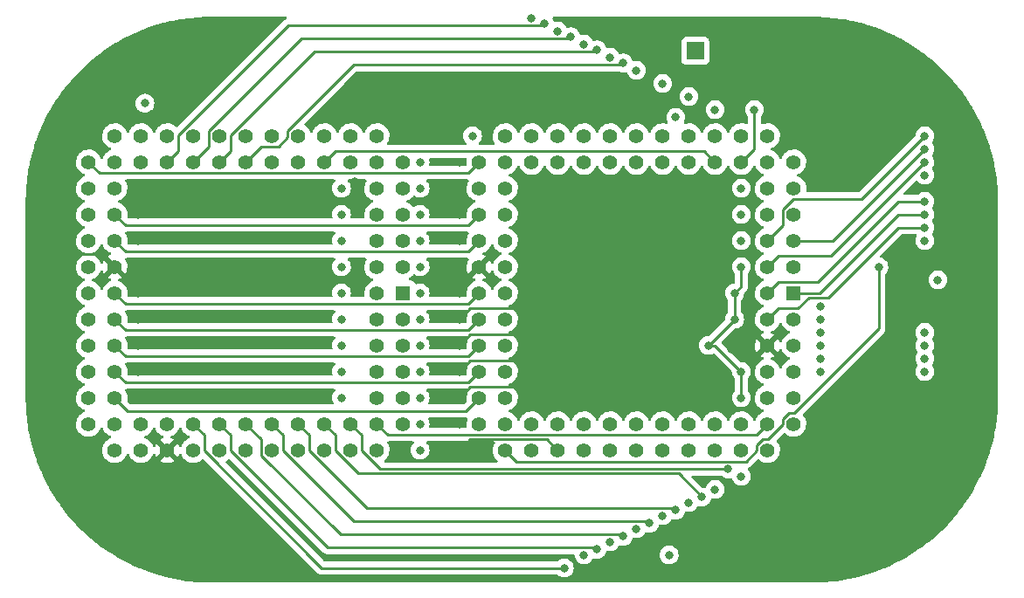
<source format=gbr>
G04 #@! TF.GenerationSoftware,KiCad,Pcbnew,5.99.0-1.20210607git4c293e0.fc34*
G04 #@! TF.CreationDate,2021-06-10T07:48:17+01:00*
G04 #@! TF.ProjectId,A500-2Meg,41353030-2d32-44d6-9567-2e6b69636164,rev?*
G04 #@! TF.SameCoordinates,Original*
G04 #@! TF.FileFunction,Copper,L3,Inr*
G04 #@! TF.FilePolarity,Positive*
%FSLAX46Y46*%
G04 Gerber Fmt 4.6, Leading zero omitted, Abs format (unit mm)*
G04 Created by KiCad (PCBNEW 5.99.0-1.20210607git4c293e0.fc34) date 2021-06-10 07:48:17*
%MOMM*%
%LPD*%
G01*
G04 APERTURE LIST*
G04 #@! TA.AperFunction,ComponentPad*
%ADD10R,1.422400X1.422400*%
G04 #@! TD*
G04 #@! TA.AperFunction,ComponentPad*
%ADD11C,1.422400*%
G04 #@! TD*
G04 #@! TA.AperFunction,ComponentPad*
%ADD12R,1.700000X1.700000*%
G04 #@! TD*
G04 #@! TA.AperFunction,ViaPad*
%ADD13C,0.800000*%
G04 #@! TD*
G04 #@! TA.AperFunction,ViaPad*
%ADD14C,1.600000*%
G04 #@! TD*
G04 #@! TA.AperFunction,Conductor*
%ADD15C,0.250000*%
G04 #@! TD*
G04 APERTURE END LIST*
D10*
G04 #@! TO.N,/DRD13*
G04 #@! TO.C,U1*
X127254000Y-52070000D03*
D11*
G04 #@! TO.N,/DRD12*
X124714000Y-52070000D03*
G04 #@! TO.N,/DRD11*
X127254000Y-49530000D03*
G04 #@! TO.N,/DRD10*
X124714000Y-49530000D03*
G04 #@! TO.N,/DRD9*
X127254000Y-46990000D03*
G04 #@! TO.N,/DRD8*
X124714000Y-46990000D03*
G04 #@! TO.N,/DRD7*
X127254000Y-44450000D03*
G04 #@! TO.N,/DRD6*
X124714000Y-44450000D03*
G04 #@! TO.N,/DRD5*
X127254000Y-41910000D03*
G04 #@! TO.N,/DRD4*
X124714000Y-41910000D03*
G04 #@! TO.N,/DRD3*
X127254000Y-39370000D03*
G04 #@! TO.N,/DRD2*
X124714000Y-36830000D03*
G04 #@! TO.N,/DRD1*
X124714000Y-39370000D03*
G04 #@! TO.N,/DRD0*
X122174000Y-36830000D03*
G04 #@! TO.N,VCC*
X122174000Y-39370000D03*
G04 #@! TO.N,/~RESET*
X119634000Y-36830000D03*
G04 #@! TO.N,/~INTR*
X119634000Y-39370000D03*
G04 #@! TO.N,/DMAL*
X117094000Y-36830000D03*
G04 #@! TO.N,/~BLISS*
X117094000Y-39370000D03*
G04 #@! TO.N,/~BLIT*
X114554000Y-36830000D03*
G04 #@! TO.N,/~WE*
X114554000Y-39370000D03*
G04 #@! TO.N,/RW*
X112014000Y-36830000D03*
G04 #@! TO.N,/~RGEN*
X112014000Y-39370000D03*
G04 #@! TO.N,/~AS*
X109474000Y-36830000D03*
G04 #@! TO.N,/~RAMEN*
X109474000Y-39370000D03*
G04 #@! TO.N,/RGA8*
X106934000Y-36830000D03*
G04 #@! TO.N,/RGA7*
X106934000Y-39370000D03*
G04 #@! TO.N,/RGA6*
X104394000Y-36830000D03*
G04 #@! TO.N,/RGA5*
X104394000Y-39370000D03*
G04 #@! TO.N,/RGA4*
X101854000Y-36830000D03*
G04 #@! TO.N,/RGA3*
X101854000Y-39370000D03*
G04 #@! TO.N,/RGA2*
X99314000Y-36830000D03*
G04 #@! TO.N,/RGA1*
X96774000Y-39370000D03*
G04 #@! TO.N,/28M*
X99314000Y-39370000D03*
G04 #@! TO.N,/XCLK{slash}A20*
X96774000Y-41910000D03*
G04 #@! TO.N,/~XCLKEN*
X99314000Y-41910000D03*
G04 #@! TO.N,/~CDAC*
X96774000Y-44450000D03*
G04 #@! TO.N,/7M*
X99314000Y-44450000D03*
G04 #@! TO.N,/CCKQ*
X96774000Y-46990000D03*
G04 #@! TO.N,/CCK*
X99314000Y-46990000D03*
G04 #@! TO.N,unconnected-(U1-Pad41)*
X96774000Y-49530000D03*
G04 #@! TO.N,GND*
X99314000Y-49530000D03*
G04 #@! TO.N,/DRA0*
X96774000Y-52070000D03*
G04 #@! TO.N,/DRA1*
X99314000Y-52070000D03*
G04 #@! TO.N,/DRA2*
X96774000Y-54610000D03*
G04 #@! TO.N,/DRA3*
X99314000Y-54610000D03*
G04 #@! TO.N,/DRA4*
X96774000Y-57150000D03*
G04 #@! TO.N,/DRA5*
X99314000Y-57150000D03*
G04 #@! TO.N,/DRA6*
X96774000Y-59690000D03*
G04 #@! TO.N,/DRA7*
X99314000Y-59690000D03*
G04 #@! TO.N,/DRA8*
X96774000Y-62230000D03*
G04 #@! TO.N,/~LDS*
X99314000Y-62230000D03*
G04 #@! TO.N,/~UDS*
X96774000Y-64770000D03*
G04 #@! TO.N,VCC*
X99314000Y-67310000D03*
X99314000Y-64770000D03*
X101854000Y-67310000D03*
X101854000Y-64770000D03*
G04 #@! TO.N,GND*
X104394000Y-67310000D03*
G04 #@! TO.N,/A19*
X104394000Y-64770000D03*
G04 #@! TO.N,/A1*
X106934000Y-67310000D03*
G04 #@! TO.N,/A2*
X106934000Y-64770000D03*
G04 #@! TO.N,/A3*
X109474000Y-67310000D03*
G04 #@! TO.N,/A4*
X109474000Y-64770000D03*
G04 #@! TO.N,/A5*
X112014000Y-67310000D03*
G04 #@! TO.N,/A6*
X112014000Y-64770000D03*
G04 #@! TO.N,/A7*
X114554000Y-67310000D03*
G04 #@! TO.N,/A8*
X114554000Y-64770000D03*
G04 #@! TO.N,/A9*
X117094000Y-67310000D03*
G04 #@! TO.N,/A10*
X117094000Y-64770000D03*
G04 #@! TO.N,/A11*
X119634000Y-67310000D03*
G04 #@! TO.N,/A12*
X119634000Y-64770000D03*
G04 #@! TO.N,/A13*
X122174000Y-67310000D03*
G04 #@! TO.N,/A14*
X122174000Y-64770000D03*
G04 #@! TO.N,/A15*
X124714000Y-67310000D03*
G04 #@! TO.N,/A16*
X127254000Y-64770000D03*
G04 #@! TO.N,/A17*
X124714000Y-64770000D03*
G04 #@! TO.N,/A18*
X127254000Y-62230000D03*
G04 #@! TO.N,/~LPEN*
X124714000Y-62230000D03*
G04 #@! TO.N,/~VSYNC*
X127254000Y-59690000D03*
G04 #@! TO.N,/~CSYNC*
X124714000Y-59690000D03*
G04 #@! TO.N,/~HSYNC*
X127254000Y-57150000D03*
G04 #@! TO.N,GND*
X124714000Y-57150000D03*
G04 #@! TO.N,/DRD15*
X127254000Y-54610000D03*
G04 #@! TO.N,/DRD14*
X124714000Y-54610000D03*
G04 #@! TD*
D12*
G04 #@! TO.N,Net-(J1-Pad1)*
G04 #@! TO.C,J1*
X155575000Y-28575000D03*
G04 #@! TD*
D10*
G04 #@! TO.N,/DRD13*
G04 #@! TO.C,U2*
X165100000Y-52070000D03*
D11*
G04 #@! TO.N,/DRD12*
X162560000Y-52070000D03*
G04 #@! TO.N,/DRD11*
X165100000Y-49530000D03*
G04 #@! TO.N,/DRD10*
X162560000Y-49530000D03*
G04 #@! TO.N,/DRD9*
X165100000Y-46990000D03*
G04 #@! TO.N,/DRD8*
X162560000Y-46990000D03*
G04 #@! TO.N,/DRD7*
X165100000Y-44450000D03*
G04 #@! TO.N,/DRD6*
X162560000Y-44450000D03*
G04 #@! TO.N,/DRD5*
X165100000Y-41910000D03*
G04 #@! TO.N,/DRD4*
X162560000Y-41910000D03*
G04 #@! TO.N,/DRD3*
X165100000Y-39370000D03*
G04 #@! TO.N,/DRD2*
X162560000Y-36830000D03*
G04 #@! TO.N,/DRD1*
X162560000Y-39370000D03*
G04 #@! TO.N,/DRD0*
X160020000Y-36830000D03*
G04 #@! TO.N,VCC*
X160020000Y-39370000D03*
G04 #@! TO.N,/~RESET*
X157480000Y-36830000D03*
G04 #@! TO.N,/~INTR*
X157480000Y-39370000D03*
G04 #@! TO.N,/DMAL*
X154940000Y-36830000D03*
G04 #@! TO.N,/~BLISS*
X154940000Y-39370000D03*
G04 #@! TO.N,/~BLIT*
X152400000Y-36830000D03*
G04 #@! TO.N,/~WE*
X152400000Y-39370000D03*
G04 #@! TO.N,/RW*
X149860000Y-36830000D03*
G04 #@! TO.N,/~RGEN*
X149860000Y-39370000D03*
G04 #@! TO.N,/~AS*
X147320000Y-36830000D03*
G04 #@! TO.N,/~RAMEN*
X147320000Y-39370000D03*
G04 #@! TO.N,/RGA8*
X144780000Y-36830000D03*
G04 #@! TO.N,/RGA7*
X144780000Y-39370000D03*
G04 #@! TO.N,/RGA6*
X142240000Y-36830000D03*
G04 #@! TO.N,/RGA5*
X142240000Y-39370000D03*
G04 #@! TO.N,/RGA4*
X139700000Y-36830000D03*
G04 #@! TO.N,/RGA3*
X139700000Y-39370000D03*
G04 #@! TO.N,/RGA2*
X137160000Y-36830000D03*
G04 #@! TO.N,/RGA1*
X134620000Y-39370000D03*
G04 #@! TO.N,/CLK*
X137160000Y-39370000D03*
G04 #@! TO.N,Net-(J1-Pad1)*
X134620000Y-41910000D03*
G04 #@! TO.N,/~CDAC*
X137160000Y-41910000D03*
G04 #@! TO.N,/7M*
X134620000Y-44450000D03*
G04 #@! TO.N,/CCKQ*
X137160000Y-44450000D03*
G04 #@! TO.N,/CCK*
X134620000Y-46990000D03*
G04 #@! TO.N,Net-(C2-Pad1)*
X137160000Y-46990000D03*
G04 #@! TO.N,GND*
X134620000Y-49530000D03*
G04 #@! TO.N,/DRA0*
X137160000Y-49530000D03*
G04 #@! TO.N,/DRA1*
X134620000Y-52070000D03*
G04 #@! TO.N,/DRA2*
X137160000Y-52070000D03*
G04 #@! TO.N,/DRA3*
X134620000Y-54610000D03*
G04 #@! TO.N,/DRA4*
X137160000Y-54610000D03*
G04 #@! TO.N,/DRA5*
X134620000Y-57150000D03*
G04 #@! TO.N,/DRA6*
X137160000Y-57150000D03*
G04 #@! TO.N,/DRA7*
X134620000Y-59690000D03*
G04 #@! TO.N,/DRA8*
X137160000Y-59690000D03*
G04 #@! TO.N,/~LDS*
X134620000Y-62230000D03*
G04 #@! TO.N,/~UDS*
X137160000Y-62230000D03*
G04 #@! TO.N,/~CASL*
X134620000Y-64770000D03*
G04 #@! TO.N,/~CASU*
X137160000Y-67310000D03*
G04 #@! TO.N,/DRA9*
X137160000Y-64770000D03*
G04 #@! TO.N,/~RAS1*
X139700000Y-67310000D03*
G04 #@! TO.N,/~RAS0*
X139700000Y-64770000D03*
G04 #@! TO.N,GND*
X142240000Y-67310000D03*
G04 #@! TO.N,/A19*
X142240000Y-64770000D03*
G04 #@! TO.N,/A1*
X144780000Y-67310000D03*
G04 #@! TO.N,/A2*
X144780000Y-64770000D03*
G04 #@! TO.N,/A3*
X147320000Y-67310000D03*
G04 #@! TO.N,/A4*
X147320000Y-64770000D03*
G04 #@! TO.N,/A5*
X149860000Y-67310000D03*
G04 #@! TO.N,/A6*
X149860000Y-64770000D03*
G04 #@! TO.N,/A7*
X152400000Y-67310000D03*
G04 #@! TO.N,/A8*
X152400000Y-64770000D03*
G04 #@! TO.N,/A9*
X154940000Y-67310000D03*
G04 #@! TO.N,/A10*
X154940000Y-64770000D03*
G04 #@! TO.N,/A11*
X157480000Y-67310000D03*
G04 #@! TO.N,/A12*
X157480000Y-64770000D03*
G04 #@! TO.N,/A13*
X160020000Y-67310000D03*
G04 #@! TO.N,/A14*
X160020000Y-64770000D03*
G04 #@! TO.N,/A15*
X162560000Y-67310000D03*
G04 #@! TO.N,/A16*
X165100000Y-64770000D03*
G04 #@! TO.N,/A17*
X162560000Y-64770000D03*
G04 #@! TO.N,/A18*
X165100000Y-62230000D03*
G04 #@! TO.N,/~LPEN*
X162560000Y-62230000D03*
G04 #@! TO.N,/~VSYNC*
X165100000Y-59690000D03*
G04 #@! TO.N,/~CSYNC*
X162560000Y-59690000D03*
G04 #@! TO.N,/~HSYNC*
X165100000Y-57150000D03*
G04 #@! TO.N,GND*
X162560000Y-57150000D03*
G04 #@! TO.N,/DRD15*
X165100000Y-54610000D03*
G04 #@! TO.N,/DRD14*
X162560000Y-54610000D03*
G04 #@! TD*
D13*
G04 #@! TO.N,VCC*
X160020000Y-46990000D03*
X128905000Y-46990000D03*
X160020000Y-44450000D03*
X128905000Y-52070000D03*
X159385000Y-52070000D03*
X128905000Y-39370000D03*
X128905000Y-54610000D03*
X128905000Y-57150000D03*
X161290000Y-34290000D03*
X160020000Y-62230000D03*
X128905000Y-59690000D03*
X133985000Y-36830000D03*
X121285000Y-46990000D03*
X156845000Y-57150000D03*
X121285000Y-41910000D03*
X160020000Y-41910000D03*
X128905000Y-64770000D03*
X121285000Y-44450000D03*
X159385000Y-54610000D03*
X128905000Y-44450000D03*
X128905000Y-49530000D03*
X121285000Y-49530000D03*
X153035000Y-77470000D03*
X160020000Y-49530000D03*
X121285000Y-54610000D03*
X121285000Y-52070000D03*
X160020000Y-59690000D03*
X128905000Y-62230000D03*
X121285000Y-59690000D03*
X121285000Y-62230000D03*
X128905000Y-67310000D03*
X128905000Y-41910000D03*
X121285000Y-57150000D03*
G04 #@! TO.N,GND*
X173355000Y-33020000D03*
X101600000Y-59690000D03*
X139065000Y-54610000D03*
X101600000Y-41910000D03*
X101600000Y-49530000D03*
X101600000Y-46990000D03*
X132715000Y-64770000D03*
X101600000Y-44450000D03*
X175260000Y-49530000D03*
X104140000Y-31750000D03*
X132715000Y-54610000D03*
X132715000Y-67310000D03*
X139065000Y-59690000D03*
X132715000Y-59690000D03*
X101600000Y-54610000D03*
X139065000Y-44450000D03*
D14*
X110490000Y-26035000D03*
D13*
X94615000Y-48260000D03*
D14*
X159385000Y-57238789D03*
D13*
X139065000Y-41910000D03*
X132715000Y-62230000D03*
X132715000Y-41910000D03*
X139065000Y-52070000D03*
X101600000Y-52070000D03*
X139065000Y-49530000D03*
X132715000Y-49530000D03*
X101600000Y-62230000D03*
X139065000Y-57150000D03*
X176530000Y-65405000D03*
X168275000Y-62583540D03*
X132715000Y-57150000D03*
X122555000Y-41275000D03*
D14*
X145415000Y-46610211D03*
D13*
X173355000Y-57785000D03*
X101600000Y-57150000D03*
X174625000Y-38100000D03*
X132715000Y-39370000D03*
X132715000Y-44450000D03*
X172720000Y-62865000D03*
X132715000Y-46990000D03*
X108517200Y-31682200D03*
X139065000Y-62230000D03*
X183515000Y-37465000D03*
X132715000Y-52070000D03*
X155575000Y-74930000D03*
G04 #@! TO.N,/28M*
X102235000Y-33655000D03*
G04 #@! TO.N,/DRD12*
X177800000Y-43180000D03*
G04 #@! TO.N,/DRD10*
X177800000Y-39370000D03*
G04 #@! TO.N,/DRD8*
X177800000Y-36830000D03*
G04 #@! TO.N,/DRD14*
X177800000Y-45720000D03*
G04 #@! TO.N,/DRD13*
X177800000Y-44450000D03*
G04 #@! TO.N,/DRD11*
X177800000Y-40640000D03*
G04 #@! TO.N,/DRD9*
X177800000Y-38100000D03*
G04 #@! TO.N,/DRD15*
X177800000Y-46990000D03*
G04 #@! TO.N,/~BLISS*
X153670000Y-35014500D03*
G04 #@! TO.N,/~WE*
X179070000Y-50800000D03*
G04 #@! TO.N,/~RGEN*
X148590000Y-29755500D03*
G04 #@! TO.N,/~RAMEN*
X146050000Y-28485500D03*
G04 #@! TO.N,/RGA7*
X143510000Y-27215500D03*
G04 #@! TO.N,/RGA5*
X140970000Y-25945500D03*
G04 #@! TO.N,/~RESET*
X157480000Y-34290000D03*
G04 #@! TO.N,/DMAL*
X154940000Y-33020000D03*
G04 #@! TO.N,/~BLIT*
X152400000Y-31750000D03*
G04 #@! TO.N,/RW*
X149860000Y-30480000D03*
G04 #@! TO.N,/~AS*
X147320000Y-29210000D03*
G04 #@! TO.N,/RGA8*
X144780000Y-27940000D03*
G04 #@! TO.N,/RGA6*
X142240000Y-26670000D03*
G04 #@! TO.N,/RGA4*
X139700000Y-25400000D03*
G04 #@! TO.N,/DRA1*
X167729500Y-58420000D03*
G04 #@! TO.N,/DRA3*
X167729500Y-55880000D03*
G04 #@! TO.N,/DRA5*
X167729500Y-53340000D03*
G04 #@! TO.N,/DRA7*
X177800000Y-57150000D03*
G04 #@! TO.N,/DRA0*
X167729500Y-59690000D03*
G04 #@! TO.N,/DRA2*
X167729500Y-57150000D03*
G04 #@! TO.N,/DRA4*
X167729500Y-54610000D03*
G04 #@! TO.N,/DRA6*
X177800000Y-55880000D03*
G04 #@! TO.N,/DRA8*
X177800000Y-58420000D03*
G04 #@! TO.N,/A2*
X142875000Y-78740000D03*
G04 #@! TO.N,/A4*
X146050000Y-76924500D03*
G04 #@! TO.N,/A6*
X148590000Y-75654500D03*
G04 #@! TO.N,/A8*
X151130000Y-74384500D03*
G04 #@! TO.N,/A10*
X153670000Y-73114500D03*
G04 #@! TO.N,/A12*
X156210000Y-71844500D03*
G04 #@! TO.N,/A14*
X158750000Y-69125500D03*
G04 #@! TO.N,/A1*
X144780000Y-77470000D03*
G04 #@! TO.N,/A3*
X147320000Y-76200000D03*
G04 #@! TO.N,/A5*
X149860000Y-74930000D03*
G04 #@! TO.N,/A7*
X152400000Y-73660000D03*
G04 #@! TO.N,/A9*
X154940000Y-72390000D03*
G04 #@! TO.N,/A11*
X157480000Y-71120000D03*
G04 #@! TO.N,/A13*
X160020000Y-69850000D03*
G04 #@! TO.N,/DRA9*
X177800000Y-59690000D03*
G04 #@! TO.N,/~CASU*
X173355000Y-49530000D03*
G04 #@! TD*
D15*
G04 #@! TO.N,VCC*
X160020000Y-59690000D02*
X160020000Y-62230000D01*
X160020000Y-51435000D02*
X159385000Y-52070000D01*
X160020000Y-49530000D02*
X160020000Y-51435000D01*
X156845000Y-57150000D02*
X157480000Y-57150000D01*
X160020000Y-39370000D02*
X161290000Y-38100000D01*
X161290000Y-38100000D02*
X161290000Y-34290000D01*
X159385000Y-52070000D02*
X159385000Y-54610000D01*
X157480000Y-57150000D02*
X160020000Y-59690000D01*
X159385000Y-54610000D02*
X156845000Y-57150000D01*
G04 #@! TO.N,GND*
X173355000Y-57785000D02*
X175260000Y-55880000D01*
X133750711Y-58654289D02*
X132715000Y-59690000D01*
X138029289Y-53574289D02*
X133750711Y-53574289D01*
X133750711Y-53574289D02*
X132715000Y-54610000D01*
X142240000Y-67310000D02*
X141204289Y-66274289D01*
X139065000Y-57150000D02*
X138029289Y-56114289D01*
X133750711Y-61194289D02*
X132715000Y-62230000D01*
X98044000Y-48260000D02*
X94615000Y-48260000D01*
X175260000Y-55880000D02*
X175260000Y-49530000D01*
X139065000Y-59690000D02*
X138029289Y-58654289D01*
X138029289Y-58654289D02*
X133750711Y-58654289D01*
X133750711Y-66274289D02*
X132715000Y-67310000D01*
X139065000Y-62230000D02*
X138029289Y-61194289D01*
X138029289Y-56114289D02*
X133750711Y-56114289D01*
X139065000Y-54610000D02*
X138029289Y-53574289D01*
X99314000Y-49530000D02*
X98044000Y-48260000D01*
X141204289Y-66274289D02*
X133750711Y-66274289D01*
X138029289Y-61194289D02*
X133750711Y-61194289D01*
X133750711Y-56114289D02*
X132715000Y-57150000D01*
G04 #@! TO.N,/DRD12*
X163595711Y-51034289D02*
X167405711Y-51034289D01*
X167405711Y-51034289D02*
X175260000Y-43180000D01*
X162560000Y-52070000D02*
X163595711Y-51034289D01*
X175260000Y-43180000D02*
X177800000Y-43180000D01*
G04 #@! TO.N,/DRD10*
X162560000Y-49530000D02*
X163595711Y-48494289D01*
X168675711Y-48494289D02*
X177800000Y-39370000D01*
X163595711Y-48494289D02*
X168675711Y-48494289D01*
G04 #@! TO.N,/DRD8*
X164064289Y-43952858D02*
X165071436Y-42945711D01*
X165071436Y-42945711D02*
X171684289Y-42945711D01*
X162560000Y-46990000D02*
X164064289Y-45485711D01*
X164064289Y-45485711D02*
X164064289Y-43952858D01*
X171684289Y-42945711D02*
X177800000Y-36830000D01*
G04 #@! TO.N,/DRD14*
X163595711Y-53574289D02*
X165500711Y-53574289D01*
X175260000Y-45720000D02*
X177800000Y-45720000D01*
X166555480Y-52519520D02*
X168460480Y-52519520D01*
X162560000Y-54610000D02*
X163595711Y-53574289D01*
X168460480Y-52519520D02*
X175260000Y-45720000D01*
X165500711Y-53574289D02*
X166555480Y-52519520D01*
G04 #@! TO.N,/A17*
X161524289Y-65805711D02*
X162560000Y-64770000D01*
X125749711Y-65805711D02*
X161524289Y-65805711D01*
X124714000Y-64770000D02*
X125749711Y-65805711D01*
G04 #@! TO.N,/DRD13*
X167640000Y-52070000D02*
X175260000Y-44450000D01*
X165100000Y-52070000D02*
X167640000Y-52070000D01*
X175260000Y-44450000D02*
X177800000Y-44450000D01*
G04 #@! TO.N,/DRD9*
X165100000Y-46990000D02*
X168910000Y-46990000D01*
X168910000Y-46990000D02*
X177800000Y-38100000D01*
G04 #@! TO.N,/~INTR*
X156444289Y-38334289D02*
X157480000Y-39370000D01*
X119634000Y-39370000D02*
X120669711Y-38334289D01*
X120669711Y-38334289D02*
X156444289Y-38334289D01*
G04 #@! TO.N,/~RGEN*
X122456636Y-29934511D02*
X148410989Y-29934511D01*
X115169289Y-37865711D02*
X116058289Y-36976711D01*
X112014000Y-39370000D02*
X113518289Y-37865711D01*
X116058289Y-36332858D02*
X122456636Y-29934511D01*
X148410989Y-29934511D02*
X148590000Y-29755500D01*
X116058289Y-36976711D02*
X116058289Y-36332858D01*
X113518289Y-37865711D02*
X115169289Y-37865711D01*
G04 #@! TO.N,/~RAMEN*
X118655489Y-28664511D02*
X145870989Y-28664511D01*
X110509711Y-38334289D02*
X110509711Y-36810289D01*
X110509711Y-36810289D02*
X118655489Y-28664511D01*
X145870989Y-28664511D02*
X146050000Y-28485500D01*
X109474000Y-39370000D02*
X110509711Y-38334289D01*
G04 #@! TO.N,/RGA7*
X108438289Y-37865711D02*
X108438289Y-36332858D01*
X108438289Y-36332858D02*
X117376636Y-27394511D01*
X143330989Y-27394511D02*
X143510000Y-27215500D01*
X106934000Y-39370000D02*
X108438289Y-37865711D01*
X117376636Y-27394511D02*
X143330989Y-27394511D01*
G04 #@! TO.N,/RGA5*
X140790989Y-26124511D02*
X140970000Y-25945500D01*
X105429711Y-38334289D02*
X105429711Y-36801436D01*
X116106636Y-26124511D02*
X140790989Y-26124511D01*
X105429711Y-36801436D02*
X116106636Y-26124511D01*
X104394000Y-39370000D02*
X105429711Y-38334289D01*
G04 #@! TO.N,/7M*
X133584289Y-45485711D02*
X100349711Y-45485711D01*
X134620000Y-44450000D02*
X133584289Y-45485711D01*
X100349711Y-45485711D02*
X99314000Y-44450000D01*
G04 #@! TO.N,/CCK*
X134620000Y-46990000D02*
X133584289Y-48025711D01*
X133584289Y-48025711D02*
X100349711Y-48025711D01*
X100349711Y-48025711D02*
X99314000Y-46990000D01*
G04 #@! TO.N,/DRA1*
X100349711Y-53105711D02*
X99314000Y-52070000D01*
X133584289Y-53105711D02*
X100349711Y-53105711D01*
X134620000Y-52070000D02*
X133584289Y-53105711D01*
G04 #@! TO.N,/DRA3*
X100349711Y-55645711D02*
X99314000Y-54610000D01*
X134620000Y-54610000D02*
X133584289Y-55645711D01*
X133584289Y-55645711D02*
X100349711Y-55645711D01*
G04 #@! TO.N,/DRA5*
X100349711Y-58185711D02*
X99314000Y-57150000D01*
X134620000Y-57150000D02*
X133584289Y-58185711D01*
X133584289Y-58185711D02*
X100349711Y-58185711D01*
G04 #@! TO.N,/DRA7*
X134620000Y-59690000D02*
X133584289Y-60725711D01*
X100349711Y-60725711D02*
X99314000Y-59690000D01*
X133584289Y-60725711D02*
X100349711Y-60725711D01*
G04 #@! TO.N,/~LDS*
X133350000Y-63500000D02*
X100584000Y-63500000D01*
X100584000Y-63500000D02*
X99314000Y-62230000D01*
X134620000Y-62230000D02*
X133350000Y-63500000D01*
G04 #@! TO.N,/RGA1*
X97809711Y-40405711D02*
X96774000Y-39370000D01*
X133584289Y-40405711D02*
X97809711Y-40405711D01*
X134620000Y-39370000D02*
X133584289Y-40405711D01*
G04 #@! TO.N,/A2*
X106934000Y-64770000D02*
X107969711Y-65805711D01*
X107969711Y-67338564D02*
X119371147Y-78740000D01*
X119371147Y-78740000D02*
X142875000Y-78740000D01*
X107969711Y-65805711D02*
X107969711Y-67338564D01*
G04 #@! TO.N,/A4*
X109474000Y-64770000D02*
X110509711Y-65805711D01*
X119916636Y-76745489D02*
X145870989Y-76745489D01*
X145870989Y-76745489D02*
X146050000Y-76924500D01*
X110509711Y-67338564D02*
X119916636Y-76745489D01*
X110509711Y-65805711D02*
X110509711Y-67338564D01*
G04 #@! TO.N,/A6*
X113518289Y-66274289D02*
X113518289Y-67807142D01*
X113518289Y-67807142D02*
X121186636Y-75475489D01*
X148410989Y-75475489D02*
X148590000Y-75654500D01*
X112014000Y-64770000D02*
X113518289Y-66274289D01*
X121186636Y-75475489D02*
X148410989Y-75475489D01*
G04 #@! TO.N,/A8*
X150950989Y-74205489D02*
X151130000Y-74384500D01*
X114554000Y-64770000D02*
X115589711Y-65805711D01*
X115589711Y-65805711D02*
X115589711Y-67338564D01*
X122456636Y-74205489D02*
X150950989Y-74205489D01*
X115589711Y-67338564D02*
X122456636Y-74205489D01*
G04 #@! TO.N,/A10*
X118129711Y-65805711D02*
X118129711Y-67329711D01*
X118129711Y-67329711D02*
X123735489Y-72935489D01*
X153490989Y-72935489D02*
X153670000Y-73114500D01*
X123735489Y-72935489D02*
X153490989Y-72935489D01*
X117094000Y-64770000D02*
X118129711Y-65805711D01*
G04 #@! TO.N,/A12*
X122906167Y-69575020D02*
X153940520Y-69575020D01*
X120669711Y-67338564D02*
X122906167Y-69575020D01*
X119634000Y-64770000D02*
X120669711Y-65805711D01*
X153940520Y-69575020D02*
X156210000Y-71844500D01*
X120669711Y-65805711D02*
X120669711Y-67338564D01*
G04 #@! TO.N,/A14*
X123209711Y-65805711D02*
X123209711Y-67338564D01*
X123209711Y-67338564D02*
X124996647Y-69125500D01*
X122174000Y-64770000D02*
X123209711Y-65805711D01*
X124996647Y-69125500D02*
X158750000Y-69125500D01*
G04 #@! TO.N,/~CASU*
X162615209Y-66274289D02*
X164064289Y-64825209D01*
X137160000Y-67310000D02*
X138250989Y-68400989D01*
X160488509Y-68400989D02*
X161524289Y-67365209D01*
X165128564Y-63734289D02*
X173355000Y-55507853D01*
X164064289Y-64272858D02*
X164602858Y-63734289D01*
X164602858Y-63734289D02*
X165128564Y-63734289D01*
X164064289Y-64825209D02*
X164064289Y-64272858D01*
X138250989Y-68400989D02*
X160488509Y-68400989D01*
X162062858Y-66274289D02*
X162615209Y-66274289D01*
X161524289Y-66812858D02*
X162062858Y-66274289D01*
X173355000Y-55507853D02*
X173355000Y-49530000D01*
X161524289Y-67365209D02*
X161524289Y-66812858D01*
G04 #@! TD*
G04 #@! TA.AperFunction,Conductor*
G04 #@! TO.N,GND*
G36*
X115944123Y-25293002D02*
G01*
X115990616Y-25346658D01*
X116000720Y-25416932D01*
X115971226Y-25481512D01*
X115922384Y-25516153D01*
X115906734Y-25522349D01*
X115895508Y-25526192D01*
X115853058Y-25538525D01*
X115846230Y-25542563D01*
X115835625Y-25548834D01*
X115817874Y-25557530D01*
X115806410Y-25562069D01*
X115806407Y-25562071D01*
X115799036Y-25564989D01*
X115792620Y-25569650D01*
X115792621Y-25569650D01*
X115763269Y-25590976D01*
X115753346Y-25597494D01*
X115715295Y-25619997D01*
X115714877Y-25620366D01*
X115700794Y-25634449D01*
X115685769Y-25647283D01*
X115669553Y-25659065D01*
X115641607Y-25692846D01*
X115633617Y-25701626D01*
X105400874Y-35934369D01*
X105338562Y-35968395D01*
X105267747Y-35963330D01*
X105224094Y-35935758D01*
X105216607Y-35928502D01*
X105203533Y-35915833D01*
X105168757Y-35882132D01*
X105168754Y-35882130D01*
X105164729Y-35878229D01*
X104984004Y-35756787D01*
X104784629Y-35669268D01*
X104779178Y-35667959D01*
X104779174Y-35667958D01*
X104578365Y-35619748D01*
X104578364Y-35619748D01*
X104572908Y-35618438D01*
X104488676Y-35613581D01*
X104361138Y-35606227D01*
X104361135Y-35606227D01*
X104355531Y-35605904D01*
X104139371Y-35632063D01*
X104134009Y-35633713D01*
X104134007Y-35633713D01*
X104073254Y-35652403D01*
X103931258Y-35696086D01*
X103926274Y-35698658D01*
X103926275Y-35698658D01*
X103753120Y-35788031D01*
X103737773Y-35795952D01*
X103565030Y-35928502D01*
X103561257Y-35932648D01*
X103561252Y-35932653D01*
X103458569Y-36045501D01*
X103418490Y-36089547D01*
X103415507Y-36094303D01*
X103415505Y-36094305D01*
X103324420Y-36239508D01*
X103302784Y-36273998D01*
X103242365Y-36424297D01*
X103198400Y-36480039D01*
X103131275Y-36503164D01*
X103062304Y-36486327D01*
X103013384Y-36434875D01*
X103003925Y-36410548D01*
X103001889Y-36403104D01*
X102952128Y-36298776D01*
X102910568Y-36211644D01*
X102910567Y-36211642D01*
X102908151Y-36206577D01*
X102827475Y-36094305D01*
X102784369Y-36034316D01*
X102784367Y-36034314D01*
X102781092Y-36029756D01*
X102682661Y-35934369D01*
X102628757Y-35882132D01*
X102628754Y-35882130D01*
X102624729Y-35878229D01*
X102444004Y-35756787D01*
X102244629Y-35669268D01*
X102239178Y-35667959D01*
X102239174Y-35667958D01*
X102038365Y-35619748D01*
X102038364Y-35619748D01*
X102032908Y-35618438D01*
X101948676Y-35613581D01*
X101821138Y-35606227D01*
X101821135Y-35606227D01*
X101815531Y-35605904D01*
X101599371Y-35632063D01*
X101594009Y-35633713D01*
X101594007Y-35633713D01*
X101533254Y-35652403D01*
X101391258Y-35696086D01*
X101386274Y-35698658D01*
X101386275Y-35698658D01*
X101213120Y-35788031D01*
X101197773Y-35795952D01*
X101025030Y-35928502D01*
X101021257Y-35932648D01*
X101021252Y-35932653D01*
X100918569Y-36045501D01*
X100878490Y-36089547D01*
X100875507Y-36094303D01*
X100875505Y-36094305D01*
X100784420Y-36239508D01*
X100762784Y-36273998D01*
X100702365Y-36424297D01*
X100658400Y-36480039D01*
X100591275Y-36503164D01*
X100522304Y-36486327D01*
X100473384Y-36434875D01*
X100463925Y-36410548D01*
X100461889Y-36403104D01*
X100412128Y-36298776D01*
X100370568Y-36211644D01*
X100370567Y-36211642D01*
X100368151Y-36206577D01*
X100287475Y-36094305D01*
X100244369Y-36034316D01*
X100244367Y-36034314D01*
X100241092Y-36029756D01*
X100142661Y-35934369D01*
X100088757Y-35882132D01*
X100088754Y-35882130D01*
X100084729Y-35878229D01*
X99904004Y-35756787D01*
X99704629Y-35669268D01*
X99699178Y-35667959D01*
X99699174Y-35667958D01*
X99498365Y-35619748D01*
X99498364Y-35619748D01*
X99492908Y-35618438D01*
X99408676Y-35613581D01*
X99281138Y-35606227D01*
X99281135Y-35606227D01*
X99275531Y-35605904D01*
X99059371Y-35632063D01*
X99054009Y-35633713D01*
X99054007Y-35633713D01*
X98993254Y-35652403D01*
X98851258Y-35696086D01*
X98846274Y-35698658D01*
X98846275Y-35698658D01*
X98673120Y-35788031D01*
X98657773Y-35795952D01*
X98485030Y-35928502D01*
X98481257Y-35932648D01*
X98481252Y-35932653D01*
X98378569Y-36045501D01*
X98338490Y-36089547D01*
X98335507Y-36094303D01*
X98335505Y-36094305D01*
X98244420Y-36239508D01*
X98222784Y-36273998D01*
X98141571Y-36476023D01*
X98140434Y-36481514D01*
X98114301Y-36607705D01*
X98097416Y-36689236D01*
X98091717Y-36906900D01*
X98124652Y-37122132D01*
X98195181Y-37328130D01*
X98197906Y-37333027D01*
X98197907Y-37333028D01*
X98213586Y-37361197D01*
X98301074Y-37518384D01*
X98304625Y-37522722D01*
X98304626Y-37522724D01*
X98330623Y-37554486D01*
X98438985Y-37686878D01*
X98452932Y-37698790D01*
X98600289Y-37824645D01*
X98600294Y-37824648D01*
X98604554Y-37828287D01*
X98792548Y-37938142D01*
X98797814Y-37940069D01*
X98797818Y-37940071D01*
X98834707Y-37953570D01*
X98910089Y-37981155D01*
X98967186Y-38023349D01*
X98992408Y-38089714D01*
X98977746Y-38159180D01*
X98927856Y-38209693D01*
X98903835Y-38219911D01*
X98851258Y-38236086D01*
X98657773Y-38335952D01*
X98653325Y-38339365D01*
X98648676Y-38342932D01*
X98485030Y-38468502D01*
X98481257Y-38472648D01*
X98481252Y-38472653D01*
X98388746Y-38574316D01*
X98338490Y-38629547D01*
X98335507Y-38634303D01*
X98335505Y-38634305D01*
X98246221Y-38776637D01*
X98222784Y-38813998D01*
X98162365Y-38964297D01*
X98118400Y-39020039D01*
X98051275Y-39043164D01*
X97982304Y-39026327D01*
X97933384Y-38974875D01*
X97923925Y-38950548D01*
X97921889Y-38943104D01*
X97865140Y-38824125D01*
X97830568Y-38751644D01*
X97830567Y-38751642D01*
X97828151Y-38746577D01*
X97779807Y-38679299D01*
X97704369Y-38574316D01*
X97704367Y-38574314D01*
X97701092Y-38569756D01*
X97599756Y-38471554D01*
X97548757Y-38422132D01*
X97548754Y-38422130D01*
X97544729Y-38418229D01*
X97364004Y-38296787D01*
X97164629Y-38209268D01*
X97159178Y-38207959D01*
X97159174Y-38207958D01*
X96958365Y-38159748D01*
X96958364Y-38159748D01*
X96952908Y-38158438D01*
X96868676Y-38153581D01*
X96741138Y-38146227D01*
X96741135Y-38146227D01*
X96735531Y-38145904D01*
X96519371Y-38172063D01*
X96514009Y-38173713D01*
X96514007Y-38173713D01*
X96483120Y-38183215D01*
X96311258Y-38236086D01*
X96117773Y-38335952D01*
X96113325Y-38339365D01*
X96108676Y-38342932D01*
X95945030Y-38468502D01*
X95941257Y-38472648D01*
X95941252Y-38472653D01*
X95848746Y-38574316D01*
X95798490Y-38629547D01*
X95795507Y-38634303D01*
X95795505Y-38634305D01*
X95706221Y-38776637D01*
X95682784Y-38813998D01*
X95601571Y-39016023D01*
X95600434Y-39021514D01*
X95574301Y-39147705D01*
X95557416Y-39229236D01*
X95557269Y-39234845D01*
X95557269Y-39234846D01*
X95556280Y-39272613D01*
X95551717Y-39446900D01*
X95584652Y-39662132D01*
X95655181Y-39868130D01*
X95761074Y-40058384D01*
X95764625Y-40062722D01*
X95764626Y-40062724D01*
X95791353Y-40095378D01*
X95898985Y-40226878D01*
X95903253Y-40230523D01*
X96060289Y-40364645D01*
X96060294Y-40364648D01*
X96064554Y-40368287D01*
X96252548Y-40478142D01*
X96257814Y-40480069D01*
X96257818Y-40480071D01*
X96337403Y-40509194D01*
X96370089Y-40521155D01*
X96427186Y-40563349D01*
X96452408Y-40629714D01*
X96437746Y-40699180D01*
X96387856Y-40749693D01*
X96363835Y-40759911D01*
X96311258Y-40776086D01*
X96117773Y-40875952D01*
X95945030Y-41008502D01*
X95941257Y-41012648D01*
X95941252Y-41012653D01*
X95819648Y-41146295D01*
X95798490Y-41169547D01*
X95795507Y-41174303D01*
X95795505Y-41174305D01*
X95707905Y-41313952D01*
X95682784Y-41353998D01*
X95601571Y-41556023D01*
X95600434Y-41561514D01*
X95574301Y-41687705D01*
X95557416Y-41769236D01*
X95551717Y-41986900D01*
X95584652Y-42202132D01*
X95655181Y-42408130D01*
X95761074Y-42598384D01*
X95898985Y-42766878D01*
X95914539Y-42780162D01*
X96060289Y-42904645D01*
X96060294Y-42904648D01*
X96064554Y-42908287D01*
X96252548Y-43018142D01*
X96257814Y-43020069D01*
X96257818Y-43020071D01*
X96337403Y-43049194D01*
X96370089Y-43061155D01*
X96427186Y-43103349D01*
X96452408Y-43169714D01*
X96437746Y-43239180D01*
X96387856Y-43289693D01*
X96363835Y-43299911D01*
X96311258Y-43316086D01*
X96117773Y-43415952D01*
X95945030Y-43548502D01*
X95941257Y-43552648D01*
X95941252Y-43552653D01*
X95810142Y-43696742D01*
X95798490Y-43709547D01*
X95795507Y-43714303D01*
X95795505Y-43714305D01*
X95719603Y-43835304D01*
X95682784Y-43893998D01*
X95601571Y-44096023D01*
X95600434Y-44101514D01*
X95574301Y-44227705D01*
X95557416Y-44309236D01*
X95551717Y-44526900D01*
X95584652Y-44742132D01*
X95655181Y-44948130D01*
X95761074Y-45138384D01*
X95764625Y-45142722D01*
X95764626Y-45142724D01*
X95793622Y-45178150D01*
X95898985Y-45306878D01*
X95912932Y-45318790D01*
X96060289Y-45444645D01*
X96060294Y-45444648D01*
X96064554Y-45448287D01*
X96252548Y-45558142D01*
X96257814Y-45560069D01*
X96257818Y-45560071D01*
X96337403Y-45589194D01*
X96370089Y-45601155D01*
X96427186Y-45643349D01*
X96452408Y-45709714D01*
X96437746Y-45779180D01*
X96387856Y-45829693D01*
X96363835Y-45839911D01*
X96311258Y-45856086D01*
X96117773Y-45955952D01*
X95945030Y-46088502D01*
X95941257Y-46092648D01*
X95941252Y-46092653D01*
X95810142Y-46236742D01*
X95798490Y-46249547D01*
X95795507Y-46254303D01*
X95795505Y-46254305D01*
X95687075Y-46427158D01*
X95682784Y-46433998D01*
X95601571Y-46636023D01*
X95600434Y-46641514D01*
X95574301Y-46767705D01*
X95557416Y-46849236D01*
X95551717Y-47066900D01*
X95584652Y-47282132D01*
X95655181Y-47488130D01*
X95761074Y-47678384D01*
X95898985Y-47846878D01*
X95912932Y-47858790D01*
X96060289Y-47984645D01*
X96060294Y-47984648D01*
X96064554Y-47988287D01*
X96252548Y-48098142D01*
X96257814Y-48100069D01*
X96257818Y-48100071D01*
X96337403Y-48129194D01*
X96370089Y-48141155D01*
X96427186Y-48183349D01*
X96452408Y-48249714D01*
X96437746Y-48319180D01*
X96387856Y-48369693D01*
X96363835Y-48379911D01*
X96311258Y-48396086D01*
X96117773Y-48495952D01*
X96113325Y-48499365D01*
X96106043Y-48504953D01*
X95945030Y-48628502D01*
X95941257Y-48632648D01*
X95941252Y-48632653D01*
X95810142Y-48776742D01*
X95798490Y-48789547D01*
X95795507Y-48794303D01*
X95795505Y-48794305D01*
X95721744Y-48911891D01*
X95682784Y-48973998D01*
X95601571Y-49176023D01*
X95599437Y-49186327D01*
X95574301Y-49307705D01*
X95557416Y-49389236D01*
X95557269Y-49394845D01*
X95557269Y-49394846D01*
X95556527Y-49423177D01*
X95551717Y-49606900D01*
X95584652Y-49822132D01*
X95586470Y-49827442D01*
X95612005Y-49902022D01*
X95655181Y-50028130D01*
X95761074Y-50218384D01*
X95898985Y-50386878D01*
X95912932Y-50398790D01*
X96060289Y-50524645D01*
X96060294Y-50524648D01*
X96064554Y-50528287D01*
X96252548Y-50638142D01*
X96257814Y-50640069D01*
X96257818Y-50640071D01*
X96318156Y-50662151D01*
X96370089Y-50681155D01*
X96427186Y-50723349D01*
X96452408Y-50789714D01*
X96437746Y-50859180D01*
X96387856Y-50909693D01*
X96363835Y-50919911D01*
X96311258Y-50936086D01*
X96117773Y-51035952D01*
X95945030Y-51168502D01*
X95941257Y-51172648D01*
X95941252Y-51172653D01*
X95810142Y-51316742D01*
X95798490Y-51329547D01*
X95795507Y-51334303D01*
X95795505Y-51334305D01*
X95694982Y-51494553D01*
X95682784Y-51513998D01*
X95601571Y-51716023D01*
X95600434Y-51721514D01*
X95573502Y-51851563D01*
X95557416Y-51929236D01*
X95551717Y-52146900D01*
X95584652Y-52362132D01*
X95655181Y-52568130D01*
X95761074Y-52758384D01*
X95764625Y-52762722D01*
X95764626Y-52762724D01*
X95792564Y-52796857D01*
X95898985Y-52926878D01*
X95927445Y-52951185D01*
X96060289Y-53064645D01*
X96060294Y-53064648D01*
X96064554Y-53068287D01*
X96252548Y-53178142D01*
X96257814Y-53180069D01*
X96257818Y-53180071D01*
X96337403Y-53209194D01*
X96370089Y-53221155D01*
X96427186Y-53263349D01*
X96452408Y-53329714D01*
X96437746Y-53399180D01*
X96387856Y-53449693D01*
X96363835Y-53459911D01*
X96311258Y-53476086D01*
X96117773Y-53575952D01*
X95945030Y-53708502D01*
X95941257Y-53712648D01*
X95941252Y-53712653D01*
X95850792Y-53812068D01*
X95798490Y-53869547D01*
X95795507Y-53874303D01*
X95795505Y-53874305D01*
X95719603Y-53995304D01*
X95682784Y-54053998D01*
X95601571Y-54256023D01*
X95600434Y-54261514D01*
X95574301Y-54387705D01*
X95557416Y-54469236D01*
X95551717Y-54686900D01*
X95584652Y-54902132D01*
X95655181Y-55108130D01*
X95761074Y-55298384D01*
X95764625Y-55302722D01*
X95764626Y-55302724D01*
X95793622Y-55338150D01*
X95898985Y-55466878D01*
X95912425Y-55478357D01*
X96060289Y-55604645D01*
X96060294Y-55604648D01*
X96064554Y-55608287D01*
X96252548Y-55718142D01*
X96257814Y-55720069D01*
X96257818Y-55720071D01*
X96337403Y-55749194D01*
X96370089Y-55761155D01*
X96427186Y-55803349D01*
X96452408Y-55869714D01*
X96437746Y-55939180D01*
X96387856Y-55989693D01*
X96363835Y-55999911D01*
X96311258Y-56016086D01*
X96117773Y-56115952D01*
X95945030Y-56248502D01*
X95941257Y-56252648D01*
X95941252Y-56252653D01*
X95810142Y-56396742D01*
X95798490Y-56409547D01*
X95795507Y-56414303D01*
X95795505Y-56414305D01*
X95719603Y-56535304D01*
X95682784Y-56593998D01*
X95601571Y-56796023D01*
X95599437Y-56806327D01*
X95574301Y-56927705D01*
X95557416Y-57009236D01*
X95557269Y-57014845D01*
X95557269Y-57014846D01*
X95555408Y-57085938D01*
X95551717Y-57226900D01*
X95584652Y-57442132D01*
X95586470Y-57447442D01*
X95612005Y-57522022D01*
X95655181Y-57648130D01*
X95761074Y-57838384D01*
X95764625Y-57842722D01*
X95764626Y-57842724D01*
X95793622Y-57878150D01*
X95898985Y-58006878D01*
X95912932Y-58018790D01*
X96060289Y-58144645D01*
X96060294Y-58144648D01*
X96064554Y-58148287D01*
X96252548Y-58258142D01*
X96257814Y-58260069D01*
X96257818Y-58260071D01*
X96337403Y-58289194D01*
X96370089Y-58301155D01*
X96427186Y-58343349D01*
X96452408Y-58409714D01*
X96437746Y-58479180D01*
X96387856Y-58529693D01*
X96363835Y-58539911D01*
X96311258Y-58556086D01*
X96117773Y-58655952D01*
X95945030Y-58788502D01*
X95941257Y-58792648D01*
X95941252Y-58792653D01*
X95810142Y-58936742D01*
X95798490Y-58949547D01*
X95795507Y-58954303D01*
X95795505Y-58954305D01*
X95719603Y-59075304D01*
X95682784Y-59133998D01*
X95601571Y-59336023D01*
X95600434Y-59341514D01*
X95574301Y-59467705D01*
X95557416Y-59549236D01*
X95551717Y-59766900D01*
X95584652Y-59982132D01*
X95655181Y-60188130D01*
X95761074Y-60378384D01*
X95898985Y-60546878D01*
X95912932Y-60558790D01*
X96060289Y-60684645D01*
X96060294Y-60684648D01*
X96064554Y-60688287D01*
X96252548Y-60798142D01*
X96257814Y-60800069D01*
X96257818Y-60800071D01*
X96337403Y-60829194D01*
X96370089Y-60841155D01*
X96427186Y-60883349D01*
X96452408Y-60949714D01*
X96437746Y-61019180D01*
X96387856Y-61069693D01*
X96363835Y-61079911D01*
X96311258Y-61096086D01*
X96117773Y-61195952D01*
X95945030Y-61328502D01*
X95941257Y-61332648D01*
X95941252Y-61332653D01*
X95850063Y-61432869D01*
X95798490Y-61489547D01*
X95795507Y-61494303D01*
X95795505Y-61494305D01*
X95697423Y-61650662D01*
X95682784Y-61673998D01*
X95601571Y-61876023D01*
X95600434Y-61881514D01*
X95574301Y-62007705D01*
X95557416Y-62089236D01*
X95551717Y-62306900D01*
X95584652Y-62522132D01*
X95655181Y-62728130D01*
X95657906Y-62733027D01*
X95657907Y-62733028D01*
X95663663Y-62743370D01*
X95761074Y-62918384D01*
X95898985Y-63086878D01*
X95912932Y-63098790D01*
X96060289Y-63224645D01*
X96060294Y-63224648D01*
X96064554Y-63228287D01*
X96252548Y-63338142D01*
X96257814Y-63340069D01*
X96257818Y-63340071D01*
X96337403Y-63369194D01*
X96370089Y-63381155D01*
X96427186Y-63423349D01*
X96452408Y-63489714D01*
X96437746Y-63559180D01*
X96387856Y-63609693D01*
X96363835Y-63619911D01*
X96311258Y-63636086D01*
X96117773Y-63735952D01*
X95945030Y-63868502D01*
X95941257Y-63872648D01*
X95941252Y-63872653D01*
X95848747Y-63974315D01*
X95798490Y-64029547D01*
X95795507Y-64034303D01*
X95795505Y-64034305D01*
X95687075Y-64207158D01*
X95682784Y-64213998D01*
X95601571Y-64416023D01*
X95600434Y-64421514D01*
X95574301Y-64547705D01*
X95557416Y-64629236D01*
X95551717Y-64846900D01*
X95584652Y-65062132D01*
X95655181Y-65268130D01*
X95657906Y-65273027D01*
X95657907Y-65273028D01*
X95675058Y-65303842D01*
X95761074Y-65458384D01*
X95898985Y-65626878D01*
X95903253Y-65630523D01*
X96060289Y-65764645D01*
X96060294Y-65764648D01*
X96064554Y-65768287D01*
X96252548Y-65878142D01*
X96257814Y-65880069D01*
X96257818Y-65880071D01*
X96451760Y-65951043D01*
X96451763Y-65951044D01*
X96457024Y-65952969D01*
X96462541Y-65953932D01*
X96462545Y-65953933D01*
X96636737Y-65984334D01*
X96671520Y-65990405D01*
X96677126Y-65990376D01*
X96677130Y-65990376D01*
X96776880Y-65989853D01*
X96889254Y-65989265D01*
X97103346Y-65949585D01*
X97179979Y-65920628D01*
X97251585Y-65893570D01*
X97307028Y-65872620D01*
X97318424Y-65865800D01*
X97463529Y-65778956D01*
X97493861Y-65760803D01*
X97657940Y-65617668D01*
X97789475Y-65453486D01*
X97790573Y-65452116D01*
X97790576Y-65452111D01*
X97794079Y-65447739D01*
X97897974Y-65256387D01*
X97903192Y-65240610D01*
X97924470Y-65176274D01*
X97964850Y-65117879D01*
X98030390Y-65090586D01*
X98100283Y-65103059D01*
X98152337Y-65151338D01*
X98163304Y-65175025D01*
X98195181Y-65268130D01*
X98197906Y-65273027D01*
X98197907Y-65273028D01*
X98215058Y-65303842D01*
X98301074Y-65458384D01*
X98438985Y-65626878D01*
X98443253Y-65630523D01*
X98600289Y-65764645D01*
X98600294Y-65764648D01*
X98604554Y-65768287D01*
X98792548Y-65878142D01*
X98797814Y-65880069D01*
X98797818Y-65880071D01*
X98834707Y-65893570D01*
X98910089Y-65921155D01*
X98967186Y-65963349D01*
X98992408Y-66029714D01*
X98977746Y-66099180D01*
X98927856Y-66149693D01*
X98903835Y-66159911D01*
X98851258Y-66176086D01*
X98657773Y-66275952D01*
X98653325Y-66279365D01*
X98646043Y-66284953D01*
X98485030Y-66408502D01*
X98481257Y-66412648D01*
X98481252Y-66412653D01*
X98390063Y-66512869D01*
X98338490Y-66569547D01*
X98335507Y-66574303D01*
X98335505Y-66574305D01*
X98261744Y-66691891D01*
X98222784Y-66753998D01*
X98141571Y-66956023D01*
X98130162Y-67011115D01*
X98114301Y-67087705D01*
X98097416Y-67169236D01*
X98091717Y-67386900D01*
X98124652Y-67602132D01*
X98126470Y-67607442D01*
X98152005Y-67682022D01*
X98195181Y-67808130D01*
X98301074Y-67998384D01*
X98438985Y-68166878D01*
X98481607Y-68203281D01*
X98600289Y-68304645D01*
X98600294Y-68304648D01*
X98604554Y-68308287D01*
X98792548Y-68418142D01*
X98797814Y-68420069D01*
X98797818Y-68420071D01*
X98991760Y-68491043D01*
X98991763Y-68491044D01*
X98997024Y-68492969D01*
X99002541Y-68493932D01*
X99002545Y-68493933D01*
X99176737Y-68524334D01*
X99211520Y-68530405D01*
X99217126Y-68530376D01*
X99217130Y-68530376D01*
X99316880Y-68529853D01*
X99429254Y-68529265D01*
X99643346Y-68489585D01*
X99651630Y-68486455D01*
X99798143Y-68431092D01*
X99847028Y-68412620D01*
X100033861Y-68300803D01*
X100197940Y-68157668D01*
X100241097Y-68103799D01*
X100330573Y-67992116D01*
X100330576Y-67992111D01*
X100334079Y-67987739D01*
X100437974Y-67796387D01*
X100439802Y-67790861D01*
X100464470Y-67716274D01*
X100504850Y-67657879D01*
X100570390Y-67630586D01*
X100640283Y-67643059D01*
X100692337Y-67691338D01*
X100703304Y-67715025D01*
X100735181Y-67808130D01*
X100841074Y-67998384D01*
X100978985Y-68166878D01*
X101021607Y-68203281D01*
X101140289Y-68304645D01*
X101140294Y-68304648D01*
X101144554Y-68308287D01*
X101332548Y-68418142D01*
X101337814Y-68420069D01*
X101337818Y-68420071D01*
X101531760Y-68491043D01*
X101531763Y-68491044D01*
X101537024Y-68492969D01*
X101542541Y-68493932D01*
X101542545Y-68493933D01*
X101716737Y-68524334D01*
X101751520Y-68530405D01*
X101757126Y-68530376D01*
X101757130Y-68530376D01*
X101856880Y-68529853D01*
X101969254Y-68529265D01*
X102183346Y-68489585D01*
X102191630Y-68486455D01*
X102338143Y-68431092D01*
X102387028Y-68412620D01*
X102519320Y-68333445D01*
X103735385Y-68333445D01*
X103740666Y-68340499D01*
X103867914Y-68414857D01*
X103878032Y-68419618D01*
X104071888Y-68490559D01*
X104082676Y-68493450D01*
X104286040Y-68528943D01*
X104297171Y-68529878D01*
X104503591Y-68528796D01*
X104514728Y-68527744D01*
X104717693Y-68490127D01*
X104728461Y-68487121D01*
X104921563Y-68414153D01*
X104931624Y-68409289D01*
X105042732Y-68342792D01*
X105052303Y-68332433D01*
X105048760Y-68323970D01*
X104406812Y-67682022D01*
X104392868Y-67674408D01*
X104391035Y-67674539D01*
X104384420Y-67678790D01*
X103742145Y-68321065D01*
X103735385Y-68333445D01*
X102519320Y-68333445D01*
X102573861Y-68300803D01*
X102737940Y-68157668D01*
X102781097Y-68103799D01*
X102870573Y-67992116D01*
X102870576Y-67992111D01*
X102874079Y-67987739D01*
X102977974Y-67796387D01*
X103004727Y-67715493D01*
X103045107Y-67657098D01*
X103110648Y-67629804D01*
X103180540Y-67642276D01*
X103232594Y-67690556D01*
X103243562Y-67714242D01*
X103273821Y-67802619D01*
X103278368Y-67812831D01*
X103360235Y-67959916D01*
X103370286Y-67969806D01*
X103377890Y-67966900D01*
X104021978Y-67322812D01*
X104029592Y-67308868D01*
X104029461Y-67307035D01*
X104025210Y-67300420D01*
X103383804Y-66659014D01*
X103371424Y-66652254D01*
X103363452Y-66658222D01*
X103306209Y-66749476D01*
X103301138Y-66759429D01*
X103242583Y-66905088D01*
X103198616Y-66960832D01*
X103131491Y-66983957D01*
X103062520Y-66967120D01*
X103013600Y-66915667D01*
X103004142Y-66891341D01*
X103004134Y-66891309D01*
X103001889Y-66883104D01*
X102975071Y-66826877D01*
X102910568Y-66691644D01*
X102910567Y-66691642D01*
X102908151Y-66686577D01*
X102887776Y-66658222D01*
X102784369Y-66514316D01*
X102784367Y-66514314D01*
X102781092Y-66509756D01*
X102680890Y-66412653D01*
X102628757Y-66362132D01*
X102628754Y-66362130D01*
X102624729Y-66358229D01*
X102444004Y-66236787D01*
X102254536Y-66153617D01*
X102200200Y-66107921D01*
X102179195Y-66040103D01*
X102198189Y-65971694D01*
X102251153Y-65924414D01*
X102260643Y-65920377D01*
X102275844Y-65914633D01*
X102387028Y-65872620D01*
X102398424Y-65865800D01*
X102543529Y-65778956D01*
X102573861Y-65760803D01*
X102737940Y-65617668D01*
X102869475Y-65453486D01*
X102870573Y-65452116D01*
X102870576Y-65452111D01*
X102874079Y-65447739D01*
X102977974Y-65256387D01*
X102983192Y-65240610D01*
X103004470Y-65176274D01*
X103044850Y-65117879D01*
X103110390Y-65090586D01*
X103180283Y-65103059D01*
X103232337Y-65151338D01*
X103243304Y-65175025D01*
X103275181Y-65268130D01*
X103277906Y-65273027D01*
X103277907Y-65273028D01*
X103295058Y-65303842D01*
X103381074Y-65458384D01*
X103518985Y-65626878D01*
X103523253Y-65630523D01*
X103680289Y-65764645D01*
X103680294Y-65764648D01*
X103684554Y-65768287D01*
X103872548Y-65878142D01*
X103990088Y-65921155D01*
X103990861Y-65921438D01*
X104047960Y-65963632D01*
X104073182Y-66029997D01*
X104058520Y-66099463D01*
X104008630Y-66149975D01*
X103984610Y-66160194D01*
X103936808Y-66174900D01*
X103926464Y-66179121D01*
X103743030Y-66273799D01*
X103740456Y-66275432D01*
X103733505Y-66284953D01*
X103740137Y-66296927D01*
X104381188Y-66937978D01*
X104395132Y-66945592D01*
X104396965Y-66945461D01*
X104403580Y-66941210D01*
X105044996Y-66299794D01*
X105051221Y-66288395D01*
X105041412Y-66275964D01*
X104988419Y-66240353D01*
X104978628Y-66234971D01*
X104793870Y-66153868D01*
X104739534Y-66108171D01*
X104718529Y-66040353D01*
X104737523Y-65971945D01*
X104790487Y-65924665D01*
X104799978Y-65920628D01*
X104800643Y-65920377D01*
X104860048Y-65897930D01*
X104921778Y-65874604D01*
X104921780Y-65874603D01*
X104927028Y-65872620D01*
X104938424Y-65865800D01*
X105083529Y-65778956D01*
X105113861Y-65760803D01*
X105277940Y-65617668D01*
X105409475Y-65453486D01*
X105410573Y-65452116D01*
X105410576Y-65452111D01*
X105414079Y-65447739D01*
X105517974Y-65256387D01*
X105523192Y-65240610D01*
X105544470Y-65176274D01*
X105584850Y-65117879D01*
X105650390Y-65090586D01*
X105720283Y-65103059D01*
X105772337Y-65151338D01*
X105783304Y-65175025D01*
X105815181Y-65268130D01*
X105817906Y-65273027D01*
X105817907Y-65273028D01*
X105835058Y-65303842D01*
X105921074Y-65458384D01*
X106058985Y-65626878D01*
X106063253Y-65630523D01*
X106220289Y-65764645D01*
X106220294Y-65764648D01*
X106224554Y-65768287D01*
X106412548Y-65878142D01*
X106417814Y-65880069D01*
X106417818Y-65880071D01*
X106454707Y-65893570D01*
X106530089Y-65921155D01*
X106587186Y-65963349D01*
X106612408Y-66029714D01*
X106597746Y-66099180D01*
X106547856Y-66149693D01*
X106523835Y-66159911D01*
X106471258Y-66176086D01*
X106277773Y-66275952D01*
X106273325Y-66279365D01*
X106266043Y-66284953D01*
X106105030Y-66408502D01*
X106101257Y-66412648D01*
X106101252Y-66412653D01*
X106010063Y-66512869D01*
X105958490Y-66569547D01*
X105955507Y-66574303D01*
X105955505Y-66574305D01*
X105881744Y-66691891D01*
X105842784Y-66753998D01*
X105814616Y-66824068D01*
X105782059Y-66905057D01*
X105738093Y-66960802D01*
X105670968Y-66983927D01*
X105601996Y-66967090D01*
X105553077Y-66915638D01*
X105543618Y-66891309D01*
X105542903Y-66888694D01*
X105539005Y-66878213D01*
X105450133Y-66691891D01*
X105444448Y-66682277D01*
X105428462Y-66660030D01*
X105417672Y-66651620D01*
X105404636Y-66658574D01*
X104766022Y-67297188D01*
X104758408Y-67311132D01*
X104758539Y-67312965D01*
X104762790Y-67319580D01*
X105406836Y-67963626D01*
X105419216Y-67970386D01*
X105425480Y-67965697D01*
X105514840Y-67801114D01*
X105519277Y-67790861D01*
X105544203Y-67715494D01*
X105584583Y-67657100D01*
X105650123Y-67629806D01*
X105720016Y-67642279D01*
X105772069Y-67690558D01*
X105783036Y-67714242D01*
X105815181Y-67808130D01*
X105921074Y-67998384D01*
X106058985Y-68166878D01*
X106101607Y-68203281D01*
X106220289Y-68304645D01*
X106220294Y-68304648D01*
X106224554Y-68308287D01*
X106412548Y-68418142D01*
X106417814Y-68420069D01*
X106417818Y-68420071D01*
X106611760Y-68491043D01*
X106611763Y-68491044D01*
X106617024Y-68492969D01*
X106622541Y-68493932D01*
X106622545Y-68493933D01*
X106796737Y-68524334D01*
X106831520Y-68530405D01*
X106837126Y-68530376D01*
X106837130Y-68530376D01*
X106936880Y-68529853D01*
X107049254Y-68529265D01*
X107263346Y-68489585D01*
X107271630Y-68486455D01*
X107418143Y-68431092D01*
X107467028Y-68412620D01*
X107653861Y-68300803D01*
X107769286Y-68200112D01*
X107833767Y-68170404D01*
X107904074Y-68180274D01*
X107941209Y-68205966D01*
X113523694Y-73788452D01*
X118867765Y-79132523D01*
X118875116Y-79140601D01*
X118879174Y-79146995D01*
X118884953Y-79152422D01*
X118884954Y-79152423D01*
X118928009Y-79192854D01*
X118930851Y-79195609D01*
X118951180Y-79215938D01*
X118954600Y-79218590D01*
X118963623Y-79226297D01*
X118995846Y-79256557D01*
X119002790Y-79260374D01*
X119002795Y-79260378D01*
X119013597Y-79266316D01*
X119030124Y-79277172D01*
X119046124Y-79289583D01*
X119053395Y-79292730D01*
X119053396Y-79292730D01*
X119086698Y-79307141D01*
X119097354Y-79312362D01*
X119136099Y-79333662D01*
X119143782Y-79335634D01*
X119143783Y-79335635D01*
X119155715Y-79338699D01*
X119174419Y-79345103D01*
X119185732Y-79349999D01*
X119185739Y-79350001D01*
X119193011Y-79353148D01*
X119200835Y-79354387D01*
X119200838Y-79354388D01*
X119236682Y-79360065D01*
X119248303Y-79362472D01*
X119285365Y-79371987D01*
X119291122Y-79373465D01*
X119291678Y-79373500D01*
X119311599Y-79373500D01*
X119331309Y-79375051D01*
X119343261Y-79376944D01*
X119343262Y-79376944D01*
X119351091Y-79378184D01*
X119358983Y-79377438D01*
X119394729Y-79374059D01*
X119406587Y-79373500D01*
X142166806Y-79373500D01*
X142234927Y-79393502D01*
X142254151Y-79409842D01*
X142254425Y-79409538D01*
X142259327Y-79413952D01*
X142263749Y-79418863D01*
X142269091Y-79422744D01*
X142269093Y-79422746D01*
X142412908Y-79527233D01*
X142418250Y-79531114D01*
X142424278Y-79533798D01*
X142424280Y-79533799D01*
X142481907Y-79559456D01*
X142592713Y-79608790D01*
X142686113Y-79628643D01*
X142773056Y-79647124D01*
X142773061Y-79647124D01*
X142779513Y-79648496D01*
X142970487Y-79648496D01*
X142976939Y-79647124D01*
X142976944Y-79647124D01*
X143063887Y-79628643D01*
X143157287Y-79608790D01*
X143268093Y-79559456D01*
X143325720Y-79533799D01*
X143325722Y-79533798D01*
X143331750Y-79531114D01*
X143337092Y-79527233D01*
X143480907Y-79422746D01*
X143480909Y-79422744D01*
X143486251Y-79418863D01*
X143521097Y-79380163D01*
X143609618Y-79281850D01*
X143609619Y-79281849D01*
X143614037Y-79276942D01*
X143709524Y-79111554D01*
X143768538Y-78929927D01*
X143788500Y-78740000D01*
X143770384Y-78567634D01*
X143769228Y-78556637D01*
X143769228Y-78556636D01*
X143768538Y-78550073D01*
X143744658Y-78476576D01*
X143731925Y-78437390D01*
X143709524Y-78368446D01*
X143614037Y-78203058D01*
X143531992Y-78111937D01*
X143490673Y-78066048D01*
X143490672Y-78066047D01*
X143486251Y-78061137D01*
X143480909Y-78057256D01*
X143480907Y-78057254D01*
X143337092Y-77952767D01*
X143337091Y-77952766D01*
X143331750Y-77948886D01*
X143325722Y-77946202D01*
X143325720Y-77946201D01*
X143163318Y-77873895D01*
X143163317Y-77873895D01*
X143157287Y-77871210D01*
X143063887Y-77851357D01*
X142976944Y-77832876D01*
X142976939Y-77832876D01*
X142970487Y-77831504D01*
X142779513Y-77831504D01*
X142773061Y-77832876D01*
X142773056Y-77832876D01*
X142686113Y-77851357D01*
X142592713Y-77871210D01*
X142586683Y-77873895D01*
X142586682Y-77873895D01*
X142424280Y-77946201D01*
X142424278Y-77946202D01*
X142418250Y-77948886D01*
X142412909Y-77952766D01*
X142412908Y-77952767D01*
X142269093Y-78057254D01*
X142269091Y-78057256D01*
X142263749Y-78061137D01*
X142259328Y-78066047D01*
X142254425Y-78070462D01*
X142253299Y-78069211D01*
X142200000Y-78102049D01*
X142166806Y-78106500D01*
X119685741Y-78106500D01*
X119617620Y-78086498D01*
X119596646Y-78069595D01*
X110079132Y-68552081D01*
X110045106Y-68489769D01*
X110050171Y-68418954D01*
X110092718Y-68362118D01*
X110103521Y-68354870D01*
X110193861Y-68300803D01*
X110309286Y-68200112D01*
X110373767Y-68170404D01*
X110444074Y-68180274D01*
X110481209Y-68205966D01*
X119413245Y-77138002D01*
X119420605Y-77146090D01*
X119424663Y-77152484D01*
X119430440Y-77157909D01*
X119473514Y-77198358D01*
X119476356Y-77201113D01*
X119496670Y-77221427D01*
X119500081Y-77224072D01*
X119509101Y-77231776D01*
X119541335Y-77262046D01*
X119548279Y-77265863D01*
X119548281Y-77265865D01*
X119559089Y-77271807D01*
X119575613Y-77282661D01*
X119591613Y-77295072D01*
X119598884Y-77298219D01*
X119598885Y-77298219D01*
X119632187Y-77312630D01*
X119642843Y-77317851D01*
X119681588Y-77339151D01*
X119689271Y-77341123D01*
X119689272Y-77341124D01*
X119701204Y-77344188D01*
X119719908Y-77350592D01*
X119731221Y-77355488D01*
X119731228Y-77355490D01*
X119738500Y-77358637D01*
X119746324Y-77359876D01*
X119746327Y-77359877D01*
X119782171Y-77365554D01*
X119793792Y-77367961D01*
X119830854Y-77377476D01*
X119836611Y-77378954D01*
X119837167Y-77378989D01*
X119857088Y-77378989D01*
X119876798Y-77380540D01*
X119888750Y-77382433D01*
X119888751Y-77382433D01*
X119896580Y-77383673D01*
X119904472Y-77382927D01*
X119940218Y-77379548D01*
X119952076Y-77378989D01*
X143743483Y-77378989D01*
X143811604Y-77398991D01*
X143858097Y-77452647D01*
X143868793Y-77491818D01*
X143880001Y-77598452D01*
X143886462Y-77659927D01*
X143945476Y-77841554D01*
X144040963Y-78006942D01*
X144045381Y-78011849D01*
X144045382Y-78011850D01*
X144128088Y-78103704D01*
X144168749Y-78148863D01*
X144174091Y-78152744D01*
X144174093Y-78152746D01*
X144317908Y-78257233D01*
X144323250Y-78261114D01*
X144329278Y-78263798D01*
X144329280Y-78263799D01*
X144491682Y-78336105D01*
X144497713Y-78338790D01*
X144591113Y-78358643D01*
X144678056Y-78377124D01*
X144678061Y-78377124D01*
X144684513Y-78378496D01*
X144875487Y-78378496D01*
X144881939Y-78377124D01*
X144881944Y-78377124D01*
X144968887Y-78358643D01*
X145062287Y-78338790D01*
X145068318Y-78336105D01*
X145230720Y-78263799D01*
X145230722Y-78263798D01*
X145236750Y-78261114D01*
X145242092Y-78257233D01*
X145385907Y-78152746D01*
X145385909Y-78152744D01*
X145391251Y-78148863D01*
X145431912Y-78103704D01*
X145514618Y-78011850D01*
X145514619Y-78011849D01*
X145519037Y-78006942D01*
X145611521Y-77846754D01*
X145662905Y-77797761D01*
X145732618Y-77784325D01*
X145759579Y-77789921D01*
X145761678Y-77790603D01*
X145767713Y-77793290D01*
X145810562Y-77802398D01*
X145948056Y-77831624D01*
X145948061Y-77831624D01*
X145954513Y-77832996D01*
X146145487Y-77832996D01*
X146151939Y-77831624D01*
X146151944Y-77831624D01*
X146238887Y-77813143D01*
X146332287Y-77793290D01*
X146352423Y-77784325D01*
X146500720Y-77718299D01*
X146500722Y-77718298D01*
X146506750Y-77715614D01*
X146644246Y-77615718D01*
X146655907Y-77607246D01*
X146655909Y-77607244D01*
X146661251Y-77603363D01*
X146687824Y-77573851D01*
X146781332Y-77470000D01*
X152121500Y-77470000D01*
X152122190Y-77476565D01*
X152134791Y-77596452D01*
X152141462Y-77659927D01*
X152200476Y-77841554D01*
X152295963Y-78006942D01*
X152300381Y-78011849D01*
X152300382Y-78011850D01*
X152383088Y-78103704D01*
X152423749Y-78148863D01*
X152429091Y-78152744D01*
X152429093Y-78152746D01*
X152572908Y-78257233D01*
X152578250Y-78261114D01*
X152584278Y-78263798D01*
X152584280Y-78263799D01*
X152746682Y-78336105D01*
X152752713Y-78338790D01*
X152846113Y-78358643D01*
X152933056Y-78377124D01*
X152933061Y-78377124D01*
X152939513Y-78378496D01*
X153130487Y-78378496D01*
X153136939Y-78377124D01*
X153136944Y-78377124D01*
X153223887Y-78358643D01*
X153317287Y-78338790D01*
X153323318Y-78336105D01*
X153485720Y-78263799D01*
X153485722Y-78263798D01*
X153491750Y-78261114D01*
X153497092Y-78257233D01*
X153640907Y-78152746D01*
X153640909Y-78152744D01*
X153646251Y-78148863D01*
X153686912Y-78103704D01*
X153769618Y-78011850D01*
X153769619Y-78011849D01*
X153774037Y-78006942D01*
X153869524Y-77841554D01*
X153928538Y-77659927D01*
X153935210Y-77596452D01*
X153947810Y-77476565D01*
X153948500Y-77470000D01*
X153930218Y-77296054D01*
X153929228Y-77286637D01*
X153929228Y-77286636D01*
X153928538Y-77280073D01*
X153910271Y-77223851D01*
X153882376Y-77138002D01*
X153869524Y-77098446D01*
X153864639Y-77089984D01*
X153777338Y-76938776D01*
X153774037Y-76933058D01*
X153672157Y-76819908D01*
X153650673Y-76796048D01*
X153650672Y-76796047D01*
X153646251Y-76791137D01*
X153640909Y-76787256D01*
X153640907Y-76787254D01*
X153497092Y-76682767D01*
X153497091Y-76682766D01*
X153491750Y-76678886D01*
X153485722Y-76676202D01*
X153485720Y-76676201D01*
X153323318Y-76603895D01*
X153323317Y-76603895D01*
X153317287Y-76601210D01*
X153202232Y-76576754D01*
X153136944Y-76562876D01*
X153136939Y-76562876D01*
X153130487Y-76561504D01*
X152939513Y-76561504D01*
X152933061Y-76562876D01*
X152933056Y-76562876D01*
X152867768Y-76576754D01*
X152752713Y-76601210D01*
X152746683Y-76603895D01*
X152746682Y-76603895D01*
X152584280Y-76676201D01*
X152584278Y-76676202D01*
X152578250Y-76678886D01*
X152572909Y-76682766D01*
X152572908Y-76682767D01*
X152429093Y-76787254D01*
X152429091Y-76787256D01*
X152423749Y-76791137D01*
X152419328Y-76796047D01*
X152419327Y-76796048D01*
X152397844Y-76819908D01*
X152295963Y-76933058D01*
X152292662Y-76938776D01*
X152205362Y-77089984D01*
X152200476Y-77098446D01*
X152187624Y-77138002D01*
X152159730Y-77223851D01*
X152141462Y-77280073D01*
X152140772Y-77286636D01*
X152140772Y-77286637D01*
X152139782Y-77296054D01*
X152121500Y-77470000D01*
X146781332Y-77470000D01*
X146784618Y-77466350D01*
X146784619Y-77466349D01*
X146789037Y-77461442D01*
X146884524Y-77296054D01*
X146928434Y-77160913D01*
X146968507Y-77102307D01*
X147033904Y-77074670D01*
X147074464Y-77076602D01*
X147218056Y-77107124D01*
X147218061Y-77107124D01*
X147224513Y-77108496D01*
X147415487Y-77108496D01*
X147421939Y-77107124D01*
X147421944Y-77107124D01*
X147520074Y-77086265D01*
X147602287Y-77068790D01*
X147632045Y-77055541D01*
X147770720Y-76993799D01*
X147770722Y-76993798D01*
X147776750Y-76991114D01*
X147782092Y-76987233D01*
X147925907Y-76882746D01*
X147925909Y-76882744D01*
X147931251Y-76878863D01*
X147984334Y-76819908D01*
X148054618Y-76741850D01*
X148054619Y-76741849D01*
X148059037Y-76736942D01*
X148151521Y-76576754D01*
X148202905Y-76527761D01*
X148272618Y-76514325D01*
X148299579Y-76519921D01*
X148301678Y-76520603D01*
X148307713Y-76523290D01*
X148332229Y-76528501D01*
X148488056Y-76561624D01*
X148488061Y-76561624D01*
X148494513Y-76562996D01*
X148685487Y-76562996D01*
X148691939Y-76561624D01*
X148691944Y-76561624D01*
X148778887Y-76543143D01*
X148872287Y-76523290D01*
X148900448Y-76510752D01*
X149040720Y-76448299D01*
X149040722Y-76448298D01*
X149046750Y-76445614D01*
X149052092Y-76441733D01*
X149195907Y-76337246D01*
X149195909Y-76337244D01*
X149201251Y-76333363D01*
X149205673Y-76328452D01*
X149324618Y-76196350D01*
X149324619Y-76196349D01*
X149329037Y-76191442D01*
X149388392Y-76088637D01*
X149421220Y-76031777D01*
X149421221Y-76031776D01*
X149424524Y-76026054D01*
X149468434Y-75890913D01*
X149508507Y-75832307D01*
X149573904Y-75804670D01*
X149614464Y-75806602D01*
X149758056Y-75837124D01*
X149758061Y-75837124D01*
X149764513Y-75838496D01*
X149955487Y-75838496D01*
X149961939Y-75837124D01*
X149961944Y-75837124D01*
X150048887Y-75818643D01*
X150142287Y-75798790D01*
X150148318Y-75796105D01*
X150310720Y-75723799D01*
X150310722Y-75723798D01*
X150316750Y-75721114D01*
X150322092Y-75717233D01*
X150465907Y-75612746D01*
X150465909Y-75612744D01*
X150471251Y-75608863D01*
X150599037Y-75466942D01*
X150652731Y-75373941D01*
X150691522Y-75306754D01*
X150742905Y-75257761D01*
X150812618Y-75244325D01*
X150839579Y-75249921D01*
X150841678Y-75250603D01*
X150847713Y-75253290D01*
X150890562Y-75262398D01*
X151028056Y-75291624D01*
X151028061Y-75291624D01*
X151034513Y-75292996D01*
X151225487Y-75292996D01*
X151231939Y-75291624D01*
X151231944Y-75291624D01*
X151318887Y-75273143D01*
X151412287Y-75253290D01*
X151419854Y-75249921D01*
X151580720Y-75178299D01*
X151580722Y-75178298D01*
X151586750Y-75175614D01*
X151592092Y-75171733D01*
X151735907Y-75067246D01*
X151735909Y-75067244D01*
X151741251Y-75063363D01*
X151869037Y-74921442D01*
X151928392Y-74818637D01*
X151961220Y-74761777D01*
X151961221Y-74761776D01*
X151964524Y-74756054D01*
X151994725Y-74663105D01*
X152008434Y-74620913D01*
X152048507Y-74562307D01*
X152113904Y-74534670D01*
X152154464Y-74536602D01*
X152298056Y-74567124D01*
X152298061Y-74567124D01*
X152304513Y-74568496D01*
X152495487Y-74568496D01*
X152501939Y-74567124D01*
X152501944Y-74567124D01*
X152588887Y-74548643D01*
X152682287Y-74528790D01*
X152695860Y-74522747D01*
X152850720Y-74453799D01*
X152850722Y-74453798D01*
X152856750Y-74451114D01*
X152862092Y-74447233D01*
X153005907Y-74342746D01*
X153005909Y-74342744D01*
X153011251Y-74338863D01*
X153139037Y-74196942D01*
X153192731Y-74103941D01*
X153231522Y-74036754D01*
X153282905Y-73987761D01*
X153352618Y-73974325D01*
X153379579Y-73979921D01*
X153381678Y-73980603D01*
X153387713Y-73983290D01*
X153430562Y-73992398D01*
X153568056Y-74021624D01*
X153568061Y-74021624D01*
X153574513Y-74022996D01*
X153765487Y-74022996D01*
X153771939Y-74021624D01*
X153771944Y-74021624D01*
X153861649Y-74002556D01*
X153952287Y-73983290D01*
X153990196Y-73966412D01*
X154120720Y-73908299D01*
X154120722Y-73908298D01*
X154126750Y-73905614D01*
X154132092Y-73901733D01*
X154275907Y-73797246D01*
X154275909Y-73797244D01*
X154281251Y-73793363D01*
X154409037Y-73651442D01*
X154468392Y-73548637D01*
X154501220Y-73491777D01*
X154501221Y-73491776D01*
X154504524Y-73486054D01*
X154548434Y-73350913D01*
X154588507Y-73292307D01*
X154653904Y-73264670D01*
X154694464Y-73266602D01*
X154838056Y-73297124D01*
X154838061Y-73297124D01*
X154844513Y-73298496D01*
X155035487Y-73298496D01*
X155041939Y-73297124D01*
X155041944Y-73297124D01*
X155128887Y-73278643D01*
X155222287Y-73258790D01*
X155230052Y-73255333D01*
X155390720Y-73183799D01*
X155390722Y-73183798D01*
X155396750Y-73181114D01*
X155402092Y-73177233D01*
X155545907Y-73072746D01*
X155545909Y-73072744D01*
X155551251Y-73068863D01*
X155679037Y-72926942D01*
X155771521Y-72766754D01*
X155822905Y-72717761D01*
X155892618Y-72704325D01*
X155919579Y-72709921D01*
X155921678Y-72710603D01*
X155927713Y-72713290D01*
X155970562Y-72722398D01*
X156108056Y-72751624D01*
X156108061Y-72751624D01*
X156114513Y-72752996D01*
X156305487Y-72752996D01*
X156311939Y-72751624D01*
X156311944Y-72751624D01*
X156398887Y-72733143D01*
X156492287Y-72713290D01*
X156512423Y-72704325D01*
X156660720Y-72638299D01*
X156660722Y-72638298D01*
X156666750Y-72635614D01*
X156706551Y-72606697D01*
X156815907Y-72527246D01*
X156815909Y-72527244D01*
X156821251Y-72523363D01*
X156949037Y-72381442D01*
X157007311Y-72280508D01*
X157041220Y-72221777D01*
X157041221Y-72221776D01*
X157044524Y-72216054D01*
X157088434Y-72080913D01*
X157128507Y-72022307D01*
X157193904Y-71994670D01*
X157234464Y-71996602D01*
X157378056Y-72027124D01*
X157378061Y-72027124D01*
X157384513Y-72028496D01*
X157575487Y-72028496D01*
X157581939Y-72027124D01*
X157581944Y-72027124D01*
X157668887Y-72008643D01*
X157762287Y-71988790D01*
X157768318Y-71986105D01*
X157930720Y-71913799D01*
X157930722Y-71913798D01*
X157936750Y-71911114D01*
X157942092Y-71907233D01*
X158085907Y-71802746D01*
X158085909Y-71802744D01*
X158091251Y-71798863D01*
X158219037Y-71656942D01*
X158314524Y-71491554D01*
X158348706Y-71386352D01*
X158371498Y-71316206D01*
X158371498Y-71316205D01*
X158373538Y-71309927D01*
X158393500Y-71120000D01*
X158373538Y-70930073D01*
X158314524Y-70748446D01*
X158219037Y-70583058D01*
X158091251Y-70441137D01*
X158085909Y-70437256D01*
X158085907Y-70437254D01*
X157942092Y-70332767D01*
X157942091Y-70332766D01*
X157936750Y-70328886D01*
X157930722Y-70326202D01*
X157930720Y-70326201D01*
X157768318Y-70253895D01*
X157768317Y-70253895D01*
X157762287Y-70251210D01*
X157655550Y-70228522D01*
X157581944Y-70212876D01*
X157581939Y-70212876D01*
X157575487Y-70211504D01*
X157384513Y-70211504D01*
X157378061Y-70212876D01*
X157378056Y-70212876D01*
X157304450Y-70228522D01*
X157197713Y-70251210D01*
X157191683Y-70253895D01*
X157191682Y-70253895D01*
X157029280Y-70326201D01*
X157029278Y-70326202D01*
X157023250Y-70328886D01*
X157017909Y-70332766D01*
X157017908Y-70332767D01*
X156874093Y-70437254D01*
X156874091Y-70437256D01*
X156868749Y-70441137D01*
X156740963Y-70583058D01*
X156645476Y-70748446D01*
X156643434Y-70754731D01*
X156601566Y-70883587D01*
X156561493Y-70942193D01*
X156496096Y-70969830D01*
X156455536Y-70967898D01*
X156311944Y-70937376D01*
X156311939Y-70937376D01*
X156305487Y-70936004D01*
X156249598Y-70936004D01*
X156181477Y-70916002D01*
X156160503Y-70899099D01*
X155235499Y-69974095D01*
X155201473Y-69911783D01*
X155206538Y-69840968D01*
X155249085Y-69784132D01*
X155315605Y-69759321D01*
X155324594Y-69759000D01*
X158041806Y-69759000D01*
X158109927Y-69779002D01*
X158129151Y-69795342D01*
X158129425Y-69795038D01*
X158134328Y-69799453D01*
X158138749Y-69804363D01*
X158144091Y-69808244D01*
X158144093Y-69808246D01*
X158287908Y-69912733D01*
X158293250Y-69916614D01*
X158299278Y-69919298D01*
X158299280Y-69919299D01*
X158452334Y-69987443D01*
X158467713Y-69994290D01*
X158561113Y-70014143D01*
X158648056Y-70032624D01*
X158648061Y-70032624D01*
X158654513Y-70033996D01*
X158845487Y-70033996D01*
X158851939Y-70032624D01*
X158851944Y-70032624D01*
X158995536Y-70002102D01*
X159066327Y-70007504D01*
X159122959Y-70050321D01*
X159141566Y-70086413D01*
X159146415Y-70101336D01*
X159185476Y-70221554D01*
X159280963Y-70386942D01*
X159285381Y-70391849D01*
X159285382Y-70391850D01*
X159375425Y-70491853D01*
X159408749Y-70528863D01*
X159414091Y-70532744D01*
X159414093Y-70532746D01*
X159557908Y-70637233D01*
X159563250Y-70641114D01*
X159569278Y-70643798D01*
X159569280Y-70643799D01*
X159619205Y-70666027D01*
X159737713Y-70718790D01*
X159831113Y-70738643D01*
X159918056Y-70757124D01*
X159918061Y-70757124D01*
X159924513Y-70758496D01*
X160115487Y-70758496D01*
X160121939Y-70757124D01*
X160121944Y-70757124D01*
X160208887Y-70738643D01*
X160302287Y-70718790D01*
X160420795Y-70666027D01*
X160470720Y-70643799D01*
X160470722Y-70643798D01*
X160476750Y-70641114D01*
X160482092Y-70637233D01*
X160625907Y-70532746D01*
X160625909Y-70532744D01*
X160631251Y-70528863D01*
X160664575Y-70491853D01*
X160754618Y-70391850D01*
X160754619Y-70391849D01*
X160759037Y-70386942D01*
X160854524Y-70221554D01*
X160893585Y-70101336D01*
X160911498Y-70046206D01*
X160911498Y-70046205D01*
X160913538Y-70039927D01*
X160933500Y-69850000D01*
X160913538Y-69660073D01*
X160854524Y-69478446D01*
X160840033Y-69453346D01*
X160762338Y-69318776D01*
X160759037Y-69313058D01*
X160657197Y-69199953D01*
X160626479Y-69135946D01*
X160635244Y-69065492D01*
X160680707Y-69010961D01*
X160715678Y-68994648D01*
X160742087Y-68986975D01*
X160748915Y-68982937D01*
X160759520Y-68976666D01*
X160777271Y-68967970D01*
X160788735Y-68963431D01*
X160788738Y-68963429D01*
X160796109Y-68960511D01*
X160831877Y-68934524D01*
X160841800Y-68928005D01*
X160861444Y-68916388D01*
X160879850Y-68905503D01*
X160880268Y-68905134D01*
X160894351Y-68891051D01*
X160909376Y-68878217D01*
X160925592Y-68866435D01*
X160953539Y-68832653D01*
X160961528Y-68823874D01*
X161566781Y-68218621D01*
X161629093Y-68184595D01*
X161699908Y-68189660D01*
X161737700Y-68211901D01*
X161850554Y-68308287D01*
X162038548Y-68418142D01*
X162043814Y-68420069D01*
X162043818Y-68420071D01*
X162237760Y-68491043D01*
X162237763Y-68491044D01*
X162243024Y-68492969D01*
X162248541Y-68493932D01*
X162248545Y-68493933D01*
X162422737Y-68524334D01*
X162457520Y-68530405D01*
X162463126Y-68530376D01*
X162463130Y-68530376D01*
X162562880Y-68529853D01*
X162675254Y-68529265D01*
X162889346Y-68489585D01*
X162897630Y-68486455D01*
X163044143Y-68431092D01*
X163093028Y-68412620D01*
X163279861Y-68300803D01*
X163443940Y-68157668D01*
X163487097Y-68103799D01*
X163576573Y-67992116D01*
X163576576Y-67992111D01*
X163580079Y-67987739D01*
X163683974Y-67796387D01*
X163748218Y-67602132D01*
X163750582Y-67594983D01*
X163750582Y-67594982D01*
X163752342Y-67589661D01*
X163783022Y-67374096D01*
X163784700Y-67310000D01*
X163765344Y-67093124D01*
X163707889Y-66883104D01*
X163681071Y-66826877D01*
X163616568Y-66691644D01*
X163616567Y-66691642D01*
X163614151Y-66686577D01*
X163593776Y-66658222D01*
X163490369Y-66514316D01*
X163490367Y-66514314D01*
X163487092Y-66509756D01*
X163483062Y-66505851D01*
X163483058Y-66505846D01*
X163471626Y-66494768D01*
X163436625Y-66432999D01*
X163440576Y-66362112D01*
X163470214Y-66315188D01*
X164106781Y-65678621D01*
X164169093Y-65644595D01*
X164239908Y-65649660D01*
X164277700Y-65671901D01*
X164390554Y-65768287D01*
X164578548Y-65878142D01*
X164583814Y-65880069D01*
X164583818Y-65880071D01*
X164777760Y-65951043D01*
X164777763Y-65951044D01*
X164783024Y-65952969D01*
X164788541Y-65953932D01*
X164788545Y-65953933D01*
X164962737Y-65984334D01*
X164997520Y-65990405D01*
X165003126Y-65990376D01*
X165003130Y-65990376D01*
X165102880Y-65989853D01*
X165215254Y-65989265D01*
X165429346Y-65949585D01*
X165505979Y-65920628D01*
X165577585Y-65893570D01*
X165633028Y-65872620D01*
X165644424Y-65865800D01*
X165789529Y-65778956D01*
X165819861Y-65760803D01*
X165983940Y-65617668D01*
X166115475Y-65453486D01*
X166116573Y-65452116D01*
X166116576Y-65452111D01*
X166120079Y-65447739D01*
X166223974Y-65256387D01*
X166288218Y-65062132D01*
X166290582Y-65054983D01*
X166290582Y-65054982D01*
X166292342Y-65049661D01*
X166323022Y-64834096D01*
X166324700Y-64770000D01*
X166305344Y-64553124D01*
X166247889Y-64343104D01*
X166235667Y-64317478D01*
X166156568Y-64151644D01*
X166156567Y-64151642D01*
X166154151Y-64146577D01*
X166136650Y-64122221D01*
X166030368Y-63974315D01*
X166027092Y-63969756D01*
X165998090Y-63941651D01*
X165963092Y-63879884D01*
X165967044Y-63808997D01*
X165996682Y-63762075D01*
X169831482Y-59927276D01*
X173747523Y-56011235D01*
X173755601Y-56003884D01*
X173761995Y-55999826D01*
X173807855Y-55950990D01*
X173810609Y-55948149D01*
X173830938Y-55927820D01*
X173833590Y-55924400D01*
X173841297Y-55915377D01*
X173866130Y-55888933D01*
X173871557Y-55883154D01*
X173873291Y-55880000D01*
X176886500Y-55880000D01*
X176887190Y-55886565D01*
X176898442Y-55993617D01*
X176906462Y-56069927D01*
X176908502Y-56076205D01*
X176908502Y-56076206D01*
X176929163Y-56139794D01*
X176965476Y-56251554D01*
X176968779Y-56257276D01*
X176968780Y-56257277D01*
X177022173Y-56349756D01*
X177060963Y-56416942D01*
X177065381Y-56421849D01*
X177065382Y-56421850D01*
X177073341Y-56430689D01*
X177104058Y-56494696D01*
X177095295Y-56565150D01*
X177073341Y-56599311D01*
X177060963Y-56613058D01*
X177057662Y-56618776D01*
X177057660Y-56618779D01*
X176992691Y-56731309D01*
X176965476Y-56778446D01*
X176906462Y-56960073D01*
X176886500Y-57150000D01*
X176906462Y-57339927D01*
X176908502Y-57346205D01*
X176908502Y-57346206D01*
X176928305Y-57407152D01*
X176965476Y-57521554D01*
X176968779Y-57527276D01*
X176968780Y-57527277D01*
X177028585Y-57630861D01*
X177060963Y-57686942D01*
X177065381Y-57691849D01*
X177065382Y-57691850D01*
X177073341Y-57700689D01*
X177104058Y-57764696D01*
X177095295Y-57835150D01*
X177073341Y-57869311D01*
X177060963Y-57883058D01*
X177057660Y-57888779D01*
X176997322Y-57993288D01*
X176965476Y-58048446D01*
X176963434Y-58054731D01*
X176922570Y-58180499D01*
X176906462Y-58230073D01*
X176905772Y-58236636D01*
X176905772Y-58236637D01*
X176898648Y-58304414D01*
X176886500Y-58420000D01*
X176887190Y-58426565D01*
X176898442Y-58533617D01*
X176906462Y-58609927D01*
X176908502Y-58616205D01*
X176908502Y-58616206D01*
X176920581Y-58653380D01*
X176965476Y-58791554D01*
X176968779Y-58797276D01*
X176968780Y-58797277D01*
X177022173Y-58889756D01*
X177060963Y-58956942D01*
X177065381Y-58961849D01*
X177065382Y-58961850D01*
X177073341Y-58970689D01*
X177104058Y-59034696D01*
X177095295Y-59105150D01*
X177073341Y-59139311D01*
X177060963Y-59153058D01*
X177057662Y-59158776D01*
X177057660Y-59158779D01*
X176994307Y-59268510D01*
X176965476Y-59318446D01*
X176906462Y-59500073D01*
X176886500Y-59690000D01*
X176906462Y-59879927D01*
X176908502Y-59886205D01*
X176908502Y-59886206D01*
X176928305Y-59947152D01*
X176965476Y-60061554D01*
X176968779Y-60067276D01*
X176968780Y-60067277D01*
X176985522Y-60096274D01*
X177060963Y-60226942D01*
X177065381Y-60231849D01*
X177065382Y-60231850D01*
X177166500Y-60344153D01*
X177188749Y-60368863D01*
X177194091Y-60372744D01*
X177194093Y-60372746D01*
X177337908Y-60477233D01*
X177343250Y-60481114D01*
X177349278Y-60483798D01*
X177349280Y-60483799D01*
X177470272Y-60537668D01*
X177517713Y-60558790D01*
X177611113Y-60578643D01*
X177698056Y-60597124D01*
X177698061Y-60597124D01*
X177704513Y-60598496D01*
X177895487Y-60598496D01*
X177901939Y-60597124D01*
X177901944Y-60597124D01*
X177988887Y-60578643D01*
X178082287Y-60558790D01*
X178129728Y-60537668D01*
X178250720Y-60483799D01*
X178250722Y-60483798D01*
X178256750Y-60481114D01*
X178262092Y-60477233D01*
X178405907Y-60372746D01*
X178405909Y-60372744D01*
X178411251Y-60368863D01*
X178433500Y-60344153D01*
X178534618Y-60231850D01*
X178534619Y-60231849D01*
X178539037Y-60226942D01*
X178614478Y-60096274D01*
X178631220Y-60067277D01*
X178631221Y-60067276D01*
X178634524Y-60061554D01*
X178671695Y-59947152D01*
X178691498Y-59886206D01*
X178691498Y-59886205D01*
X178693538Y-59879927D01*
X178713500Y-59690000D01*
X178693538Y-59500073D01*
X178634524Y-59318446D01*
X178605694Y-59268510D01*
X178542340Y-59158779D01*
X178542338Y-59158776D01*
X178539037Y-59153058D01*
X178526659Y-59139311D01*
X178495942Y-59075304D01*
X178504705Y-59004850D01*
X178526659Y-58970689D01*
X178534618Y-58961850D01*
X178534619Y-58961849D01*
X178539037Y-58956942D01*
X178577827Y-58889756D01*
X178631220Y-58797277D01*
X178631221Y-58797276D01*
X178634524Y-58791554D01*
X178679419Y-58653380D01*
X178691498Y-58616206D01*
X178691498Y-58616205D01*
X178693538Y-58609927D01*
X178701559Y-58533617D01*
X178712810Y-58426565D01*
X178713500Y-58420000D01*
X178701352Y-58304414D01*
X178694228Y-58236637D01*
X178694228Y-58236636D01*
X178693538Y-58230073D01*
X178677431Y-58180499D01*
X178636566Y-58054731D01*
X178634524Y-58048446D01*
X178602679Y-57993288D01*
X178542340Y-57888779D01*
X178539037Y-57883058D01*
X178526659Y-57869311D01*
X178495942Y-57805304D01*
X178504705Y-57734850D01*
X178526659Y-57700689D01*
X178534618Y-57691850D01*
X178534619Y-57691849D01*
X178539037Y-57686942D01*
X178571415Y-57630861D01*
X178631220Y-57527277D01*
X178631221Y-57527276D01*
X178634524Y-57521554D01*
X178671695Y-57407152D01*
X178691498Y-57346206D01*
X178691498Y-57346205D01*
X178693538Y-57339927D01*
X178713500Y-57150000D01*
X178693538Y-56960073D01*
X178634524Y-56778446D01*
X178607310Y-56731309D01*
X178542340Y-56618779D01*
X178542338Y-56618776D01*
X178539037Y-56613058D01*
X178526659Y-56599311D01*
X178495942Y-56535304D01*
X178504705Y-56464850D01*
X178526659Y-56430689D01*
X178534618Y-56421850D01*
X178534619Y-56421849D01*
X178539037Y-56416942D01*
X178577827Y-56349756D01*
X178631220Y-56257277D01*
X178631221Y-56257276D01*
X178634524Y-56251554D01*
X178670837Y-56139794D01*
X178691498Y-56076206D01*
X178691498Y-56076205D01*
X178693538Y-56069927D01*
X178701559Y-55993617D01*
X178712810Y-55886565D01*
X178713500Y-55880000D01*
X178693538Y-55690073D01*
X178662204Y-55593635D01*
X178636566Y-55514731D01*
X178634524Y-55508446D01*
X178539037Y-55343058D01*
X178498813Y-55298384D01*
X178415673Y-55206048D01*
X178415672Y-55206047D01*
X178411251Y-55201137D01*
X178405909Y-55197256D01*
X178405907Y-55197254D01*
X178262092Y-55092767D01*
X178262091Y-55092766D01*
X178256750Y-55088886D01*
X178250722Y-55086202D01*
X178250720Y-55086201D01*
X178088318Y-55013895D01*
X178088317Y-55013895D01*
X178082287Y-55011210D01*
X177988798Y-54991338D01*
X177901944Y-54972876D01*
X177901939Y-54972876D01*
X177895487Y-54971504D01*
X177704513Y-54971504D01*
X177698061Y-54972876D01*
X177698056Y-54972876D01*
X177611202Y-54991338D01*
X177517713Y-55011210D01*
X177511683Y-55013895D01*
X177511682Y-55013895D01*
X177349280Y-55086201D01*
X177349278Y-55086202D01*
X177343250Y-55088886D01*
X177337909Y-55092766D01*
X177337908Y-55092767D01*
X177194093Y-55197254D01*
X177194091Y-55197256D01*
X177188749Y-55201137D01*
X177184328Y-55206047D01*
X177184327Y-55206048D01*
X177101188Y-55298384D01*
X177060963Y-55343058D01*
X176965476Y-55508446D01*
X176963434Y-55514731D01*
X176937797Y-55593635D01*
X176906462Y-55690073D01*
X176886500Y-55880000D01*
X173873291Y-55880000D01*
X173875374Y-55876210D01*
X173875378Y-55876205D01*
X173881316Y-55865403D01*
X173892172Y-55848876D01*
X173899724Y-55839140D01*
X173904583Y-55832876D01*
X173922142Y-55792300D01*
X173927363Y-55781643D01*
X173948662Y-55742901D01*
X173950635Y-55735217D01*
X173953699Y-55723285D01*
X173960103Y-55704581D01*
X173964999Y-55693268D01*
X173965001Y-55693261D01*
X173968148Y-55685989D01*
X173975065Y-55642318D01*
X173977472Y-55630697D01*
X173986987Y-55593635D01*
X173986987Y-55593634D01*
X173988465Y-55587878D01*
X173988500Y-55587322D01*
X173988500Y-55567401D01*
X173990051Y-55547691D01*
X173991944Y-55535739D01*
X173991944Y-55535738D01*
X173993184Y-55527909D01*
X173989059Y-55484270D01*
X173988500Y-55472413D01*
X173988500Y-50800000D01*
X178156500Y-50800000D01*
X178157190Y-50806565D01*
X178174444Y-50970723D01*
X178176462Y-50989927D01*
X178178502Y-50996205D01*
X178178502Y-50996206D01*
X178185138Y-51016628D01*
X178235476Y-51171554D01*
X178330963Y-51336942D01*
X178335381Y-51341849D01*
X178335382Y-51341850D01*
X178430206Y-51447163D01*
X178458749Y-51478863D01*
X178464091Y-51482744D01*
X178464093Y-51482746D01*
X178573131Y-51561966D01*
X178613250Y-51591114D01*
X178619278Y-51593798D01*
X178619280Y-51593799D01*
X178781682Y-51666105D01*
X178787713Y-51668790D01*
X178881113Y-51688643D01*
X178968056Y-51707124D01*
X178968061Y-51707124D01*
X178974513Y-51708496D01*
X179165487Y-51708496D01*
X179171939Y-51707124D01*
X179171944Y-51707124D01*
X179258887Y-51688643D01*
X179352287Y-51668790D01*
X179358318Y-51666105D01*
X179520720Y-51593799D01*
X179520722Y-51593798D01*
X179526750Y-51591114D01*
X179566869Y-51561966D01*
X179675907Y-51482746D01*
X179675909Y-51482744D01*
X179681251Y-51478863D01*
X179709794Y-51447163D01*
X179804618Y-51341850D01*
X179804619Y-51341849D01*
X179809037Y-51336942D01*
X179904524Y-51171554D01*
X179954862Y-51016628D01*
X179961498Y-50996206D01*
X179961498Y-50996205D01*
X179963538Y-50989927D01*
X179965557Y-50970723D01*
X179982810Y-50806565D01*
X179983500Y-50800000D01*
X179971352Y-50684414D01*
X179964228Y-50616637D01*
X179964228Y-50616636D01*
X179963538Y-50610073D01*
X179947431Y-50560499D01*
X179906566Y-50434731D01*
X179904524Y-50428446D01*
X179809037Y-50263058D01*
X179768813Y-50218384D01*
X179685673Y-50126048D01*
X179685672Y-50126047D01*
X179681251Y-50121137D01*
X179675909Y-50117256D01*
X179675907Y-50117254D01*
X179532092Y-50012767D01*
X179532091Y-50012766D01*
X179526750Y-50008886D01*
X179520722Y-50006202D01*
X179520720Y-50006201D01*
X179358318Y-49933895D01*
X179358317Y-49933895D01*
X179352287Y-49931210D01*
X179255119Y-49910556D01*
X179171944Y-49892876D01*
X179171939Y-49892876D01*
X179165487Y-49891504D01*
X178974513Y-49891504D01*
X178968061Y-49892876D01*
X178968056Y-49892876D01*
X178884881Y-49910556D01*
X178787713Y-49931210D01*
X178781683Y-49933895D01*
X178781682Y-49933895D01*
X178619280Y-50006201D01*
X178619278Y-50006202D01*
X178613250Y-50008886D01*
X178607909Y-50012766D01*
X178607908Y-50012767D01*
X178464093Y-50117254D01*
X178464091Y-50117256D01*
X178458749Y-50121137D01*
X178454328Y-50126047D01*
X178454327Y-50126048D01*
X178371188Y-50218384D01*
X178330963Y-50263058D01*
X178235476Y-50428446D01*
X178233434Y-50434731D01*
X178192570Y-50560499D01*
X178176462Y-50610073D01*
X178175772Y-50616636D01*
X178175772Y-50616637D01*
X178168648Y-50684414D01*
X178156500Y-50800000D01*
X173988500Y-50800000D01*
X173988500Y-50232519D01*
X174008502Y-50164398D01*
X174020864Y-50148209D01*
X174089618Y-50071850D01*
X174089619Y-50071849D01*
X174094037Y-50066942D01*
X174169929Y-49935493D01*
X174186220Y-49907277D01*
X174186221Y-49907276D01*
X174189524Y-49901554D01*
X174248538Y-49719927D01*
X174256532Y-49643874D01*
X174267810Y-49536565D01*
X174268500Y-49530000D01*
X174248538Y-49340073D01*
X174189524Y-49158446D01*
X174094037Y-48993058D01*
X174081766Y-48979429D01*
X173970673Y-48856048D01*
X173970672Y-48856047D01*
X173966251Y-48851137D01*
X173960909Y-48847256D01*
X173960907Y-48847254D01*
X173817092Y-48742767D01*
X173817091Y-48742766D01*
X173811750Y-48738886D01*
X173805722Y-48736202D01*
X173805720Y-48736201D01*
X173643318Y-48663895D01*
X173643317Y-48663895D01*
X173637287Y-48661210D01*
X173515763Y-48635379D01*
X173453292Y-48601652D01*
X173418970Y-48539502D01*
X173423698Y-48468663D01*
X173452867Y-48423038D01*
X175485500Y-46390405D01*
X175547812Y-46356379D01*
X175574595Y-46353500D01*
X176900205Y-46353500D01*
X176968326Y-46373502D01*
X177014819Y-46427158D01*
X177024923Y-46497432D01*
X177009326Y-46542496D01*
X176965476Y-46618446D01*
X176906462Y-46800073D01*
X176886500Y-46990000D01*
X176906462Y-47179927D01*
X176908502Y-47186205D01*
X176908502Y-47186206D01*
X176928305Y-47247152D01*
X176965476Y-47361554D01*
X176968779Y-47367276D01*
X176968780Y-47367277D01*
X176985522Y-47396274D01*
X177060963Y-47526942D01*
X177188749Y-47668863D01*
X177194091Y-47672744D01*
X177194093Y-47672746D01*
X177207827Y-47682724D01*
X177343250Y-47781114D01*
X177349278Y-47783798D01*
X177349280Y-47783799D01*
X177511682Y-47856105D01*
X177517713Y-47858790D01*
X177611113Y-47878643D01*
X177698056Y-47897124D01*
X177698061Y-47897124D01*
X177704513Y-47898496D01*
X177895487Y-47898496D01*
X177901939Y-47897124D01*
X177901944Y-47897124D01*
X177988887Y-47878643D01*
X178082287Y-47858790D01*
X178088318Y-47856105D01*
X178250720Y-47783799D01*
X178250722Y-47783798D01*
X178256750Y-47781114D01*
X178392173Y-47682724D01*
X178405907Y-47672746D01*
X178405909Y-47672744D01*
X178411251Y-47668863D01*
X178539037Y-47526942D01*
X178614478Y-47396274D01*
X178631220Y-47367277D01*
X178631221Y-47367276D01*
X178634524Y-47361554D01*
X178671695Y-47247152D01*
X178691498Y-47186206D01*
X178691498Y-47186205D01*
X178693538Y-47179927D01*
X178713500Y-46990000D01*
X178693538Y-46800073D01*
X178634524Y-46618446D01*
X178605694Y-46568510D01*
X178542340Y-46458779D01*
X178542338Y-46458776D01*
X178539037Y-46453058D01*
X178526659Y-46439311D01*
X178495942Y-46375304D01*
X178504705Y-46304850D01*
X178526659Y-46270689D01*
X178534618Y-46261850D01*
X178534619Y-46261849D01*
X178539037Y-46256942D01*
X178577827Y-46189756D01*
X178631220Y-46097277D01*
X178631221Y-46097276D01*
X178634524Y-46091554D01*
X178679419Y-45953380D01*
X178691498Y-45916206D01*
X178691498Y-45916205D01*
X178693538Y-45909927D01*
X178694837Y-45897573D01*
X178712810Y-45726565D01*
X178713500Y-45720000D01*
X178693538Y-45530073D01*
X178634524Y-45348446D01*
X178602679Y-45293288D01*
X178542340Y-45188779D01*
X178539037Y-45183058D01*
X178526659Y-45169311D01*
X178495942Y-45105304D01*
X178504705Y-45034850D01*
X178526659Y-45000689D01*
X178534618Y-44991850D01*
X178534619Y-44991849D01*
X178539037Y-44986942D01*
X178571301Y-44931060D01*
X178631220Y-44827277D01*
X178631221Y-44827276D01*
X178634524Y-44821554D01*
X178671695Y-44707152D01*
X178691498Y-44646206D01*
X178691498Y-44646205D01*
X178693538Y-44639927D01*
X178713500Y-44450000D01*
X178693538Y-44260073D01*
X178634524Y-44078446D01*
X178605694Y-44028510D01*
X178542340Y-43918779D01*
X178542338Y-43918776D01*
X178539037Y-43913058D01*
X178526659Y-43899311D01*
X178495942Y-43835304D01*
X178504705Y-43764850D01*
X178526659Y-43730689D01*
X178534618Y-43721850D01*
X178534619Y-43721849D01*
X178539037Y-43716942D01*
X178577827Y-43649756D01*
X178631220Y-43557277D01*
X178631221Y-43557276D01*
X178634524Y-43551554D01*
X178679419Y-43413380D01*
X178691498Y-43376206D01*
X178691498Y-43376205D01*
X178693538Y-43369927D01*
X178701559Y-43293617D01*
X178712810Y-43186565D01*
X178713500Y-43180000D01*
X178693538Y-42990073D01*
X178634524Y-42808446D01*
X178539037Y-42643058D01*
X178498813Y-42598384D01*
X178415673Y-42506048D01*
X178415672Y-42506047D01*
X178411251Y-42501137D01*
X178405909Y-42497256D01*
X178405907Y-42497254D01*
X178262092Y-42392767D01*
X178262091Y-42392766D01*
X178256750Y-42388886D01*
X178250722Y-42386202D01*
X178250720Y-42386201D01*
X178088318Y-42313895D01*
X178088317Y-42313895D01*
X178082287Y-42311210D01*
X177988798Y-42291338D01*
X177901944Y-42272876D01*
X177901939Y-42272876D01*
X177895487Y-42271504D01*
X177704513Y-42271504D01*
X177698061Y-42272876D01*
X177698056Y-42272876D01*
X177611202Y-42291338D01*
X177517713Y-42311210D01*
X177511683Y-42313895D01*
X177511682Y-42313895D01*
X177349280Y-42386201D01*
X177349278Y-42386202D01*
X177343250Y-42388886D01*
X177337909Y-42392766D01*
X177337908Y-42392767D01*
X177194093Y-42497254D01*
X177194091Y-42497256D01*
X177188749Y-42501137D01*
X177184328Y-42506047D01*
X177179425Y-42510462D01*
X177178299Y-42509211D01*
X177125000Y-42542049D01*
X177091806Y-42546500D01*
X175823594Y-42546500D01*
X175755473Y-42526498D01*
X175708980Y-42472842D01*
X175698876Y-42402568D01*
X175728370Y-42337988D01*
X175734499Y-42331405D01*
X176885583Y-41180321D01*
X176947895Y-41146295D01*
X177018710Y-41151360D01*
X177068314Y-41185106D01*
X177188749Y-41318863D01*
X177194091Y-41322744D01*
X177194093Y-41322746D01*
X177337908Y-41427233D01*
X177343250Y-41431114D01*
X177349278Y-41433798D01*
X177349280Y-41433799D01*
X177511682Y-41506105D01*
X177517713Y-41508790D01*
X177611113Y-41528643D01*
X177698056Y-41547124D01*
X177698061Y-41547124D01*
X177704513Y-41548496D01*
X177895487Y-41548496D01*
X177901939Y-41547124D01*
X177901944Y-41547124D01*
X177988887Y-41528643D01*
X178082287Y-41508790D01*
X178088318Y-41506105D01*
X178250720Y-41433799D01*
X178250722Y-41433798D01*
X178256750Y-41431114D01*
X178262092Y-41427233D01*
X178405907Y-41322746D01*
X178405909Y-41322744D01*
X178411251Y-41318863D01*
X178435759Y-41291644D01*
X178534618Y-41181850D01*
X178534619Y-41181849D01*
X178539037Y-41176942D01*
X178618556Y-41039211D01*
X178631220Y-41017277D01*
X178631221Y-41017276D01*
X178634524Y-41011554D01*
X178679419Y-40873380D01*
X178691498Y-40836206D01*
X178691498Y-40836205D01*
X178693538Y-40829927D01*
X178701559Y-40753617D01*
X178712810Y-40646565D01*
X178713500Y-40640000D01*
X178693538Y-40450073D01*
X178634524Y-40268446D01*
X178602679Y-40213288D01*
X178542340Y-40108779D01*
X178539037Y-40103058D01*
X178526659Y-40089311D01*
X178495942Y-40025304D01*
X178504705Y-39954850D01*
X178526659Y-39920689D01*
X178534618Y-39911850D01*
X178534619Y-39911849D01*
X178539037Y-39906942D01*
X178571301Y-39851060D01*
X178631220Y-39747277D01*
X178631221Y-39747276D01*
X178634524Y-39741554D01*
X178671329Y-39628279D01*
X178691498Y-39566206D01*
X178691498Y-39566205D01*
X178693538Y-39559927D01*
X178713500Y-39370000D01*
X178693538Y-39180073D01*
X178678154Y-39132724D01*
X178640235Y-39016023D01*
X178634524Y-38998446D01*
X178617890Y-38969634D01*
X178542340Y-38838779D01*
X178539037Y-38833058D01*
X178526659Y-38819311D01*
X178495942Y-38755304D01*
X178504705Y-38684850D01*
X178526659Y-38650689D01*
X178534618Y-38641850D01*
X178534619Y-38641849D01*
X178539037Y-38636942D01*
X178577827Y-38569756D01*
X178631220Y-38477277D01*
X178631221Y-38477276D01*
X178634524Y-38471554D01*
X178688061Y-38306785D01*
X178691498Y-38296206D01*
X178691498Y-38296205D01*
X178693538Y-38289927D01*
X178694837Y-38277573D01*
X178712810Y-38106565D01*
X178713500Y-38100000D01*
X178694743Y-37921536D01*
X178694228Y-37916637D01*
X178694228Y-37916636D01*
X178693538Y-37910073D01*
X178634524Y-37728446D01*
X178630307Y-37721141D01*
X178542340Y-37568779D01*
X178539037Y-37563058D01*
X178526659Y-37549311D01*
X178495942Y-37485304D01*
X178504705Y-37414850D01*
X178526659Y-37380689D01*
X178534618Y-37371850D01*
X178534619Y-37371849D01*
X178539037Y-37366942D01*
X178574113Y-37306189D01*
X178631220Y-37207277D01*
X178631221Y-37207276D01*
X178634524Y-37201554D01*
X178693538Y-37019927D01*
X178694684Y-37009029D01*
X178712810Y-36836565D01*
X178713500Y-36830000D01*
X178693538Y-36640073D01*
X178634524Y-36458446D01*
X178539037Y-36293058D01*
X178526567Y-36279208D01*
X178415673Y-36156048D01*
X178415672Y-36156047D01*
X178411251Y-36151137D01*
X178405909Y-36147256D01*
X178405907Y-36147254D01*
X178262092Y-36042767D01*
X178262091Y-36042766D01*
X178256750Y-36038886D01*
X178250722Y-36036202D01*
X178250720Y-36036201D01*
X178088318Y-35963895D01*
X178088317Y-35963895D01*
X178082287Y-35961210D01*
X177983044Y-35940115D01*
X177901944Y-35922876D01*
X177901939Y-35922876D01*
X177895487Y-35921504D01*
X177704513Y-35921504D01*
X177698061Y-35922876D01*
X177698056Y-35922876D01*
X177616956Y-35940115D01*
X177517713Y-35961210D01*
X177511683Y-35963895D01*
X177511682Y-35963895D01*
X177349280Y-36036201D01*
X177349278Y-36036202D01*
X177343250Y-36038886D01*
X177337909Y-36042766D01*
X177337908Y-36042767D01*
X177194093Y-36147254D01*
X177194091Y-36147256D01*
X177188749Y-36151137D01*
X177184328Y-36156047D01*
X177184327Y-36156048D01*
X177073434Y-36279208D01*
X177060963Y-36293058D01*
X176965476Y-36458446D01*
X176906462Y-36640073D01*
X176905772Y-36646636D01*
X176905772Y-36646637D01*
X176889097Y-36805290D01*
X176862084Y-36870946D01*
X176852882Y-36881214D01*
X171458790Y-42275306D01*
X171396478Y-42309332D01*
X171369695Y-42312211D01*
X166420103Y-42312211D01*
X166351982Y-42292209D01*
X166305489Y-42238553D01*
X166295360Y-42168457D01*
X166322511Y-41977687D01*
X166322511Y-41977686D01*
X166323022Y-41974096D01*
X166324700Y-41910000D01*
X166305344Y-41693124D01*
X166247889Y-41483104D01*
X166223092Y-41431114D01*
X166156568Y-41291644D01*
X166156567Y-41291642D01*
X166154151Y-41286577D01*
X166101501Y-41213307D01*
X166030369Y-41114316D01*
X166030367Y-41114314D01*
X166027092Y-41109756D01*
X165935723Y-41021213D01*
X165874757Y-40962132D01*
X165874754Y-40962130D01*
X165870729Y-40958229D01*
X165690004Y-40836787D01*
X165500536Y-40753617D01*
X165446200Y-40707921D01*
X165425195Y-40640103D01*
X165444189Y-40571694D01*
X165497153Y-40524414D01*
X165506643Y-40520377D01*
X165521844Y-40514633D01*
X165633028Y-40472620D01*
X165819861Y-40360803D01*
X165983940Y-40217668D01*
X165998724Y-40199215D01*
X166116573Y-40052116D01*
X166116576Y-40052111D01*
X166120079Y-40047739D01*
X166223974Y-39856387D01*
X166288218Y-39662132D01*
X166290582Y-39654983D01*
X166290582Y-39654982D01*
X166292342Y-39649661D01*
X166323022Y-39434096D01*
X166324700Y-39370000D01*
X166305344Y-39153124D01*
X166247889Y-38943104D01*
X166191140Y-38824125D01*
X166156568Y-38751644D01*
X166156567Y-38751642D01*
X166154151Y-38746577D01*
X166105807Y-38679299D01*
X166030369Y-38574316D01*
X166030367Y-38574314D01*
X166027092Y-38569756D01*
X165925756Y-38471554D01*
X165874757Y-38422132D01*
X165874754Y-38422130D01*
X165870729Y-38418229D01*
X165690004Y-38296787D01*
X165490629Y-38209268D01*
X165485178Y-38207959D01*
X165485174Y-38207958D01*
X165284365Y-38159748D01*
X165284364Y-38159748D01*
X165278908Y-38158438D01*
X165194676Y-38153581D01*
X165067138Y-38146227D01*
X165067135Y-38146227D01*
X165061531Y-38145904D01*
X164845371Y-38172063D01*
X164840009Y-38173713D01*
X164840007Y-38173713D01*
X164809120Y-38183215D01*
X164637258Y-38236086D01*
X164443773Y-38335952D01*
X164439325Y-38339365D01*
X164434676Y-38342932D01*
X164271030Y-38468502D01*
X164267257Y-38472648D01*
X164267252Y-38472653D01*
X164174746Y-38574316D01*
X164124490Y-38629547D01*
X164121507Y-38634303D01*
X164121505Y-38634305D01*
X164032221Y-38776637D01*
X164008784Y-38813998D01*
X163948365Y-38964297D01*
X163904400Y-39020039D01*
X163837275Y-39043164D01*
X163768304Y-39026327D01*
X163719384Y-38974875D01*
X163709925Y-38950548D01*
X163707889Y-38943104D01*
X163651140Y-38824125D01*
X163616568Y-38751644D01*
X163616567Y-38751642D01*
X163614151Y-38746577D01*
X163565807Y-38679299D01*
X163490369Y-38574316D01*
X163490367Y-38574314D01*
X163487092Y-38569756D01*
X163385756Y-38471554D01*
X163334757Y-38422132D01*
X163334754Y-38422130D01*
X163330729Y-38418229D01*
X163150004Y-38296787D01*
X162960536Y-38213617D01*
X162906200Y-38167921D01*
X162885195Y-38100103D01*
X162904189Y-38031694D01*
X162957153Y-37984414D01*
X162966643Y-37980377D01*
X163000554Y-37967563D01*
X163093028Y-37932620D01*
X163279861Y-37820803D01*
X163443940Y-37677668D01*
X163486183Y-37624940D01*
X163576573Y-37512116D01*
X163576576Y-37512111D01*
X163580079Y-37507739D01*
X163589451Y-37490479D01*
X163659444Y-37361566D01*
X163683974Y-37316387D01*
X163748218Y-37122132D01*
X163750582Y-37114983D01*
X163750582Y-37114982D01*
X163752342Y-37109661D01*
X163783022Y-36894096D01*
X163784700Y-36830000D01*
X163765344Y-36613124D01*
X163707889Y-36403104D01*
X163658128Y-36298776D01*
X163616568Y-36211644D01*
X163616567Y-36211642D01*
X163614151Y-36206577D01*
X163533475Y-36094305D01*
X163490369Y-36034316D01*
X163490367Y-36034314D01*
X163487092Y-36029756D01*
X163388661Y-35934369D01*
X163334757Y-35882132D01*
X163334754Y-35882130D01*
X163330729Y-35878229D01*
X163150004Y-35756787D01*
X162950629Y-35669268D01*
X162945178Y-35667959D01*
X162945174Y-35667958D01*
X162744365Y-35619748D01*
X162744364Y-35619748D01*
X162738908Y-35618438D01*
X162654676Y-35613581D01*
X162527138Y-35606227D01*
X162527135Y-35606227D01*
X162521531Y-35605904D01*
X162305371Y-35632063D01*
X162300009Y-35633713D01*
X162300007Y-35633713D01*
X162102620Y-35694436D01*
X162102618Y-35694437D01*
X162097258Y-35696086D01*
X162095844Y-35696816D01*
X162026477Y-35703905D01*
X161963158Y-35671792D01*
X161927252Y-35610544D01*
X161923500Y-35580026D01*
X161923500Y-34992519D01*
X161943502Y-34924398D01*
X161955864Y-34908209D01*
X162024618Y-34831850D01*
X162024619Y-34831849D01*
X162029037Y-34826942D01*
X162124524Y-34661554D01*
X162169286Y-34523790D01*
X162181498Y-34486206D01*
X162181498Y-34486205D01*
X162183538Y-34479927D01*
X162203500Y-34290000D01*
X162183538Y-34100073D01*
X162159516Y-34026139D01*
X162126566Y-33924731D01*
X162124524Y-33918446D01*
X162029037Y-33753058D01*
X161946657Y-33661565D01*
X161905673Y-33616048D01*
X161905672Y-33616047D01*
X161901251Y-33611137D01*
X161895909Y-33607256D01*
X161895907Y-33607254D01*
X161752092Y-33502767D01*
X161752091Y-33502766D01*
X161746750Y-33498886D01*
X161740722Y-33496202D01*
X161740720Y-33496201D01*
X161578318Y-33423895D01*
X161578317Y-33423895D01*
X161572287Y-33421210D01*
X161478887Y-33401357D01*
X161391944Y-33382876D01*
X161391939Y-33382876D01*
X161385487Y-33381504D01*
X161194513Y-33381504D01*
X161188061Y-33382876D01*
X161188056Y-33382876D01*
X161101113Y-33401357D01*
X161007713Y-33421210D01*
X161001683Y-33423895D01*
X161001682Y-33423895D01*
X160839280Y-33496201D01*
X160839278Y-33496202D01*
X160833250Y-33498886D01*
X160827909Y-33502766D01*
X160827908Y-33502767D01*
X160684093Y-33607254D01*
X160684091Y-33607256D01*
X160678749Y-33611137D01*
X160674328Y-33616047D01*
X160674327Y-33616048D01*
X160633344Y-33661565D01*
X160550963Y-33753058D01*
X160455476Y-33918446D01*
X160453434Y-33924731D01*
X160420485Y-34026139D01*
X160396462Y-34100073D01*
X160376500Y-34290000D01*
X160396462Y-34479927D01*
X160398502Y-34486205D01*
X160398502Y-34486206D01*
X160410714Y-34523790D01*
X160455476Y-34661554D01*
X160550963Y-34826942D01*
X160555381Y-34831849D01*
X160555382Y-34831850D01*
X160624136Y-34908209D01*
X160654854Y-34972216D01*
X160656500Y-34992519D01*
X160656500Y-35584282D01*
X160636498Y-35652403D01*
X160582842Y-35698896D01*
X160512568Y-35709000D01*
X160479855Y-35699656D01*
X160477582Y-35698658D01*
X160410629Y-35669268D01*
X160405178Y-35667959D01*
X160405174Y-35667958D01*
X160204365Y-35619748D01*
X160204364Y-35619748D01*
X160198908Y-35618438D01*
X160114676Y-35613581D01*
X159987138Y-35606227D01*
X159987135Y-35606227D01*
X159981531Y-35605904D01*
X159765371Y-35632063D01*
X159760009Y-35633713D01*
X159760007Y-35633713D01*
X159699254Y-35652403D01*
X159557258Y-35696086D01*
X159552274Y-35698658D01*
X159552275Y-35698658D01*
X159379120Y-35788031D01*
X159363773Y-35795952D01*
X159191030Y-35928502D01*
X159187257Y-35932648D01*
X159187252Y-35932653D01*
X159084569Y-36045501D01*
X159044490Y-36089547D01*
X159041507Y-36094303D01*
X159041505Y-36094305D01*
X158950420Y-36239508D01*
X158928784Y-36273998D01*
X158868365Y-36424297D01*
X158824400Y-36480039D01*
X158757275Y-36503164D01*
X158688304Y-36486327D01*
X158639384Y-36434875D01*
X158629925Y-36410548D01*
X158627889Y-36403104D01*
X158578128Y-36298776D01*
X158536568Y-36211644D01*
X158536567Y-36211642D01*
X158534151Y-36206577D01*
X158453475Y-36094305D01*
X158410369Y-36034316D01*
X158410367Y-36034314D01*
X158407092Y-36029756D01*
X158308661Y-35934369D01*
X158254757Y-35882132D01*
X158254754Y-35882130D01*
X158250729Y-35878229D01*
X158070004Y-35756787D01*
X157870629Y-35669268D01*
X157865178Y-35667959D01*
X157865174Y-35667958D01*
X157664365Y-35619748D01*
X157664364Y-35619748D01*
X157658908Y-35618438D01*
X157574676Y-35613581D01*
X157447138Y-35606227D01*
X157447135Y-35606227D01*
X157441531Y-35605904D01*
X157225371Y-35632063D01*
X157220009Y-35633713D01*
X157220007Y-35633713D01*
X157159254Y-35652403D01*
X157017258Y-35696086D01*
X157012274Y-35698658D01*
X157012275Y-35698658D01*
X156839120Y-35788031D01*
X156823773Y-35795952D01*
X156651030Y-35928502D01*
X156647257Y-35932648D01*
X156647252Y-35932653D01*
X156544569Y-36045501D01*
X156504490Y-36089547D01*
X156501507Y-36094303D01*
X156501505Y-36094305D01*
X156410420Y-36239508D01*
X156388784Y-36273998D01*
X156328365Y-36424297D01*
X156284400Y-36480039D01*
X156217275Y-36503164D01*
X156148304Y-36486327D01*
X156099384Y-36434875D01*
X156089925Y-36410548D01*
X156087889Y-36403104D01*
X156038128Y-36298776D01*
X155996568Y-36211644D01*
X155996567Y-36211642D01*
X155994151Y-36206577D01*
X155913475Y-36094305D01*
X155870369Y-36034316D01*
X155870367Y-36034314D01*
X155867092Y-36029756D01*
X155768661Y-35934369D01*
X155714757Y-35882132D01*
X155714754Y-35882130D01*
X155710729Y-35878229D01*
X155530004Y-35756787D01*
X155330629Y-35669268D01*
X155325178Y-35667959D01*
X155325174Y-35667958D01*
X155124365Y-35619748D01*
X155124364Y-35619748D01*
X155118908Y-35618438D01*
X155034676Y-35613581D01*
X154907138Y-35606227D01*
X154907135Y-35606227D01*
X154901531Y-35605904D01*
X154685371Y-35632063D01*
X154680009Y-35633713D01*
X154680007Y-35633713D01*
X154599269Y-35658551D01*
X154528278Y-35659463D01*
X154468063Y-35621850D01*
X154437743Y-35557653D01*
X154446943Y-35487255D01*
X154453101Y-35475121D01*
X154501220Y-35391777D01*
X154501221Y-35391776D01*
X154504524Y-35386054D01*
X154563538Y-35204427D01*
X154567171Y-35169866D01*
X154582810Y-35021065D01*
X154583500Y-35014500D01*
X154563538Y-34824573D01*
X154504524Y-34642946D01*
X154409037Y-34477558D01*
X154324108Y-34383234D01*
X154285673Y-34340548D01*
X154285672Y-34340547D01*
X154281251Y-34335637D01*
X154275909Y-34331756D01*
X154275907Y-34331754D01*
X154218437Y-34290000D01*
X156566500Y-34290000D01*
X156586462Y-34479927D01*
X156588502Y-34486205D01*
X156588502Y-34486206D01*
X156600714Y-34523790D01*
X156645476Y-34661554D01*
X156740963Y-34826942D01*
X156745381Y-34831849D01*
X156745382Y-34831850D01*
X156846500Y-34944153D01*
X156868749Y-34968863D01*
X156874091Y-34972744D01*
X156874093Y-34972746D01*
X156922527Y-35007935D01*
X157023250Y-35081114D01*
X157029278Y-35083798D01*
X157029280Y-35083799D01*
X157145524Y-35135554D01*
X157197713Y-35158790D01*
X157291113Y-35178643D01*
X157378056Y-35197124D01*
X157378061Y-35197124D01*
X157384513Y-35198496D01*
X157575487Y-35198496D01*
X157581939Y-35197124D01*
X157581944Y-35197124D01*
X157668887Y-35178643D01*
X157762287Y-35158790D01*
X157814476Y-35135554D01*
X157930720Y-35083799D01*
X157930722Y-35083798D01*
X157936750Y-35081114D01*
X158037473Y-35007935D01*
X158085907Y-34972746D01*
X158085909Y-34972744D01*
X158091251Y-34968863D01*
X158113500Y-34944153D01*
X158214618Y-34831850D01*
X158214619Y-34831849D01*
X158219037Y-34826942D01*
X158314524Y-34661554D01*
X158359286Y-34523790D01*
X158371498Y-34486206D01*
X158371498Y-34486205D01*
X158373538Y-34479927D01*
X158393500Y-34290000D01*
X158373538Y-34100073D01*
X158349516Y-34026139D01*
X158316566Y-33924731D01*
X158314524Y-33918446D01*
X158219037Y-33753058D01*
X158136657Y-33661565D01*
X158095673Y-33616048D01*
X158095672Y-33616047D01*
X158091251Y-33611137D01*
X158085909Y-33607256D01*
X158085907Y-33607254D01*
X157942092Y-33502767D01*
X157942091Y-33502766D01*
X157936750Y-33498886D01*
X157930722Y-33496202D01*
X157930720Y-33496201D01*
X157768318Y-33423895D01*
X157768317Y-33423895D01*
X157762287Y-33421210D01*
X157668887Y-33401357D01*
X157581944Y-33382876D01*
X157581939Y-33382876D01*
X157575487Y-33381504D01*
X157384513Y-33381504D01*
X157378061Y-33382876D01*
X157378056Y-33382876D01*
X157291113Y-33401357D01*
X157197713Y-33421210D01*
X157191683Y-33423895D01*
X157191682Y-33423895D01*
X157029280Y-33496201D01*
X157029278Y-33496202D01*
X157023250Y-33498886D01*
X157017909Y-33502766D01*
X157017908Y-33502767D01*
X156874093Y-33607254D01*
X156874091Y-33607256D01*
X156868749Y-33611137D01*
X156864328Y-33616047D01*
X156864327Y-33616048D01*
X156823344Y-33661565D01*
X156740963Y-33753058D01*
X156645476Y-33918446D01*
X156643434Y-33924731D01*
X156610485Y-34026139D01*
X156586462Y-34100073D01*
X156566500Y-34290000D01*
X154218437Y-34290000D01*
X154132092Y-34227267D01*
X154132091Y-34227266D01*
X154126750Y-34223386D01*
X154120722Y-34220702D01*
X154120720Y-34220701D01*
X153958318Y-34148395D01*
X153958317Y-34148395D01*
X153952287Y-34145710D01*
X153858887Y-34125857D01*
X153771944Y-34107376D01*
X153771939Y-34107376D01*
X153765487Y-34106004D01*
X153574513Y-34106004D01*
X153568061Y-34107376D01*
X153568056Y-34107376D01*
X153481113Y-34125857D01*
X153387713Y-34145710D01*
X153381683Y-34148395D01*
X153381682Y-34148395D01*
X153219280Y-34220701D01*
X153219278Y-34220702D01*
X153213250Y-34223386D01*
X153207909Y-34227266D01*
X153207908Y-34227267D01*
X153064093Y-34331754D01*
X153064091Y-34331756D01*
X153058749Y-34335637D01*
X153054328Y-34340547D01*
X153054327Y-34340548D01*
X153015893Y-34383234D01*
X152930963Y-34477558D01*
X152835476Y-34642946D01*
X152776462Y-34824573D01*
X152756500Y-35014500D01*
X152757190Y-35021065D01*
X152772830Y-35169866D01*
X152776462Y-35204427D01*
X152835476Y-35386054D01*
X152838779Y-35391776D01*
X152838780Y-35391777D01*
X152885881Y-35473358D01*
X152902619Y-35542353D01*
X152879399Y-35609445D01*
X152823591Y-35653332D01*
X152747348Y-35658877D01*
X152584365Y-35619748D01*
X152584364Y-35619748D01*
X152578908Y-35618438D01*
X152494676Y-35613581D01*
X152367138Y-35606227D01*
X152367135Y-35606227D01*
X152361531Y-35605904D01*
X152145371Y-35632063D01*
X152140009Y-35633713D01*
X152140007Y-35633713D01*
X152079254Y-35652403D01*
X151937258Y-35696086D01*
X151932274Y-35698658D01*
X151932275Y-35698658D01*
X151759120Y-35788031D01*
X151743773Y-35795952D01*
X151571030Y-35928502D01*
X151567257Y-35932648D01*
X151567252Y-35932653D01*
X151464569Y-36045501D01*
X151424490Y-36089547D01*
X151421507Y-36094303D01*
X151421505Y-36094305D01*
X151330420Y-36239508D01*
X151308784Y-36273998D01*
X151248365Y-36424297D01*
X151204400Y-36480039D01*
X151137275Y-36503164D01*
X151068304Y-36486327D01*
X151019384Y-36434875D01*
X151009925Y-36410548D01*
X151007889Y-36403104D01*
X150958128Y-36298776D01*
X150916568Y-36211644D01*
X150916567Y-36211642D01*
X150914151Y-36206577D01*
X150833475Y-36094305D01*
X150790369Y-36034316D01*
X150790367Y-36034314D01*
X150787092Y-36029756D01*
X150688661Y-35934369D01*
X150634757Y-35882132D01*
X150634754Y-35882130D01*
X150630729Y-35878229D01*
X150450004Y-35756787D01*
X150250629Y-35669268D01*
X150245178Y-35667959D01*
X150245174Y-35667958D01*
X150044365Y-35619748D01*
X150044364Y-35619748D01*
X150038908Y-35618438D01*
X149954676Y-35613581D01*
X149827138Y-35606227D01*
X149827135Y-35606227D01*
X149821531Y-35605904D01*
X149605371Y-35632063D01*
X149600009Y-35633713D01*
X149600007Y-35633713D01*
X149539254Y-35652403D01*
X149397258Y-35696086D01*
X149392274Y-35698658D01*
X149392275Y-35698658D01*
X149219120Y-35788031D01*
X149203773Y-35795952D01*
X149031030Y-35928502D01*
X149027257Y-35932648D01*
X149027252Y-35932653D01*
X148924569Y-36045501D01*
X148884490Y-36089547D01*
X148881507Y-36094303D01*
X148881505Y-36094305D01*
X148790420Y-36239508D01*
X148768784Y-36273998D01*
X148708365Y-36424297D01*
X148664400Y-36480039D01*
X148597275Y-36503164D01*
X148528304Y-36486327D01*
X148479384Y-36434875D01*
X148469925Y-36410548D01*
X148467889Y-36403104D01*
X148418128Y-36298776D01*
X148376568Y-36211644D01*
X148376567Y-36211642D01*
X148374151Y-36206577D01*
X148293475Y-36094305D01*
X148250369Y-36034316D01*
X148250367Y-36034314D01*
X148247092Y-36029756D01*
X148148661Y-35934369D01*
X148094757Y-35882132D01*
X148094754Y-35882130D01*
X148090729Y-35878229D01*
X147910004Y-35756787D01*
X147710629Y-35669268D01*
X147705178Y-35667959D01*
X147705174Y-35667958D01*
X147504365Y-35619748D01*
X147504364Y-35619748D01*
X147498908Y-35618438D01*
X147414676Y-35613581D01*
X147287138Y-35606227D01*
X147287135Y-35606227D01*
X147281531Y-35605904D01*
X147065371Y-35632063D01*
X147060009Y-35633713D01*
X147060007Y-35633713D01*
X146999254Y-35652403D01*
X146857258Y-35696086D01*
X146852274Y-35698658D01*
X146852275Y-35698658D01*
X146679120Y-35788031D01*
X146663773Y-35795952D01*
X146491030Y-35928502D01*
X146487257Y-35932648D01*
X146487252Y-35932653D01*
X146384569Y-36045501D01*
X146344490Y-36089547D01*
X146341507Y-36094303D01*
X146341505Y-36094305D01*
X146250420Y-36239508D01*
X146228784Y-36273998D01*
X146168365Y-36424297D01*
X146124400Y-36480039D01*
X146057275Y-36503164D01*
X145988304Y-36486327D01*
X145939384Y-36434875D01*
X145929925Y-36410548D01*
X145927889Y-36403104D01*
X145878128Y-36298776D01*
X145836568Y-36211644D01*
X145836567Y-36211642D01*
X145834151Y-36206577D01*
X145753475Y-36094305D01*
X145710369Y-36034316D01*
X145710367Y-36034314D01*
X145707092Y-36029756D01*
X145608661Y-35934369D01*
X145554757Y-35882132D01*
X145554754Y-35882130D01*
X145550729Y-35878229D01*
X145370004Y-35756787D01*
X145170629Y-35669268D01*
X145165178Y-35667959D01*
X145165174Y-35667958D01*
X144964365Y-35619748D01*
X144964364Y-35619748D01*
X144958908Y-35618438D01*
X144874676Y-35613581D01*
X144747138Y-35606227D01*
X144747135Y-35606227D01*
X144741531Y-35605904D01*
X144525371Y-35632063D01*
X144520009Y-35633713D01*
X144520007Y-35633713D01*
X144459254Y-35652403D01*
X144317258Y-35696086D01*
X144312274Y-35698658D01*
X144312275Y-35698658D01*
X144139120Y-35788031D01*
X144123773Y-35795952D01*
X143951030Y-35928502D01*
X143947257Y-35932648D01*
X143947252Y-35932653D01*
X143844569Y-36045501D01*
X143804490Y-36089547D01*
X143801507Y-36094303D01*
X143801505Y-36094305D01*
X143710420Y-36239508D01*
X143688784Y-36273998D01*
X143628365Y-36424297D01*
X143584400Y-36480039D01*
X143517275Y-36503164D01*
X143448304Y-36486327D01*
X143399384Y-36434875D01*
X143389925Y-36410548D01*
X143387889Y-36403104D01*
X143338128Y-36298776D01*
X143296568Y-36211644D01*
X143296567Y-36211642D01*
X143294151Y-36206577D01*
X143213475Y-36094305D01*
X143170369Y-36034316D01*
X143170367Y-36034314D01*
X143167092Y-36029756D01*
X143068661Y-35934369D01*
X143014757Y-35882132D01*
X143014754Y-35882130D01*
X143010729Y-35878229D01*
X142830004Y-35756787D01*
X142630629Y-35669268D01*
X142625178Y-35667959D01*
X142625174Y-35667958D01*
X142424365Y-35619748D01*
X142424364Y-35619748D01*
X142418908Y-35618438D01*
X142334676Y-35613581D01*
X142207138Y-35606227D01*
X142207135Y-35606227D01*
X142201531Y-35605904D01*
X141985371Y-35632063D01*
X141980009Y-35633713D01*
X141980007Y-35633713D01*
X141919254Y-35652403D01*
X141777258Y-35696086D01*
X141772274Y-35698658D01*
X141772275Y-35698658D01*
X141599120Y-35788031D01*
X141583773Y-35795952D01*
X141411030Y-35928502D01*
X141407257Y-35932648D01*
X141407252Y-35932653D01*
X141304569Y-36045501D01*
X141264490Y-36089547D01*
X141261507Y-36094303D01*
X141261505Y-36094305D01*
X141170420Y-36239508D01*
X141148784Y-36273998D01*
X141088365Y-36424297D01*
X141044400Y-36480039D01*
X140977275Y-36503164D01*
X140908304Y-36486327D01*
X140859384Y-36434875D01*
X140849925Y-36410548D01*
X140847889Y-36403104D01*
X140798128Y-36298776D01*
X140756568Y-36211644D01*
X140756567Y-36211642D01*
X140754151Y-36206577D01*
X140673475Y-36094305D01*
X140630369Y-36034316D01*
X140630367Y-36034314D01*
X140627092Y-36029756D01*
X140528661Y-35934369D01*
X140474757Y-35882132D01*
X140474754Y-35882130D01*
X140470729Y-35878229D01*
X140290004Y-35756787D01*
X140090629Y-35669268D01*
X140085178Y-35667959D01*
X140085174Y-35667958D01*
X139884365Y-35619748D01*
X139884364Y-35619748D01*
X139878908Y-35618438D01*
X139794676Y-35613581D01*
X139667138Y-35606227D01*
X139667135Y-35606227D01*
X139661531Y-35605904D01*
X139445371Y-35632063D01*
X139440009Y-35633713D01*
X139440007Y-35633713D01*
X139379254Y-35652403D01*
X139237258Y-35696086D01*
X139232274Y-35698658D01*
X139232275Y-35698658D01*
X139059120Y-35788031D01*
X139043773Y-35795952D01*
X138871030Y-35928502D01*
X138867257Y-35932648D01*
X138867252Y-35932653D01*
X138764569Y-36045501D01*
X138724490Y-36089547D01*
X138721507Y-36094303D01*
X138721505Y-36094305D01*
X138630420Y-36239508D01*
X138608784Y-36273998D01*
X138548365Y-36424297D01*
X138504400Y-36480039D01*
X138437275Y-36503164D01*
X138368304Y-36486327D01*
X138319384Y-36434875D01*
X138309925Y-36410548D01*
X138307889Y-36403104D01*
X138258128Y-36298776D01*
X138216568Y-36211644D01*
X138216567Y-36211642D01*
X138214151Y-36206577D01*
X138133475Y-36094305D01*
X138090369Y-36034316D01*
X138090367Y-36034314D01*
X138087092Y-36029756D01*
X137988661Y-35934369D01*
X137934757Y-35882132D01*
X137934754Y-35882130D01*
X137930729Y-35878229D01*
X137750004Y-35756787D01*
X137550629Y-35669268D01*
X137545178Y-35667959D01*
X137545174Y-35667958D01*
X137344365Y-35619748D01*
X137344364Y-35619748D01*
X137338908Y-35618438D01*
X137254676Y-35613581D01*
X137127138Y-35606227D01*
X137127135Y-35606227D01*
X137121531Y-35605904D01*
X136905371Y-35632063D01*
X136900009Y-35633713D01*
X136900007Y-35633713D01*
X136839254Y-35652403D01*
X136697258Y-35696086D01*
X136692274Y-35698658D01*
X136692275Y-35698658D01*
X136519120Y-35788031D01*
X136503773Y-35795952D01*
X136331030Y-35928502D01*
X136327257Y-35932648D01*
X136327252Y-35932653D01*
X136224569Y-36045501D01*
X136184490Y-36089547D01*
X136181507Y-36094303D01*
X136181505Y-36094305D01*
X136090420Y-36239508D01*
X136068784Y-36273998D01*
X135987571Y-36476023D01*
X135986434Y-36481514D01*
X135960301Y-36607705D01*
X135943416Y-36689236D01*
X135937717Y-36906900D01*
X135970652Y-37122132D01*
X136041181Y-37328130D01*
X136043906Y-37333026D01*
X136043911Y-37333037D01*
X136144361Y-37513511D01*
X136160014Y-37582761D01*
X136135742Y-37649480D01*
X136079252Y-37692485D01*
X136034266Y-37700789D01*
X134706440Y-37700789D01*
X134638319Y-37680787D01*
X134591826Y-37627131D01*
X134581722Y-37556857D01*
X134612804Y-37490479D01*
X134719618Y-37371850D01*
X134719619Y-37371849D01*
X134724037Y-37366942D01*
X134799478Y-37236274D01*
X134816220Y-37207277D01*
X134816221Y-37207276D01*
X134819524Y-37201554D01*
X134878538Y-37019927D01*
X134879684Y-37009029D01*
X134897810Y-36836565D01*
X134898500Y-36830000D01*
X134878538Y-36640073D01*
X134819524Y-36458446D01*
X134724037Y-36293058D01*
X134711567Y-36279208D01*
X134600673Y-36156048D01*
X134600672Y-36156047D01*
X134596251Y-36151137D01*
X134590909Y-36147256D01*
X134590907Y-36147254D01*
X134447092Y-36042767D01*
X134447091Y-36042766D01*
X134441750Y-36038886D01*
X134435722Y-36036202D01*
X134435720Y-36036201D01*
X134273318Y-35963895D01*
X134273317Y-35963895D01*
X134267287Y-35961210D01*
X134168044Y-35940115D01*
X134086944Y-35922876D01*
X134086939Y-35922876D01*
X134080487Y-35921504D01*
X133889513Y-35921504D01*
X133883061Y-35922876D01*
X133883056Y-35922876D01*
X133801956Y-35940115D01*
X133702713Y-35961210D01*
X133696683Y-35963895D01*
X133696682Y-35963895D01*
X133534280Y-36036201D01*
X133534278Y-36036202D01*
X133528250Y-36038886D01*
X133522909Y-36042766D01*
X133522908Y-36042767D01*
X133379093Y-36147254D01*
X133379091Y-36147256D01*
X133373749Y-36151137D01*
X133369328Y-36156047D01*
X133369327Y-36156048D01*
X133258434Y-36279208D01*
X133245963Y-36293058D01*
X133150476Y-36458446D01*
X133091462Y-36640073D01*
X133071500Y-36830000D01*
X133072190Y-36836565D01*
X133090317Y-37009029D01*
X133091462Y-37019927D01*
X133150476Y-37201554D01*
X133153779Y-37207276D01*
X133153780Y-37207277D01*
X133170522Y-37236274D01*
X133245963Y-37366942D01*
X133250381Y-37371849D01*
X133250382Y-37371850D01*
X133357196Y-37490479D01*
X133387914Y-37554486D01*
X133379149Y-37624940D01*
X133333686Y-37679471D01*
X133263560Y-37700789D01*
X125840207Y-37700789D01*
X125772086Y-37680787D01*
X125725593Y-37627131D01*
X125715489Y-37556857D01*
X125734210Y-37507810D01*
X125734079Y-37507739D01*
X125837974Y-37316387D01*
X125902218Y-37122132D01*
X125904582Y-37114983D01*
X125904582Y-37114982D01*
X125906342Y-37109661D01*
X125937022Y-36894096D01*
X125938700Y-36830000D01*
X125919344Y-36613124D01*
X125861889Y-36403104D01*
X125812128Y-36298776D01*
X125770568Y-36211644D01*
X125770567Y-36211642D01*
X125768151Y-36206577D01*
X125687475Y-36094305D01*
X125644369Y-36034316D01*
X125644367Y-36034314D01*
X125641092Y-36029756D01*
X125542661Y-35934369D01*
X125488757Y-35882132D01*
X125488754Y-35882130D01*
X125484729Y-35878229D01*
X125304004Y-35756787D01*
X125104629Y-35669268D01*
X125099178Y-35667959D01*
X125099174Y-35667958D01*
X124898365Y-35619748D01*
X124898364Y-35619748D01*
X124892908Y-35618438D01*
X124808676Y-35613581D01*
X124681138Y-35606227D01*
X124681135Y-35606227D01*
X124675531Y-35605904D01*
X124459371Y-35632063D01*
X124454009Y-35633713D01*
X124454007Y-35633713D01*
X124393254Y-35652403D01*
X124251258Y-35696086D01*
X124246274Y-35698658D01*
X124246275Y-35698658D01*
X124073120Y-35788031D01*
X124057773Y-35795952D01*
X123885030Y-35928502D01*
X123881257Y-35932648D01*
X123881252Y-35932653D01*
X123778569Y-36045501D01*
X123738490Y-36089547D01*
X123735507Y-36094303D01*
X123735505Y-36094305D01*
X123644420Y-36239508D01*
X123622784Y-36273998D01*
X123562365Y-36424297D01*
X123518400Y-36480039D01*
X123451275Y-36503164D01*
X123382304Y-36486327D01*
X123333384Y-36434875D01*
X123323925Y-36410548D01*
X123321889Y-36403104D01*
X123272128Y-36298776D01*
X123230568Y-36211644D01*
X123230567Y-36211642D01*
X123228151Y-36206577D01*
X123147475Y-36094305D01*
X123104369Y-36034316D01*
X123104367Y-36034314D01*
X123101092Y-36029756D01*
X123002661Y-35934369D01*
X122948757Y-35882132D01*
X122948754Y-35882130D01*
X122944729Y-35878229D01*
X122764004Y-35756787D01*
X122564629Y-35669268D01*
X122559178Y-35667959D01*
X122559174Y-35667958D01*
X122358365Y-35619748D01*
X122358364Y-35619748D01*
X122352908Y-35618438D01*
X122268676Y-35613581D01*
X122141138Y-35606227D01*
X122141135Y-35606227D01*
X122135531Y-35605904D01*
X121919371Y-35632063D01*
X121914009Y-35633713D01*
X121914007Y-35633713D01*
X121853254Y-35652403D01*
X121711258Y-35696086D01*
X121706274Y-35698658D01*
X121706275Y-35698658D01*
X121533120Y-35788031D01*
X121517773Y-35795952D01*
X121345030Y-35928502D01*
X121341257Y-35932648D01*
X121341252Y-35932653D01*
X121238569Y-36045501D01*
X121198490Y-36089547D01*
X121195507Y-36094303D01*
X121195505Y-36094305D01*
X121104420Y-36239508D01*
X121082784Y-36273998D01*
X121022365Y-36424297D01*
X120978400Y-36480039D01*
X120911275Y-36503164D01*
X120842304Y-36486327D01*
X120793384Y-36434875D01*
X120783925Y-36410548D01*
X120781889Y-36403104D01*
X120732128Y-36298776D01*
X120690568Y-36211644D01*
X120690567Y-36211642D01*
X120688151Y-36206577D01*
X120607475Y-36094305D01*
X120564369Y-36034316D01*
X120564367Y-36034314D01*
X120561092Y-36029756D01*
X120462661Y-35934369D01*
X120408757Y-35882132D01*
X120408754Y-35882130D01*
X120404729Y-35878229D01*
X120224004Y-35756787D01*
X120024629Y-35669268D01*
X120019178Y-35667959D01*
X120019174Y-35667958D01*
X119818365Y-35619748D01*
X119818364Y-35619748D01*
X119812908Y-35618438D01*
X119728676Y-35613581D01*
X119601138Y-35606227D01*
X119601135Y-35606227D01*
X119595531Y-35605904D01*
X119379371Y-35632063D01*
X119374009Y-35633713D01*
X119374007Y-35633713D01*
X119313254Y-35652403D01*
X119171258Y-35696086D01*
X119166274Y-35698658D01*
X119166275Y-35698658D01*
X118993120Y-35788031D01*
X118977773Y-35795952D01*
X118805030Y-35928502D01*
X118801257Y-35932648D01*
X118801252Y-35932653D01*
X118698569Y-36045501D01*
X118658490Y-36089547D01*
X118655507Y-36094303D01*
X118655505Y-36094305D01*
X118564420Y-36239508D01*
X118542784Y-36273998D01*
X118482365Y-36424297D01*
X118438400Y-36480039D01*
X118371275Y-36503164D01*
X118302304Y-36486327D01*
X118253384Y-36434875D01*
X118243925Y-36410548D01*
X118241889Y-36403104D01*
X118192128Y-36298776D01*
X118150568Y-36211644D01*
X118150567Y-36211642D01*
X118148151Y-36206577D01*
X118067475Y-36094305D01*
X118024369Y-36034316D01*
X118024367Y-36034314D01*
X118021092Y-36029756D01*
X117922661Y-35934369D01*
X117868757Y-35882132D01*
X117868754Y-35882130D01*
X117864729Y-35878229D01*
X117860075Y-35875102D01*
X117860068Y-35875096D01*
X117719146Y-35780400D01*
X117673761Y-35725804D01*
X117665098Y-35655338D01*
X117700327Y-35586724D01*
X120267051Y-33020000D01*
X154026500Y-33020000D01*
X154046462Y-33209927D01*
X154105476Y-33391554D01*
X154200963Y-33556942D01*
X154205381Y-33561849D01*
X154205382Y-33561850D01*
X154289255Y-33655000D01*
X154328749Y-33698863D01*
X154334091Y-33702744D01*
X154334093Y-33702746D01*
X154477908Y-33807233D01*
X154483250Y-33811114D01*
X154489278Y-33813798D01*
X154489280Y-33813799D01*
X154544452Y-33838363D01*
X154657713Y-33888790D01*
X154751113Y-33908643D01*
X154838056Y-33927124D01*
X154838061Y-33927124D01*
X154844513Y-33928496D01*
X155035487Y-33928496D01*
X155041939Y-33927124D01*
X155041944Y-33927124D01*
X155128887Y-33908643D01*
X155222287Y-33888790D01*
X155335548Y-33838363D01*
X155390720Y-33813799D01*
X155390722Y-33813798D01*
X155396750Y-33811114D01*
X155402092Y-33807233D01*
X155545907Y-33702746D01*
X155545909Y-33702744D01*
X155551251Y-33698863D01*
X155590745Y-33655000D01*
X155674618Y-33561850D01*
X155674619Y-33561849D01*
X155679037Y-33556942D01*
X155774524Y-33391554D01*
X155833538Y-33209927D01*
X155853500Y-33020000D01*
X155833538Y-32830073D01*
X155820159Y-32788895D01*
X155776566Y-32654731D01*
X155774524Y-32648446D01*
X155679037Y-32483058D01*
X155551251Y-32341137D01*
X155545909Y-32337256D01*
X155545907Y-32337254D01*
X155402092Y-32232767D01*
X155402091Y-32232766D01*
X155396750Y-32228886D01*
X155390722Y-32226202D01*
X155390720Y-32226201D01*
X155228318Y-32153895D01*
X155228317Y-32153895D01*
X155222287Y-32151210D01*
X155128887Y-32131357D01*
X155041944Y-32112876D01*
X155041939Y-32112876D01*
X155035487Y-32111504D01*
X154844513Y-32111504D01*
X154838061Y-32112876D01*
X154838056Y-32112876D01*
X154751113Y-32131357D01*
X154657713Y-32151210D01*
X154651683Y-32153895D01*
X154651682Y-32153895D01*
X154489280Y-32226201D01*
X154489278Y-32226202D01*
X154483250Y-32228886D01*
X154477909Y-32232766D01*
X154477908Y-32232767D01*
X154334093Y-32337254D01*
X154334091Y-32337256D01*
X154328749Y-32341137D01*
X154200963Y-32483058D01*
X154105476Y-32648446D01*
X154103434Y-32654731D01*
X154059842Y-32788895D01*
X154046462Y-32830073D01*
X154026500Y-33020000D01*
X120267051Y-33020000D01*
X121537051Y-31750000D01*
X151486500Y-31750000D01*
X151506462Y-31939927D01*
X151565476Y-32121554D01*
X151568779Y-32127276D01*
X151568780Y-32127277D01*
X151578865Y-32144744D01*
X151660963Y-32286942D01*
X151788749Y-32428863D01*
X151794091Y-32432744D01*
X151794093Y-32432746D01*
X151937908Y-32537233D01*
X151943250Y-32541114D01*
X151949278Y-32543798D01*
X151949280Y-32543799D01*
X152111682Y-32616105D01*
X152117713Y-32618790D01*
X152211113Y-32638643D01*
X152298056Y-32657124D01*
X152298061Y-32657124D01*
X152304513Y-32658496D01*
X152495487Y-32658496D01*
X152501939Y-32657124D01*
X152501944Y-32657124D01*
X152588887Y-32638643D01*
X152682287Y-32618790D01*
X152688318Y-32616105D01*
X152850720Y-32543799D01*
X152850722Y-32543798D01*
X152856750Y-32541114D01*
X152862092Y-32537233D01*
X153005907Y-32432746D01*
X153005909Y-32432744D01*
X153011251Y-32428863D01*
X153139037Y-32286942D01*
X153221135Y-32144744D01*
X153231220Y-32127277D01*
X153231221Y-32127276D01*
X153234524Y-32121554D01*
X153293538Y-31939927D01*
X153313500Y-31750000D01*
X153293538Y-31560073D01*
X153275205Y-31503648D01*
X153249928Y-31425855D01*
X153234524Y-31378446D01*
X153219749Y-31352854D01*
X153142338Y-31218776D01*
X153139037Y-31213058D01*
X153011251Y-31071137D01*
X153005909Y-31067256D01*
X153005907Y-31067254D01*
X152862092Y-30962767D01*
X152862091Y-30962766D01*
X152856750Y-30958886D01*
X152850722Y-30956202D01*
X152850720Y-30956201D01*
X152688318Y-30883895D01*
X152688317Y-30883895D01*
X152682287Y-30881210D01*
X152588887Y-30861357D01*
X152501944Y-30842876D01*
X152501939Y-30842876D01*
X152495487Y-30841504D01*
X152304513Y-30841504D01*
X152298061Y-30842876D01*
X152298056Y-30842876D01*
X152211113Y-30861357D01*
X152117713Y-30881210D01*
X152111683Y-30883895D01*
X152111682Y-30883895D01*
X151949280Y-30956201D01*
X151949278Y-30956202D01*
X151943250Y-30958886D01*
X151937909Y-30962766D01*
X151937908Y-30962767D01*
X151794093Y-31067254D01*
X151794091Y-31067256D01*
X151788749Y-31071137D01*
X151660963Y-31213058D01*
X151657662Y-31218776D01*
X151580252Y-31352854D01*
X151565476Y-31378446D01*
X151550072Y-31425855D01*
X151524796Y-31503648D01*
X151506462Y-31560073D01*
X151486500Y-31750000D01*
X121537051Y-31750000D01*
X122682135Y-30604916D01*
X122744447Y-30570890D01*
X122771230Y-30568011D01*
X148154525Y-30568011D01*
X148205774Y-30578904D01*
X148307713Y-30624290D01*
X148401113Y-30644143D01*
X148488056Y-30662624D01*
X148488061Y-30662624D01*
X148494513Y-30663996D01*
X148685487Y-30663996D01*
X148691939Y-30662624D01*
X148691944Y-30662624D01*
X148835536Y-30632102D01*
X148906327Y-30637504D01*
X148962959Y-30680321D01*
X148981566Y-30716413D01*
X149002846Y-30781906D01*
X149025476Y-30851554D01*
X149120963Y-31016942D01*
X149248749Y-31158863D01*
X149254091Y-31162744D01*
X149254093Y-31162746D01*
X149397908Y-31267233D01*
X149403250Y-31271114D01*
X149409278Y-31273798D01*
X149409280Y-31273799D01*
X149571682Y-31346105D01*
X149577713Y-31348790D01*
X149671113Y-31368643D01*
X149758056Y-31387124D01*
X149758061Y-31387124D01*
X149764513Y-31388496D01*
X149955487Y-31388496D01*
X149961939Y-31387124D01*
X149961944Y-31387124D01*
X150048887Y-31368643D01*
X150142287Y-31348790D01*
X150148318Y-31346105D01*
X150310720Y-31273799D01*
X150310722Y-31273798D01*
X150316750Y-31271114D01*
X150322092Y-31267233D01*
X150465907Y-31162746D01*
X150465909Y-31162744D01*
X150471251Y-31158863D01*
X150599037Y-31016942D01*
X150694524Y-30851554D01*
X150753538Y-30669927D01*
X150773500Y-30480000D01*
X150753538Y-30290073D01*
X150694524Y-30108446D01*
X150599037Y-29943058D01*
X150471251Y-29801137D01*
X150465909Y-29797256D01*
X150465907Y-29797254D01*
X150322092Y-29692767D01*
X150322091Y-29692766D01*
X150316750Y-29688886D01*
X150310722Y-29686202D01*
X150310720Y-29686201D01*
X150148318Y-29613895D01*
X150148317Y-29613895D01*
X150142287Y-29611210D01*
X150048887Y-29591357D01*
X149961944Y-29572876D01*
X149961939Y-29572876D01*
X149955487Y-29571504D01*
X149764513Y-29571504D01*
X149758061Y-29572876D01*
X149758056Y-29572876D01*
X149614464Y-29603398D01*
X149543673Y-29597996D01*
X149487041Y-29555179D01*
X149468434Y-29519087D01*
X149426566Y-29390231D01*
X149424524Y-29383946D01*
X149412940Y-29363881D01*
X149332338Y-29224276D01*
X149329037Y-29218558D01*
X149318727Y-29207107D01*
X149205673Y-29081548D01*
X149205672Y-29081547D01*
X149201251Y-29076637D01*
X149195909Y-29072756D01*
X149195907Y-29072754D01*
X149052092Y-28968267D01*
X149052091Y-28968266D01*
X149046750Y-28964386D01*
X149040722Y-28961702D01*
X149040720Y-28961701D01*
X148878318Y-28889395D01*
X148878317Y-28889395D01*
X148872287Y-28886710D01*
X148778887Y-28866857D01*
X148691944Y-28848376D01*
X148691939Y-28848376D01*
X148685487Y-28847004D01*
X148494513Y-28847004D01*
X148488061Y-28848376D01*
X148488056Y-28848376D01*
X148361463Y-28875285D01*
X148307713Y-28886710D01*
X148301678Y-28889397D01*
X148299579Y-28890079D01*
X148228611Y-28892107D01*
X148167813Y-28855445D01*
X148151522Y-28833246D01*
X148112731Y-28766059D01*
X148059037Y-28673058D01*
X147984306Y-28590060D01*
X147935673Y-28536048D01*
X147935672Y-28536047D01*
X147931251Y-28531137D01*
X147925909Y-28527256D01*
X147925907Y-28527254D01*
X147782092Y-28422767D01*
X147782091Y-28422766D01*
X147776750Y-28418886D01*
X147770722Y-28416202D01*
X147770720Y-28416201D01*
X147608318Y-28343895D01*
X147608317Y-28343895D01*
X147602287Y-28341210D01*
X147502583Y-28320017D01*
X147421944Y-28302876D01*
X147421939Y-28302876D01*
X147415487Y-28301504D01*
X147224513Y-28301504D01*
X147218061Y-28302876D01*
X147218056Y-28302876D01*
X147074464Y-28333398D01*
X147003673Y-28327996D01*
X146947041Y-28285179D01*
X146928434Y-28249087D01*
X146886566Y-28120231D01*
X146884524Y-28113946D01*
X146856217Y-28064916D01*
X146792338Y-27954276D01*
X146789037Y-27948558D01*
X146687826Y-27836151D01*
X146665673Y-27811548D01*
X146665672Y-27811547D01*
X146661251Y-27806637D01*
X146655909Y-27802756D01*
X146655907Y-27802754D01*
X146548887Y-27725000D01*
X154211500Y-27725000D01*
X154211500Y-29425000D01*
X154216727Y-29498079D01*
X154257904Y-29638316D01*
X154262775Y-29645895D01*
X154332051Y-29753691D01*
X154332053Y-29753694D01*
X154336923Y-29761271D01*
X154343733Y-29767172D01*
X154440569Y-29851082D01*
X154440572Y-29851084D01*
X154447381Y-29856984D01*
X154580330Y-29917700D01*
X154589245Y-29918982D01*
X154589246Y-29918982D01*
X154720552Y-29937861D01*
X154720559Y-29937862D01*
X154725000Y-29938500D01*
X156425000Y-29938500D01*
X156498079Y-29933273D01*
X156576165Y-29910345D01*
X156629670Y-29894635D01*
X156629672Y-29894634D01*
X156638316Y-29892096D01*
X156702135Y-29851082D01*
X156753691Y-29817949D01*
X156753694Y-29817947D01*
X156761271Y-29813077D01*
X156801048Y-29767172D01*
X156851082Y-29709431D01*
X156851084Y-29709428D01*
X156856984Y-29702619D01*
X156917700Y-29569670D01*
X156918982Y-29560754D01*
X156937861Y-29429448D01*
X156937862Y-29429441D01*
X156938500Y-29425000D01*
X156938500Y-27725000D01*
X156933273Y-27651921D01*
X156892096Y-27511684D01*
X156819132Y-27398150D01*
X156817949Y-27396309D01*
X156817947Y-27396306D01*
X156813077Y-27388729D01*
X156784499Y-27363966D01*
X156709431Y-27298918D01*
X156709428Y-27298916D01*
X156702619Y-27293016D01*
X156625735Y-27257904D01*
X156577864Y-27236042D01*
X156577863Y-27236042D01*
X156569670Y-27232300D01*
X156560755Y-27231018D01*
X156560754Y-27231018D01*
X156429448Y-27212139D01*
X156429441Y-27212138D01*
X156425000Y-27211500D01*
X154725000Y-27211500D01*
X154651921Y-27216727D01*
X154598884Y-27232300D01*
X154520330Y-27255365D01*
X154520328Y-27255366D01*
X154511684Y-27257904D01*
X154504105Y-27262775D01*
X154396309Y-27332051D01*
X154396306Y-27332053D01*
X154388729Y-27336923D01*
X154382828Y-27343733D01*
X154298918Y-27440569D01*
X154298916Y-27440572D01*
X154293016Y-27447381D01*
X154232300Y-27580330D01*
X154231018Y-27589245D01*
X154231018Y-27589246D01*
X154212139Y-27720552D01*
X154212138Y-27720559D01*
X154211500Y-27725000D01*
X146548887Y-27725000D01*
X146512092Y-27698267D01*
X146512091Y-27698266D01*
X146506750Y-27694386D01*
X146500722Y-27691702D01*
X146500720Y-27691701D01*
X146338318Y-27619395D01*
X146338317Y-27619395D01*
X146332287Y-27616710D01*
X146238887Y-27596857D01*
X146151944Y-27578376D01*
X146151939Y-27578376D01*
X146145487Y-27577004D01*
X145954513Y-27577004D01*
X145948061Y-27578376D01*
X145948056Y-27578376D01*
X145810562Y-27607602D01*
X145767713Y-27616710D01*
X145761678Y-27619397D01*
X145759579Y-27620079D01*
X145688611Y-27622107D01*
X145627813Y-27585445D01*
X145611522Y-27563246D01*
X145522338Y-27408776D01*
X145519037Y-27403058D01*
X145505971Y-27388546D01*
X145395673Y-27266048D01*
X145395672Y-27266047D01*
X145391251Y-27261137D01*
X145385909Y-27257256D01*
X145385907Y-27257254D01*
X145242092Y-27152767D01*
X145242091Y-27152766D01*
X145236750Y-27148886D01*
X145230722Y-27146202D01*
X145230720Y-27146201D01*
X145068318Y-27073895D01*
X145068317Y-27073895D01*
X145062287Y-27071210D01*
X144968887Y-27051357D01*
X144881944Y-27032876D01*
X144881939Y-27032876D01*
X144875487Y-27031504D01*
X144684513Y-27031504D01*
X144678061Y-27032876D01*
X144678056Y-27032876D01*
X144534464Y-27063398D01*
X144463673Y-27057996D01*
X144407041Y-27015179D01*
X144388434Y-26979087D01*
X144346566Y-26850231D01*
X144344524Y-26843946D01*
X144316217Y-26794916D01*
X144252338Y-26684276D01*
X144249037Y-26678558D01*
X144181421Y-26603462D01*
X144125673Y-26541548D01*
X144125672Y-26541547D01*
X144121251Y-26536637D01*
X144115909Y-26532756D01*
X144115907Y-26532754D01*
X143972092Y-26428267D01*
X143972091Y-26428266D01*
X143966750Y-26424386D01*
X143960722Y-26421702D01*
X143960720Y-26421701D01*
X143798318Y-26349395D01*
X143798317Y-26349395D01*
X143792287Y-26346710D01*
X143698887Y-26326857D01*
X143611944Y-26308376D01*
X143611939Y-26308376D01*
X143605487Y-26307004D01*
X143414513Y-26307004D01*
X143408061Y-26308376D01*
X143408056Y-26308376D01*
X143270562Y-26337602D01*
X143227713Y-26346710D01*
X143221678Y-26349397D01*
X143219579Y-26350079D01*
X143148611Y-26352107D01*
X143087813Y-26315445D01*
X143071522Y-26293246D01*
X142982338Y-26138776D01*
X142979037Y-26133058D01*
X142923444Y-26071315D01*
X142855673Y-25996048D01*
X142855672Y-25996047D01*
X142851251Y-25991137D01*
X142845909Y-25987256D01*
X142845907Y-25987254D01*
X142702092Y-25882767D01*
X142702091Y-25882766D01*
X142696750Y-25878886D01*
X142690722Y-25876202D01*
X142690720Y-25876201D01*
X142528318Y-25803895D01*
X142528317Y-25803895D01*
X142522287Y-25801210D01*
X142428887Y-25781357D01*
X142341944Y-25762876D01*
X142341939Y-25762876D01*
X142335487Y-25761504D01*
X142144513Y-25761504D01*
X142138061Y-25762876D01*
X142138056Y-25762876D01*
X141994464Y-25793398D01*
X141923673Y-25787996D01*
X141867041Y-25745179D01*
X141848434Y-25709087D01*
X141818501Y-25616963D01*
X141804524Y-25573946D01*
X141795046Y-25557530D01*
X141739892Y-25462000D01*
X141723154Y-25393005D01*
X141746374Y-25325913D01*
X141802182Y-25282026D01*
X141849011Y-25273000D01*
X166924226Y-25273000D01*
X166944316Y-25274612D01*
X166963900Y-25277775D01*
X166968760Y-25277803D01*
X166968765Y-25277803D01*
X167283525Y-25279589D01*
X167285720Y-25279621D01*
X167515461Y-25284929D01*
X167518370Y-25285029D01*
X168144875Y-25313994D01*
X168147781Y-25314162D01*
X168341443Y-25327604D01*
X168344344Y-25327839D01*
X168968872Y-25385710D01*
X168971694Y-25386005D01*
X169164554Y-25408379D01*
X169167291Y-25408729D01*
X169689055Y-25481512D01*
X169788521Y-25495387D01*
X169791400Y-25495823D01*
X169982965Y-25527072D01*
X169985738Y-25527557D01*
X170494580Y-25622676D01*
X170602287Y-25642810D01*
X170605141Y-25643378D01*
X170795058Y-25683441D01*
X170797899Y-25684075D01*
X171239748Y-25787996D01*
X171408381Y-25827658D01*
X171411166Y-25828347D01*
X171599087Y-25877153D01*
X171601812Y-25877894D01*
X172205077Y-26049538D01*
X172207814Y-26050351D01*
X172275514Y-26071315D01*
X172393257Y-26107777D01*
X172396027Y-26108670D01*
X172829702Y-26254023D01*
X172990655Y-26307969D01*
X172993388Y-26308920D01*
X173175997Y-26374854D01*
X173178709Y-26375869D01*
X173576782Y-26530083D01*
X173763447Y-26602398D01*
X173766148Y-26603480D01*
X173945492Y-26677767D01*
X173948168Y-26678912D01*
X174521870Y-26932226D01*
X174524518Y-26933432D01*
X174700233Y-27015918D01*
X174702837Y-27017178D01*
X174784811Y-27057996D01*
X175264261Y-27296735D01*
X175266851Y-27298062D01*
X175391882Y-27363966D01*
X175438513Y-27388546D01*
X175440963Y-27389873D01*
X175989005Y-27695129D01*
X175991407Y-27696504D01*
X176032329Y-27720552D01*
X176158861Y-27794911D01*
X176161353Y-27796415D01*
X176694509Y-28126532D01*
X176696965Y-28128092D01*
X176859600Y-28234064D01*
X176862020Y-28235681D01*
X176934278Y-28285179D01*
X177379351Y-28590060D01*
X177379390Y-28590087D01*
X177381734Y-28591733D01*
X177539378Y-28705159D01*
X177541676Y-28706853D01*
X177709047Y-28833246D01*
X178042146Y-29084792D01*
X178044448Y-29086572D01*
X178115405Y-29142776D01*
X178196622Y-29207107D01*
X178198817Y-29208888D01*
X178434349Y-29404470D01*
X178681334Y-29609564D01*
X178683551Y-29611449D01*
X178829972Y-29738863D01*
X178832146Y-29740799D01*
X179295601Y-30163294D01*
X179297729Y-30165279D01*
X179438105Y-30299315D01*
X179440186Y-30301349D01*
X179883657Y-30744819D01*
X179885685Y-30746895D01*
X180019717Y-30887266D01*
X180021657Y-30889346D01*
X180270894Y-31162746D01*
X180444212Y-31352867D01*
X180446148Y-31355040D01*
X180573552Y-31501449D01*
X180575392Y-31503614D01*
X180937703Y-31939927D01*
X180976108Y-31986176D01*
X180977920Y-31988411D01*
X181087915Y-32127277D01*
X181098413Y-32140531D01*
X181100176Y-32142810D01*
X181109131Y-32154668D01*
X181478107Y-32643272D01*
X181479834Y-32645614D01*
X181552426Y-32746504D01*
X181593240Y-32803228D01*
X181593267Y-32803266D01*
X181594913Y-32805610D01*
X181715091Y-32981048D01*
X181949314Y-33322973D01*
X181950931Y-33325393D01*
X182056919Y-33488052D01*
X182058479Y-33490508D01*
X182184447Y-33693952D01*
X182388619Y-34023702D01*
X182390076Y-34026116D01*
X182442260Y-34114915D01*
X182488468Y-34193546D01*
X182489913Y-34196072D01*
X182795055Y-34743908D01*
X182796442Y-34746467D01*
X182886944Y-34918163D01*
X182888272Y-34920753D01*
X183167821Y-35482162D01*
X183169088Y-35484782D01*
X183251589Y-35660528D01*
X183252795Y-35663177D01*
X183394452Y-35983998D01*
X183490717Y-36202015D01*
X183506062Y-36236769D01*
X183507201Y-36239430D01*
X183572900Y-36398042D01*
X183581537Y-36418894D01*
X183582603Y-36421553D01*
X183601688Y-36470817D01*
X183809136Y-37006304D01*
X183810155Y-37009029D01*
X183876080Y-37191612D01*
X183877037Y-37194362D01*
X184076352Y-37789041D01*
X184077241Y-37791799D01*
X184119957Y-37929739D01*
X184134630Y-37977124D01*
X184135457Y-37979907D01*
X184285603Y-38507611D01*
X184307088Y-38583124D01*
X184307846Y-38585910D01*
X184350890Y-38751644D01*
X184356647Y-38773812D01*
X184357337Y-38776602D01*
X184441096Y-39132724D01*
X184500937Y-39387154D01*
X184501571Y-39389995D01*
X184541615Y-39579828D01*
X184542183Y-39582682D01*
X184657436Y-40199227D01*
X184657937Y-40202094D01*
X184689176Y-40393594D01*
X184689611Y-40396463D01*
X184776265Y-41017671D01*
X184776623Y-41020469D01*
X184788491Y-41122767D01*
X184798995Y-41213307D01*
X184799297Y-41216201D01*
X184857160Y-41840644D01*
X184857395Y-41843545D01*
X184870839Y-42037231D01*
X184871007Y-42040137D01*
X184899970Y-42666599D01*
X184900070Y-42669507D01*
X184905380Y-42899314D01*
X184905412Y-42901490D01*
X184907206Y-43217825D01*
X184907868Y-43222265D01*
X184910624Y-43240763D01*
X184912000Y-43259333D01*
X184912001Y-52724153D01*
X184912001Y-62149226D01*
X184910389Y-62169314D01*
X184907226Y-62188899D01*
X184907198Y-62193759D01*
X184907198Y-62193764D01*
X184905412Y-62508526D01*
X184905380Y-62510721D01*
X184900072Y-62740461D01*
X184899972Y-62743370D01*
X184898712Y-62770615D01*
X184872386Y-63340071D01*
X184871008Y-63369871D01*
X184870841Y-63372756D01*
X184857862Y-63559748D01*
X184857397Y-63566450D01*
X184857161Y-63569351D01*
X184799290Y-64193870D01*
X184798994Y-64196714D01*
X184776628Y-64389501D01*
X184776271Y-64392300D01*
X184698006Y-64953363D01*
X184689614Y-65013523D01*
X184689184Y-65016361D01*
X184672624Y-65117879D01*
X184657935Y-65207924D01*
X184657434Y-65210790D01*
X184542202Y-65827234D01*
X184541634Y-65830089D01*
X184501558Y-66020069D01*
X184500924Y-66022910D01*
X184357348Y-66633359D01*
X184356649Y-66636184D01*
X184350926Y-66658222D01*
X184307853Y-66824068D01*
X184307107Y-66826812D01*
X184135462Y-67430080D01*
X184134657Y-67432791D01*
X184115900Y-67493363D01*
X184077216Y-67618285D01*
X184076325Y-67621048D01*
X183881664Y-68201841D01*
X183877051Y-68215603D01*
X183876094Y-68218352D01*
X183810146Y-68400999D01*
X183809148Y-68403669D01*
X183582585Y-68988495D01*
X183581525Y-68991139D01*
X183507235Y-69170491D01*
X183506090Y-69173167D01*
X183252782Y-69746855D01*
X183251576Y-69749503D01*
X183169091Y-69925216D01*
X183167831Y-69927820D01*
X183136070Y-69991605D01*
X182888257Y-70489278D01*
X182886939Y-70491853D01*
X182796437Y-70663547D01*
X182795126Y-70665967D01*
X182489906Y-71213944D01*
X182488460Y-71216471D01*
X182390090Y-71383861D01*
X182388586Y-71386352D01*
X182058469Y-71919509D01*
X182056909Y-71921966D01*
X181950938Y-72084599D01*
X181949331Y-72087004D01*
X181815765Y-72281987D01*
X181594908Y-72604398D01*
X181593235Y-72606780D01*
X181479840Y-72764381D01*
X181478156Y-72766666D01*
X181102080Y-73264670D01*
X181100203Y-73267156D01*
X181098479Y-73269385D01*
X180977868Y-73421656D01*
X180976123Y-73423806D01*
X180726001Y-73725017D01*
X180575438Y-73906333D01*
X180573553Y-73908550D01*
X180446138Y-74054972D01*
X180444202Y-74057146D01*
X180021689Y-74520620D01*
X180019704Y-74522747D01*
X179885691Y-74663100D01*
X179883656Y-74665183D01*
X179440186Y-75108652D01*
X179438105Y-75110686D01*
X179297732Y-75244719D01*
X179295604Y-75246704D01*
X178832134Y-75669213D01*
X178829960Y-75671149D01*
X178683550Y-75798553D01*
X178681333Y-75800438D01*
X178491930Y-75957717D01*
X178204556Y-76196350D01*
X178198857Y-76201082D01*
X178196617Y-76202899D01*
X178044457Y-76323423D01*
X178044443Y-76323434D01*
X178042141Y-76325214D01*
X177541729Y-76703107D01*
X177539387Y-76704834D01*
X177451932Y-76767759D01*
X177381697Y-76818294D01*
X177379398Y-76819908D01*
X177205872Y-76938776D01*
X176862035Y-77174309D01*
X176859616Y-77175925D01*
X176696953Y-77281917D01*
X176694516Y-77283465D01*
X176560437Y-77366483D01*
X176161355Y-77613584D01*
X176158864Y-77615088D01*
X175991470Y-77713460D01*
X175988991Y-77714878D01*
X175779392Y-77831624D01*
X175441027Y-78020091D01*
X175438468Y-78021477D01*
X175438438Y-78021493D01*
X175277168Y-78106500D01*
X175266853Y-78111937D01*
X175264279Y-78113257D01*
X174731607Y-78378496D01*
X174702837Y-78392822D01*
X174700230Y-78394083D01*
X174559941Y-78459939D01*
X174524493Y-78476580D01*
X174521853Y-78477782D01*
X174314604Y-78569292D01*
X173948215Y-78731069D01*
X173945551Y-78732209D01*
X173766088Y-78806545D01*
X173763449Y-78807603D01*
X173178669Y-79034147D01*
X173176004Y-79035144D01*
X172993400Y-79101077D01*
X172990671Y-79102026D01*
X172396007Y-79301337D01*
X172393237Y-79302230D01*
X172262442Y-79342733D01*
X172207850Y-79359638D01*
X172205100Y-79360455D01*
X171601854Y-79532094D01*
X171599091Y-79532846D01*
X171505118Y-79557252D01*
X171411167Y-79581652D01*
X171408342Y-79582351D01*
X170797921Y-79725921D01*
X170795080Y-79726555D01*
X170605128Y-79766625D01*
X170602274Y-79767193D01*
X170482697Y-79789546D01*
X169985709Y-79882449D01*
X169982971Y-79882927D01*
X169791347Y-79914186D01*
X169788597Y-79914602D01*
X169167344Y-80001264D01*
X169164535Y-80001623D01*
X169073100Y-80012231D01*
X168971685Y-80023996D01*
X168968791Y-80024298D01*
X168570716Y-80061185D01*
X168344334Y-80082162D01*
X168341467Y-80082395D01*
X168147765Y-80095840D01*
X168144877Y-80096006D01*
X167996715Y-80102856D01*
X167518400Y-80124970D01*
X167515492Y-80125070D01*
X167375083Y-80128314D01*
X167285664Y-80130380D01*
X167283511Y-80130412D01*
X166967177Y-80132206D01*
X166945823Y-80135388D01*
X166944239Y-80135624D01*
X166925669Y-80137000D01*
X108665768Y-80137000D01*
X108645680Y-80135388D01*
X108626101Y-80132226D01*
X108621241Y-80132198D01*
X108621236Y-80132198D01*
X108306512Y-80130412D01*
X108304317Y-80130380D01*
X108074523Y-80125071D01*
X108071614Y-80124971D01*
X107724430Y-80108920D01*
X107445107Y-80096007D01*
X107442244Y-80095841D01*
X107248539Y-80082396D01*
X107245649Y-80082161D01*
X106621130Y-80024290D01*
X106618286Y-80023994D01*
X106425457Y-80001623D01*
X106422700Y-80001271D01*
X105801437Y-79914608D01*
X105798639Y-79914184D01*
X105682360Y-79895216D01*
X105607076Y-79882935D01*
X105604210Y-79882434D01*
X104987766Y-79767202D01*
X104984911Y-79766634D01*
X104794931Y-79726558D01*
X104792090Y-79725924D01*
X104181641Y-79582348D01*
X104178816Y-79581649D01*
X104115430Y-79565187D01*
X103990913Y-79532848D01*
X103988189Y-79532107D01*
X103384898Y-79360456D01*
X103382209Y-79359657D01*
X103196706Y-79302213D01*
X103193945Y-79301323D01*
X103158918Y-79289583D01*
X102599381Y-79102045D01*
X102596648Y-79101094D01*
X102414001Y-79035146D01*
X102411314Y-79034141D01*
X101826505Y-78807585D01*
X101823861Y-78806525D01*
X101644509Y-78732235D01*
X101641833Y-78731090D01*
X101641786Y-78731069D01*
X101271640Y-78567634D01*
X101068145Y-78477782D01*
X101065497Y-78476576D01*
X100889784Y-78394091D01*
X100887163Y-78392823D01*
X100855636Y-78377124D01*
X100614863Y-78257233D01*
X100325722Y-78113257D01*
X100323132Y-78111931D01*
X100151453Y-78021437D01*
X100149033Y-78020126D01*
X99601027Y-77714889D01*
X99598557Y-77713476D01*
X99496266Y-77653363D01*
X99431139Y-77615090D01*
X99428648Y-77613586D01*
X98895491Y-77283469D01*
X98893034Y-77281909D01*
X98730401Y-77175938D01*
X98727981Y-77174321D01*
X98727964Y-77174309D01*
X98210602Y-76819908D01*
X98208220Y-76818235D01*
X98205264Y-76816108D01*
X98050611Y-76704834D01*
X98048334Y-76703156D01*
X97547824Y-76325187D01*
X97545615Y-76323479D01*
X97393344Y-76202868D01*
X97391194Y-76201123D01*
X97007471Y-75882484D01*
X96908667Y-75800438D01*
X96906450Y-75798553D01*
X96760028Y-75671138D01*
X96757854Y-75669202D01*
X96294380Y-75246689D01*
X96292253Y-75244704D01*
X96151900Y-75110691D01*
X96149817Y-75108656D01*
X95706348Y-74665186D01*
X95704314Y-74663105D01*
X95570281Y-74522732D01*
X95568296Y-74520604D01*
X95145787Y-74057134D01*
X95143851Y-74054960D01*
X95016447Y-73908550D01*
X95014562Y-73906333D01*
X94736373Y-73571324D01*
X94613901Y-73423836D01*
X94612084Y-73421596D01*
X94612068Y-73421575D01*
X94491564Y-73269441D01*
X94489786Y-73267141D01*
X94111893Y-72766729D01*
X94110166Y-72764387D01*
X94019444Y-72638299D01*
X93996706Y-72606697D01*
X93995085Y-72604389D01*
X93775426Y-72283725D01*
X93640691Y-72087035D01*
X93639075Y-72084616D01*
X93533083Y-71921953D01*
X93531522Y-71919495D01*
X93527996Y-71913799D01*
X93284064Y-71519837D01*
X93201416Y-71386355D01*
X93199912Y-71383864D01*
X93101551Y-71216489D01*
X93100105Y-71213962D01*
X93051426Y-71126565D01*
X92912732Y-70877562D01*
X92794909Y-70666027D01*
X92793523Y-70663468D01*
X92703063Y-70491853D01*
X92701735Y-70489263D01*
X92680217Y-70446048D01*
X92422171Y-69927823D01*
X92420911Y-69925217D01*
X92338420Y-69749493D01*
X92337214Y-69746844D01*
X92216177Y-69472723D01*
X92083910Y-69173167D01*
X92082786Y-69170539D01*
X92039274Y-69065492D01*
X92008455Y-68991088D01*
X92007385Y-68988418D01*
X92002833Y-68976666D01*
X91780848Y-68403655D01*
X91779854Y-68400999D01*
X91713923Y-68218400D01*
X91712974Y-68215671D01*
X91513663Y-67621007D01*
X91512770Y-67618237D01*
X91455368Y-67432870D01*
X91454539Y-67430080D01*
X91438610Y-67374096D01*
X91282905Y-66826853D01*
X91282148Y-66824068D01*
X91267626Y-66768150D01*
X91247756Y-66691644D01*
X91233348Y-66636167D01*
X91232649Y-66633342D01*
X91089079Y-66022921D01*
X91088445Y-66020080D01*
X91048375Y-65830128D01*
X91047807Y-65827274D01*
X91007806Y-65613288D01*
X90932551Y-65210709D01*
X90932073Y-65207971D01*
X90900814Y-65016347D01*
X90900398Y-65013597D01*
X90813734Y-64392328D01*
X90813373Y-64389501D01*
X90811677Y-64374876D01*
X90793617Y-64219208D01*
X90791004Y-64196685D01*
X90790702Y-64193791D01*
X90736538Y-63609268D01*
X90732838Y-63569334D01*
X90732604Y-63566450D01*
X90732100Y-63559180D01*
X90719160Y-63372765D01*
X90718993Y-63369868D01*
X90717616Y-63340071D01*
X90705709Y-63082536D01*
X90690030Y-62743400D01*
X90689930Y-62740492D01*
X90684620Y-62510687D01*
X90684588Y-62508491D01*
X90684563Y-62504110D01*
X90682794Y-62192177D01*
X90679376Y-62169239D01*
X90678000Y-62150669D01*
X90677999Y-43260774D01*
X90679611Y-43240684D01*
X90681998Y-43225903D01*
X90682774Y-43221100D01*
X90683008Y-43180000D01*
X90684588Y-42901474D01*
X90684620Y-42899279D01*
X90689928Y-42669540D01*
X90690028Y-42666631D01*
X90718993Y-42040125D01*
X90719161Y-42037219D01*
X90732603Y-41843557D01*
X90732838Y-41840656D01*
X90790709Y-41216128D01*
X90791004Y-41213306D01*
X90813378Y-41020446D01*
X90813733Y-41017671D01*
X90814587Y-41011554D01*
X90900387Y-40396472D01*
X90900822Y-40393602D01*
X90906773Y-40357118D01*
X90932071Y-40202035D01*
X90932562Y-40199227D01*
X91047815Y-39582682D01*
X91048377Y-39579859D01*
X91088440Y-39389942D01*
X91089074Y-39387101D01*
X91218037Y-38838779D01*
X91232657Y-38776620D01*
X91233351Y-38773814D01*
X91233352Y-38773812D01*
X91282152Y-38585913D01*
X91282893Y-38583188D01*
X91454540Y-37979914D01*
X91455358Y-37977160D01*
X91463493Y-37950892D01*
X91496351Y-37844782D01*
X91512776Y-37791743D01*
X91513669Y-37788973D01*
X91689041Y-37265731D01*
X91712968Y-37194345D01*
X91713919Y-37191612D01*
X91779853Y-37009003D01*
X91780873Y-37006277D01*
X91817224Y-36912446D01*
X91990670Y-36464731D01*
X92007397Y-36421553D01*
X92008479Y-36418852D01*
X92082766Y-36239508D01*
X92083911Y-36236832D01*
X92337225Y-35663130D01*
X92338431Y-35660482D01*
X92420917Y-35484767D01*
X92422185Y-35482146D01*
X92701734Y-34920739D01*
X92703061Y-34918149D01*
X92793533Y-34746509D01*
X92794872Y-34744037D01*
X93100128Y-34195995D01*
X93101520Y-34193563D01*
X93199910Y-34026139D01*
X93201414Y-34023647D01*
X93429671Y-33655000D01*
X101321500Y-33655000D01*
X101341462Y-33844927D01*
X101343502Y-33851205D01*
X101343502Y-33851206D01*
X101355714Y-33888790D01*
X101400476Y-34026554D01*
X101495963Y-34191942D01*
X101500381Y-34196849D01*
X101500382Y-34196850D01*
X101584255Y-34290000D01*
X101623749Y-34333863D01*
X101629091Y-34337744D01*
X101629093Y-34337746D01*
X101772908Y-34442233D01*
X101778250Y-34446114D01*
X101784278Y-34448798D01*
X101784280Y-34448799D01*
X101839452Y-34473363D01*
X101952713Y-34523790D01*
X102046113Y-34543643D01*
X102133056Y-34562124D01*
X102133061Y-34562124D01*
X102139513Y-34563496D01*
X102330487Y-34563496D01*
X102336939Y-34562124D01*
X102336944Y-34562124D01*
X102423887Y-34543643D01*
X102517287Y-34523790D01*
X102630548Y-34473363D01*
X102685720Y-34448799D01*
X102685722Y-34448798D01*
X102691750Y-34446114D01*
X102697092Y-34442233D01*
X102840907Y-34337746D01*
X102840909Y-34337744D01*
X102846251Y-34333863D01*
X102885745Y-34290000D01*
X102969618Y-34196850D01*
X102969619Y-34196849D01*
X102974037Y-34191942D01*
X103069524Y-34026554D01*
X103114286Y-33888790D01*
X103126498Y-33851206D01*
X103126498Y-33851205D01*
X103128538Y-33844927D01*
X103148500Y-33655000D01*
X103143482Y-33607254D01*
X103129228Y-33471637D01*
X103129228Y-33471636D01*
X103128538Y-33465073D01*
X103115159Y-33423895D01*
X103071566Y-33289731D01*
X103069524Y-33283446D01*
X102974037Y-33118058D01*
X102891657Y-33026565D01*
X102850673Y-32981048D01*
X102850672Y-32981047D01*
X102846251Y-32976137D01*
X102840909Y-32972256D01*
X102840907Y-32972254D01*
X102697092Y-32867767D01*
X102697091Y-32867766D01*
X102691750Y-32863886D01*
X102685722Y-32861202D01*
X102685720Y-32861201D01*
X102523318Y-32788895D01*
X102523317Y-32788895D01*
X102517287Y-32786210D01*
X102423887Y-32766357D01*
X102336944Y-32747876D01*
X102336939Y-32747876D01*
X102330487Y-32746504D01*
X102139513Y-32746504D01*
X102133061Y-32747876D01*
X102133056Y-32747876D01*
X102046113Y-32766357D01*
X101952713Y-32786210D01*
X101946683Y-32788895D01*
X101946682Y-32788895D01*
X101784280Y-32861201D01*
X101784278Y-32861202D01*
X101778250Y-32863886D01*
X101772909Y-32867766D01*
X101772908Y-32867767D01*
X101629093Y-32972254D01*
X101629091Y-32972256D01*
X101623749Y-32976137D01*
X101619328Y-32981047D01*
X101619327Y-32981048D01*
X101578344Y-33026565D01*
X101495963Y-33118058D01*
X101400476Y-33283446D01*
X101398434Y-33289731D01*
X101354842Y-33423895D01*
X101341462Y-33465073D01*
X101340772Y-33471636D01*
X101340772Y-33471637D01*
X101326518Y-33607254D01*
X101321500Y-33655000D01*
X93429671Y-33655000D01*
X93531531Y-33490491D01*
X93533091Y-33488035D01*
X93639063Y-33325400D01*
X93640680Y-33322980D01*
X93852723Y-33013435D01*
X93995096Y-32805596D01*
X93996759Y-32803228D01*
X94036585Y-32747876D01*
X94110164Y-32645614D01*
X94111868Y-32643302D01*
X94112306Y-32642723D01*
X94424822Y-32228886D01*
X94489791Y-32142854D01*
X94491571Y-32140552D01*
X94547775Y-32069595D01*
X94612106Y-31988378D01*
X94613892Y-31986176D01*
X95014578Y-31503648D01*
X95016448Y-31501449D01*
X95143862Y-31355028D01*
X95145798Y-31352854D01*
X95568293Y-30889399D01*
X95570278Y-30887271D01*
X95704314Y-30746895D01*
X95706348Y-30744814D01*
X96149818Y-30301343D01*
X96151900Y-30299309D01*
X96292270Y-30165279D01*
X96294345Y-30163342D01*
X96691666Y-29801137D01*
X96757866Y-29740788D01*
X96760039Y-29738852D01*
X96820544Y-29686201D01*
X96906462Y-29611436D01*
X96908613Y-29609608D01*
X97391178Y-29208889D01*
X97393436Y-29207059D01*
X97545554Y-29086569D01*
X97547809Y-29084824D01*
X97805693Y-28890079D01*
X98048271Y-28706893D01*
X98050613Y-28705166D01*
X98159074Y-28627127D01*
X98208286Y-28591718D01*
X98210627Y-28590075D01*
X98575928Y-28339838D01*
X98727972Y-28235686D01*
X98730392Y-28234069D01*
X98893051Y-28128081D01*
X98895507Y-28126521D01*
X99364469Y-27836151D01*
X99428700Y-27796381D01*
X99431137Y-27794911D01*
X99546261Y-27727257D01*
X99598545Y-27696532D01*
X99601071Y-27695087D01*
X100148907Y-27389945D01*
X100151466Y-27388558D01*
X100323162Y-27298056D01*
X100325752Y-27296728D01*
X100887161Y-27017179D01*
X100889781Y-27015912D01*
X100891343Y-27015179D01*
X100929779Y-26997135D01*
X101065527Y-26933411D01*
X101068176Y-26932205D01*
X101641768Y-26678938D01*
X101644444Y-26677793D01*
X101654447Y-26673650D01*
X101823896Y-26603462D01*
X101826595Y-26602380D01*
X102411303Y-26375864D01*
X102414028Y-26374845D01*
X102596611Y-26308920D01*
X102599361Y-26307963D01*
X103194040Y-26108648D01*
X103196809Y-26107755D01*
X103382160Y-26050359D01*
X103384913Y-26049541D01*
X103405762Y-26043609D01*
X103988149Y-25877905D01*
X103990909Y-25877154D01*
X104178846Y-25828344D01*
X104181601Y-25827663D01*
X104649833Y-25717536D01*
X104792153Y-25684063D01*
X104794994Y-25683429D01*
X104984827Y-25643385D01*
X104987681Y-25642817D01*
X105604226Y-25527564D01*
X105607093Y-25527063D01*
X105778045Y-25499176D01*
X105798601Y-25495823D01*
X105801462Y-25495389D01*
X106422683Y-25408733D01*
X106425468Y-25408377D01*
X106536499Y-25395496D01*
X106618306Y-25386005D01*
X106621200Y-25385703D01*
X107245643Y-25327840D01*
X107248544Y-25327605D01*
X107442230Y-25314161D01*
X107445136Y-25313993D01*
X108071598Y-25285030D01*
X108074506Y-25284930D01*
X108206011Y-25281891D01*
X108304336Y-25279620D01*
X108306489Y-25279588D01*
X108622824Y-25277794D01*
X108645762Y-25274376D01*
X108664332Y-25273000D01*
X115876002Y-25273000D01*
X115944123Y-25293002D01*
G37*
G04 #@! TD.AperFunction*
G04 #@! TA.AperFunction,Conductor*
G36*
X128251681Y-66459213D02*
G01*
X128298174Y-66512869D01*
X128308278Y-66583143D01*
X128277196Y-66649521D01*
X128178235Y-66759429D01*
X128165963Y-66773058D01*
X128070476Y-66938446D01*
X128011462Y-67120073D01*
X127991500Y-67310000D01*
X128011462Y-67499927D01*
X128070476Y-67681554D01*
X128073779Y-67687276D01*
X128073780Y-67687277D01*
X128090071Y-67715493D01*
X128165963Y-67846942D01*
X128170381Y-67851849D01*
X128170382Y-67851850D01*
X128271026Y-67963626D01*
X128293749Y-67988863D01*
X128299091Y-67992744D01*
X128299093Y-67992746D01*
X128312827Y-68002724D01*
X128448250Y-68101114D01*
X128454278Y-68103798D01*
X128454280Y-68103799D01*
X128604145Y-68170523D01*
X128622713Y-68178790D01*
X128703618Y-68195987D01*
X128803056Y-68217124D01*
X128803061Y-68217124D01*
X128809513Y-68218496D01*
X129000487Y-68218496D01*
X129006939Y-68217124D01*
X129006944Y-68217124D01*
X129106382Y-68195987D01*
X129187287Y-68178790D01*
X129205855Y-68170523D01*
X129355720Y-68103799D01*
X129355722Y-68103798D01*
X129361750Y-68101114D01*
X129497173Y-68002724D01*
X129510907Y-67992746D01*
X129510909Y-67992744D01*
X129516251Y-67988863D01*
X129538975Y-67963626D01*
X129639618Y-67851850D01*
X129639619Y-67851849D01*
X129644037Y-67846942D01*
X129719929Y-67715493D01*
X129736220Y-67687277D01*
X129736221Y-67687276D01*
X129739524Y-67681554D01*
X129798538Y-67499927D01*
X129818500Y-67310000D01*
X129798538Y-67120073D01*
X129739524Y-66938446D01*
X129644037Y-66773058D01*
X129631766Y-66759429D01*
X129532804Y-66649521D01*
X129502086Y-66585514D01*
X129510851Y-66515060D01*
X129556314Y-66460529D01*
X129626440Y-66439211D01*
X136038472Y-66439211D01*
X136106593Y-66459213D01*
X136153086Y-66512869D01*
X136163190Y-66583143D01*
X136145211Y-66632164D01*
X136068784Y-66753998D01*
X135987571Y-66956023D01*
X135976162Y-67011115D01*
X135960301Y-67087705D01*
X135943416Y-67169236D01*
X135937717Y-67386900D01*
X135970652Y-67602132D01*
X135972470Y-67607442D01*
X135998005Y-67682022D01*
X136041181Y-67808130D01*
X136147074Y-67998384D01*
X136284985Y-68166878D01*
X136356570Y-68228017D01*
X136405947Y-68270189D01*
X136444757Y-68329639D01*
X136445264Y-68400634D01*
X136407307Y-68460633D01*
X136342939Y-68490586D01*
X136324117Y-68492000D01*
X125550795Y-68492000D01*
X125482674Y-68471998D01*
X125436181Y-68418342D01*
X125426077Y-68348068D01*
X125455571Y-68283488D01*
X125467966Y-68271051D01*
X125468955Y-68270189D01*
X125597940Y-68157668D01*
X125641097Y-68103799D01*
X125730573Y-67992116D01*
X125730576Y-67992111D01*
X125734079Y-67987739D01*
X125837974Y-67796387D01*
X125902218Y-67602132D01*
X125904582Y-67594983D01*
X125904582Y-67594982D01*
X125906342Y-67589661D01*
X125937022Y-67374096D01*
X125938700Y-67310000D01*
X125919344Y-67093124D01*
X125861889Y-66883104D01*
X125835071Y-66826877D01*
X125770568Y-66691644D01*
X125770567Y-66691642D01*
X125768151Y-66686577D01*
X125733773Y-66638735D01*
X125710266Y-66571746D01*
X125726708Y-66502680D01*
X125777879Y-66453466D01*
X125836096Y-66439211D01*
X128183560Y-66439211D01*
X128251681Y-66459213D01*
G37*
G04 #@! TD.AperFunction*
G04 #@! TA.AperFunction,Conductor*
G36*
X133282520Y-64134014D02*
G01*
X133289911Y-64135666D01*
X133297837Y-64135417D01*
X133297838Y-64135417D01*
X133356866Y-64133562D01*
X133360823Y-64133500D01*
X133374693Y-64133500D01*
X133442814Y-64153502D01*
X133489307Y-64207158D01*
X133499411Y-64277432D01*
X133491602Y-64306491D01*
X133447571Y-64416023D01*
X133446434Y-64421514D01*
X133420301Y-64547705D01*
X133403416Y-64629236D01*
X133397717Y-64846900D01*
X133398566Y-64852446D01*
X133425299Y-65027152D01*
X133415831Y-65097515D01*
X133369825Y-65151589D01*
X133300749Y-65172211D01*
X129902987Y-65172211D01*
X129834866Y-65152209D01*
X129788373Y-65098553D01*
X129778269Y-65028279D01*
X129783154Y-65007276D01*
X129796497Y-64966209D01*
X129796497Y-64966208D01*
X129798538Y-64959927D01*
X129818500Y-64770000D01*
X129798538Y-64580073D01*
X129739524Y-64398446D01*
X129695675Y-64322498D01*
X129678938Y-64253505D01*
X129702158Y-64186413D01*
X129757965Y-64142526D01*
X129804795Y-64133500D01*
X133271616Y-64133500D01*
X133282520Y-64134014D01*
G37*
G04 #@! TD.AperFunction*
G04 #@! TA.AperFunction,Conductor*
G36*
X161346283Y-39703059D02*
G01*
X161398337Y-39751338D01*
X161409304Y-39775025D01*
X161441181Y-39868130D01*
X161547074Y-40058384D01*
X161550625Y-40062722D01*
X161550626Y-40062724D01*
X161577353Y-40095378D01*
X161684985Y-40226878D01*
X161689253Y-40230523D01*
X161846289Y-40364645D01*
X161846294Y-40364648D01*
X161850554Y-40368287D01*
X162038548Y-40478142D01*
X162043814Y-40480069D01*
X162043818Y-40480071D01*
X162123403Y-40509194D01*
X162156089Y-40521155D01*
X162213186Y-40563349D01*
X162238408Y-40629714D01*
X162223746Y-40699180D01*
X162173856Y-40749693D01*
X162149835Y-40759911D01*
X162097258Y-40776086D01*
X161903773Y-40875952D01*
X161731030Y-41008502D01*
X161727257Y-41012648D01*
X161727252Y-41012653D01*
X161605648Y-41146295D01*
X161584490Y-41169547D01*
X161581507Y-41174303D01*
X161581505Y-41174305D01*
X161493905Y-41313952D01*
X161468784Y-41353998D01*
X161387571Y-41556023D01*
X161386434Y-41561514D01*
X161360301Y-41687705D01*
X161343416Y-41769236D01*
X161337717Y-41986900D01*
X161370652Y-42202132D01*
X161441181Y-42408130D01*
X161547074Y-42598384D01*
X161684985Y-42766878D01*
X161700539Y-42780162D01*
X161846289Y-42904645D01*
X161846294Y-42904648D01*
X161850554Y-42908287D01*
X162038548Y-43018142D01*
X162043814Y-43020069D01*
X162043818Y-43020071D01*
X162123403Y-43049194D01*
X162156089Y-43061155D01*
X162213186Y-43103349D01*
X162238408Y-43169714D01*
X162223746Y-43239180D01*
X162173856Y-43289693D01*
X162149835Y-43299911D01*
X162097258Y-43316086D01*
X161903773Y-43415952D01*
X161731030Y-43548502D01*
X161727257Y-43552648D01*
X161727252Y-43552653D01*
X161596142Y-43696742D01*
X161584490Y-43709547D01*
X161581507Y-43714303D01*
X161581505Y-43714305D01*
X161505603Y-43835304D01*
X161468784Y-43893998D01*
X161387571Y-44096023D01*
X161386434Y-44101514D01*
X161360301Y-44227705D01*
X161343416Y-44309236D01*
X161337717Y-44526900D01*
X161370652Y-44742132D01*
X161441181Y-44948130D01*
X161547074Y-45138384D01*
X161550625Y-45142722D01*
X161550626Y-45142724D01*
X161579622Y-45178150D01*
X161684985Y-45306878D01*
X161698932Y-45318790D01*
X161846289Y-45444645D01*
X161846294Y-45444648D01*
X161850554Y-45448287D01*
X162038548Y-45558142D01*
X162043814Y-45560069D01*
X162043818Y-45560071D01*
X162123403Y-45589194D01*
X162156089Y-45601155D01*
X162213186Y-45643349D01*
X162238408Y-45709714D01*
X162223746Y-45779180D01*
X162173856Y-45829693D01*
X162149835Y-45839911D01*
X162097258Y-45856086D01*
X161903773Y-45955952D01*
X161731030Y-46088502D01*
X161727257Y-46092648D01*
X161727252Y-46092653D01*
X161596142Y-46236742D01*
X161584490Y-46249547D01*
X161581507Y-46254303D01*
X161581505Y-46254305D01*
X161473075Y-46427158D01*
X161468784Y-46433998D01*
X161387571Y-46636023D01*
X161386434Y-46641514D01*
X161360301Y-46767705D01*
X161343416Y-46849236D01*
X161337717Y-47066900D01*
X161370652Y-47282132D01*
X161441181Y-47488130D01*
X161547074Y-47678384D01*
X161684985Y-47846878D01*
X161698932Y-47858790D01*
X161846289Y-47984645D01*
X161846294Y-47984648D01*
X161850554Y-47988287D01*
X162038548Y-48098142D01*
X162043814Y-48100069D01*
X162043818Y-48100071D01*
X162123403Y-48129194D01*
X162156089Y-48141155D01*
X162213186Y-48183349D01*
X162238408Y-48249714D01*
X162223746Y-48319180D01*
X162173856Y-48369693D01*
X162149835Y-48379911D01*
X162097258Y-48396086D01*
X161903773Y-48495952D01*
X161899325Y-48499365D01*
X161892043Y-48504953D01*
X161731030Y-48628502D01*
X161727257Y-48632648D01*
X161727252Y-48632653D01*
X161596142Y-48776742D01*
X161584490Y-48789547D01*
X161581507Y-48794303D01*
X161581505Y-48794305D01*
X161507744Y-48911891D01*
X161468784Y-48973998D01*
X161387571Y-49176023D01*
X161385437Y-49186327D01*
X161360301Y-49307705D01*
X161343416Y-49389236D01*
X161343269Y-49394845D01*
X161343269Y-49394846D01*
X161342527Y-49423177D01*
X161337717Y-49606900D01*
X161370652Y-49822132D01*
X161372470Y-49827442D01*
X161398005Y-49902022D01*
X161441181Y-50028130D01*
X161547074Y-50218384D01*
X161684985Y-50386878D01*
X161698932Y-50398790D01*
X161846289Y-50524645D01*
X161846294Y-50524648D01*
X161850554Y-50528287D01*
X162038548Y-50638142D01*
X162043814Y-50640069D01*
X162043818Y-50640071D01*
X162104156Y-50662151D01*
X162156089Y-50681155D01*
X162213186Y-50723349D01*
X162238408Y-50789714D01*
X162223746Y-50859180D01*
X162173856Y-50909693D01*
X162149835Y-50919911D01*
X162097258Y-50936086D01*
X161903773Y-51035952D01*
X161731030Y-51168502D01*
X161727257Y-51172648D01*
X161727252Y-51172653D01*
X161596142Y-51316742D01*
X161584490Y-51329547D01*
X161581507Y-51334303D01*
X161581505Y-51334305D01*
X161480982Y-51494553D01*
X161468784Y-51513998D01*
X161387571Y-51716023D01*
X161386434Y-51721514D01*
X161359502Y-51851563D01*
X161343416Y-51929236D01*
X161337717Y-52146900D01*
X161370652Y-52362132D01*
X161441181Y-52568130D01*
X161547074Y-52758384D01*
X161550625Y-52762722D01*
X161550626Y-52762724D01*
X161578564Y-52796857D01*
X161684985Y-52926878D01*
X161713445Y-52951185D01*
X161846289Y-53064645D01*
X161846294Y-53064648D01*
X161850554Y-53068287D01*
X162038548Y-53178142D01*
X162043814Y-53180069D01*
X162043818Y-53180071D01*
X162123403Y-53209194D01*
X162156089Y-53221155D01*
X162213186Y-53263349D01*
X162238408Y-53329714D01*
X162223746Y-53399180D01*
X162173856Y-53449693D01*
X162149835Y-53459911D01*
X162097258Y-53476086D01*
X161903773Y-53575952D01*
X161731030Y-53708502D01*
X161727257Y-53712648D01*
X161727252Y-53712653D01*
X161636792Y-53812068D01*
X161584490Y-53869547D01*
X161581507Y-53874303D01*
X161581505Y-53874305D01*
X161505603Y-53995304D01*
X161468784Y-54053998D01*
X161387571Y-54256023D01*
X161386434Y-54261514D01*
X161360301Y-54387705D01*
X161343416Y-54469236D01*
X161337717Y-54686900D01*
X161370652Y-54902132D01*
X161441181Y-55108130D01*
X161547074Y-55298384D01*
X161550625Y-55302722D01*
X161550626Y-55302724D01*
X161579622Y-55338150D01*
X161684985Y-55466878D01*
X161698425Y-55478357D01*
X161846289Y-55604645D01*
X161846294Y-55604648D01*
X161850554Y-55608287D01*
X162038548Y-55718142D01*
X162156088Y-55761155D01*
X162156861Y-55761438D01*
X162213960Y-55803632D01*
X162239182Y-55869997D01*
X162224520Y-55939463D01*
X162174630Y-55989975D01*
X162150610Y-56000194D01*
X162102808Y-56014900D01*
X162092464Y-56019121D01*
X161909030Y-56113799D01*
X161906456Y-56115432D01*
X161899505Y-56124953D01*
X161906137Y-56136927D01*
X162547188Y-56777978D01*
X162561132Y-56785592D01*
X162562965Y-56785461D01*
X162569580Y-56781210D01*
X163210996Y-56139794D01*
X163217221Y-56128395D01*
X163207412Y-56115964D01*
X163154419Y-56080353D01*
X163144628Y-56074971D01*
X162959870Y-55993868D01*
X162905534Y-55948171D01*
X162884529Y-55880353D01*
X162903523Y-55811945D01*
X162956487Y-55764665D01*
X162965978Y-55760628D01*
X162966643Y-55760377D01*
X163073307Y-55720072D01*
X163087778Y-55714604D01*
X163087780Y-55714603D01*
X163093028Y-55712620D01*
X163279861Y-55600803D01*
X163443940Y-55457668D01*
X163487097Y-55403799D01*
X163576573Y-55292116D01*
X163576576Y-55292111D01*
X163580079Y-55287739D01*
X163603041Y-55245449D01*
X163656525Y-55146942D01*
X163683974Y-55096387D01*
X163687343Y-55086201D01*
X163710470Y-55016274D01*
X163750850Y-54957879D01*
X163816390Y-54930586D01*
X163886283Y-54943059D01*
X163938337Y-54991338D01*
X163949304Y-55015025D01*
X163981181Y-55108130D01*
X164087074Y-55298384D01*
X164090625Y-55302722D01*
X164090626Y-55302724D01*
X164119622Y-55338150D01*
X164224985Y-55466878D01*
X164238425Y-55478357D01*
X164386289Y-55604645D01*
X164386294Y-55604648D01*
X164390554Y-55608287D01*
X164578548Y-55718142D01*
X164583814Y-55720069D01*
X164583818Y-55720071D01*
X164663403Y-55749194D01*
X164696089Y-55761155D01*
X164753186Y-55803349D01*
X164778408Y-55869714D01*
X164763746Y-55939180D01*
X164713856Y-55989693D01*
X164689835Y-55999911D01*
X164637258Y-56016086D01*
X164443773Y-56115952D01*
X164271030Y-56248502D01*
X164267257Y-56252648D01*
X164267252Y-56252653D01*
X164136142Y-56396742D01*
X164124490Y-56409547D01*
X164121507Y-56414303D01*
X164121505Y-56414305D01*
X164045603Y-56535304D01*
X164008784Y-56593998D01*
X163998822Y-56618779D01*
X163948059Y-56745057D01*
X163904093Y-56800802D01*
X163836968Y-56823927D01*
X163767996Y-56807090D01*
X163719077Y-56755638D01*
X163709618Y-56731309D01*
X163708903Y-56728694D01*
X163705005Y-56718213D01*
X163616133Y-56531891D01*
X163610448Y-56522277D01*
X163594462Y-56500030D01*
X163583672Y-56491620D01*
X163570636Y-56498574D01*
X162932022Y-57137188D01*
X162924408Y-57151132D01*
X162924539Y-57152965D01*
X162928790Y-57159580D01*
X163572836Y-57803626D01*
X163585216Y-57810386D01*
X163591480Y-57805697D01*
X163680840Y-57641114D01*
X163685277Y-57630861D01*
X163710203Y-57555494D01*
X163750583Y-57497100D01*
X163816123Y-57469806D01*
X163886016Y-57482279D01*
X163938069Y-57530558D01*
X163949037Y-57554244D01*
X163981181Y-57648130D01*
X164087074Y-57838384D01*
X164090625Y-57842722D01*
X164090626Y-57842724D01*
X164119622Y-57878150D01*
X164224985Y-58006878D01*
X164238932Y-58018790D01*
X164386289Y-58144645D01*
X164386294Y-58144648D01*
X164390554Y-58148287D01*
X164578548Y-58258142D01*
X164583814Y-58260069D01*
X164583818Y-58260071D01*
X164663403Y-58289194D01*
X164696089Y-58301155D01*
X164753186Y-58343349D01*
X164778408Y-58409714D01*
X164763746Y-58479180D01*
X164713856Y-58529693D01*
X164689835Y-58539911D01*
X164637258Y-58556086D01*
X164443773Y-58655952D01*
X164271030Y-58788502D01*
X164267257Y-58792648D01*
X164267252Y-58792653D01*
X164136142Y-58936742D01*
X164124490Y-58949547D01*
X164121507Y-58954303D01*
X164121505Y-58954305D01*
X164045603Y-59075304D01*
X164008784Y-59133998D01*
X163948365Y-59284297D01*
X163904400Y-59340039D01*
X163837275Y-59363164D01*
X163768304Y-59346327D01*
X163719384Y-59294875D01*
X163709925Y-59270548D01*
X163707889Y-59263104D01*
X163704450Y-59255892D01*
X163616568Y-59071644D01*
X163616567Y-59071642D01*
X163614151Y-59066577D01*
X163569796Y-59004850D01*
X163490369Y-58894316D01*
X163490367Y-58894314D01*
X163487092Y-58889756D01*
X163385756Y-58791554D01*
X163334757Y-58742132D01*
X163334754Y-58742130D01*
X163330729Y-58738229D01*
X163150004Y-58616787D01*
X162974323Y-58539669D01*
X162959885Y-58533331D01*
X162905549Y-58487635D01*
X162884544Y-58419816D01*
X162903538Y-58351408D01*
X162956502Y-58304128D01*
X162965992Y-58300091D01*
X163087563Y-58254153D01*
X163097624Y-58249289D01*
X163208732Y-58182792D01*
X163218303Y-58172433D01*
X163214760Y-58163970D01*
X162572812Y-57522022D01*
X162558868Y-57514408D01*
X162557035Y-57514539D01*
X162550420Y-57518790D01*
X161908145Y-58161065D01*
X161901385Y-58173445D01*
X161906666Y-58180499D01*
X162033914Y-58254857D01*
X162044032Y-58259618D01*
X162156876Y-58300913D01*
X162213974Y-58343107D01*
X162239196Y-58409473D01*
X162224534Y-58478939D01*
X162174643Y-58529451D01*
X162150623Y-58539669D01*
X162097258Y-58556086D01*
X161903773Y-58655952D01*
X161731030Y-58788502D01*
X161727257Y-58792648D01*
X161727252Y-58792653D01*
X161596142Y-58936742D01*
X161584490Y-58949547D01*
X161581507Y-58954303D01*
X161581505Y-58954305D01*
X161505603Y-59075304D01*
X161468784Y-59133998D01*
X161387571Y-59336023D01*
X161386434Y-59341514D01*
X161360301Y-59467705D01*
X161343416Y-59549236D01*
X161337717Y-59766900D01*
X161370652Y-59982132D01*
X161441181Y-60188130D01*
X161547074Y-60378384D01*
X161684985Y-60546878D01*
X161698932Y-60558790D01*
X161846289Y-60684645D01*
X161846294Y-60684648D01*
X161850554Y-60688287D01*
X162038548Y-60798142D01*
X162043814Y-60800069D01*
X162043818Y-60800071D01*
X162123403Y-60829194D01*
X162156089Y-60841155D01*
X162213186Y-60883349D01*
X162238408Y-60949714D01*
X162223746Y-61019180D01*
X162173856Y-61069693D01*
X162149835Y-61079911D01*
X162097258Y-61096086D01*
X161903773Y-61195952D01*
X161731030Y-61328502D01*
X161727257Y-61332648D01*
X161727252Y-61332653D01*
X161636063Y-61432869D01*
X161584490Y-61489547D01*
X161581507Y-61494303D01*
X161581505Y-61494305D01*
X161483423Y-61650662D01*
X161468784Y-61673998D01*
X161387571Y-61876023D01*
X161386434Y-61881514D01*
X161360301Y-62007705D01*
X161343416Y-62089236D01*
X161337717Y-62306900D01*
X161370652Y-62522132D01*
X161441181Y-62728130D01*
X161443906Y-62733027D01*
X161443907Y-62733028D01*
X161449663Y-62743370D01*
X161547074Y-62918384D01*
X161684985Y-63086878D01*
X161698932Y-63098790D01*
X161846289Y-63224645D01*
X161846294Y-63224648D01*
X161850554Y-63228287D01*
X162038548Y-63338142D01*
X162043814Y-63340069D01*
X162043818Y-63340071D01*
X162123403Y-63369194D01*
X162156089Y-63381155D01*
X162213186Y-63423349D01*
X162238408Y-63489714D01*
X162223746Y-63559180D01*
X162173856Y-63609693D01*
X162149835Y-63619911D01*
X162097258Y-63636086D01*
X161903773Y-63735952D01*
X161731030Y-63868502D01*
X161727257Y-63872648D01*
X161727252Y-63872653D01*
X161634747Y-63974315D01*
X161584490Y-64029547D01*
X161581507Y-64034303D01*
X161581505Y-64034305D01*
X161473075Y-64207158D01*
X161468784Y-64213998D01*
X161408365Y-64364297D01*
X161364400Y-64420039D01*
X161297275Y-64443164D01*
X161228304Y-64426327D01*
X161179384Y-64374875D01*
X161169925Y-64350548D01*
X161167889Y-64343104D01*
X161155667Y-64317478D01*
X161076568Y-64151644D01*
X161076567Y-64151642D01*
X161074151Y-64146577D01*
X161063830Y-64132214D01*
X160950369Y-63974316D01*
X160950367Y-63974314D01*
X160947092Y-63969756D01*
X160851427Y-63877050D01*
X160794757Y-63822132D01*
X160794754Y-63822130D01*
X160790729Y-63818229D01*
X160610004Y-63696787D01*
X160410629Y-63609268D01*
X160405178Y-63607959D01*
X160405174Y-63607958D01*
X160204365Y-63559748D01*
X160204364Y-63559748D01*
X160198908Y-63558438D01*
X160114676Y-63553581D01*
X159987138Y-63546227D01*
X159987135Y-63546227D01*
X159981531Y-63545904D01*
X159765371Y-63572063D01*
X159760009Y-63573713D01*
X159760007Y-63573713D01*
X159756516Y-63574787D01*
X159557258Y-63636086D01*
X159363773Y-63735952D01*
X159191030Y-63868502D01*
X159187257Y-63872648D01*
X159187252Y-63872653D01*
X159094747Y-63974315D01*
X159044490Y-64029547D01*
X159041507Y-64034303D01*
X159041505Y-64034305D01*
X158933075Y-64207158D01*
X158928784Y-64213998D01*
X158868365Y-64364297D01*
X158824400Y-64420039D01*
X158757275Y-64443164D01*
X158688304Y-64426327D01*
X158639384Y-64374875D01*
X158629925Y-64350548D01*
X158627889Y-64343104D01*
X158615667Y-64317478D01*
X158536568Y-64151644D01*
X158536567Y-64151642D01*
X158534151Y-64146577D01*
X158523830Y-64132214D01*
X158410369Y-63974316D01*
X158410367Y-63974314D01*
X158407092Y-63969756D01*
X158311427Y-63877050D01*
X158254757Y-63822132D01*
X158254754Y-63822130D01*
X158250729Y-63818229D01*
X158070004Y-63696787D01*
X157870629Y-63609268D01*
X157865178Y-63607959D01*
X157865174Y-63607958D01*
X157664365Y-63559748D01*
X157664364Y-63559748D01*
X157658908Y-63558438D01*
X157574676Y-63553581D01*
X157447138Y-63546227D01*
X157447135Y-63546227D01*
X157441531Y-63545904D01*
X157225371Y-63572063D01*
X157220009Y-63573713D01*
X157220007Y-63573713D01*
X157216516Y-63574787D01*
X157017258Y-63636086D01*
X156823773Y-63735952D01*
X156651030Y-63868502D01*
X156647257Y-63872648D01*
X156647252Y-63872653D01*
X156554747Y-63974315D01*
X156504490Y-64029547D01*
X156501507Y-64034303D01*
X156501505Y-64034305D01*
X156393075Y-64207158D01*
X156388784Y-64213998D01*
X156328365Y-64364297D01*
X156284400Y-64420039D01*
X156217275Y-64443164D01*
X156148304Y-64426327D01*
X156099384Y-64374875D01*
X156089925Y-64350548D01*
X156087889Y-64343104D01*
X156075667Y-64317478D01*
X155996568Y-64151644D01*
X155996567Y-64151642D01*
X155994151Y-64146577D01*
X155983830Y-64132214D01*
X155870369Y-63974316D01*
X155870367Y-63974314D01*
X155867092Y-63969756D01*
X155771427Y-63877050D01*
X155714757Y-63822132D01*
X155714754Y-63822130D01*
X155710729Y-63818229D01*
X155530004Y-63696787D01*
X155330629Y-63609268D01*
X155325178Y-63607959D01*
X155325174Y-63607958D01*
X155124365Y-63559748D01*
X155124364Y-63559748D01*
X155118908Y-63558438D01*
X155034676Y-63553581D01*
X154907138Y-63546227D01*
X154907135Y-63546227D01*
X154901531Y-63545904D01*
X154685371Y-63572063D01*
X154680009Y-63573713D01*
X154680007Y-63573713D01*
X154676516Y-63574787D01*
X154477258Y-63636086D01*
X154283773Y-63735952D01*
X154111030Y-63868502D01*
X154107257Y-63872648D01*
X154107252Y-63872653D01*
X154014747Y-63974315D01*
X153964490Y-64029547D01*
X153961507Y-64034303D01*
X153961505Y-64034305D01*
X153853075Y-64207158D01*
X153848784Y-64213998D01*
X153788365Y-64364297D01*
X153744400Y-64420039D01*
X153677275Y-64443164D01*
X153608304Y-64426327D01*
X153559384Y-64374875D01*
X153549925Y-64350548D01*
X153547889Y-64343104D01*
X153535667Y-64317478D01*
X153456568Y-64151644D01*
X153456567Y-64151642D01*
X153454151Y-64146577D01*
X153443830Y-64132214D01*
X153330369Y-63974316D01*
X153330367Y-63974314D01*
X153327092Y-63969756D01*
X153231427Y-63877050D01*
X153174757Y-63822132D01*
X153174754Y-63822130D01*
X153170729Y-63818229D01*
X152990004Y-63696787D01*
X152790629Y-63609268D01*
X152785178Y-63607959D01*
X152785174Y-63607958D01*
X152584365Y-63559748D01*
X152584364Y-63559748D01*
X152578908Y-63558438D01*
X152494676Y-63553581D01*
X152367138Y-63546227D01*
X152367135Y-63546227D01*
X152361531Y-63545904D01*
X152145371Y-63572063D01*
X152140009Y-63573713D01*
X152140007Y-63573713D01*
X152136516Y-63574787D01*
X151937258Y-63636086D01*
X151743773Y-63735952D01*
X151571030Y-63868502D01*
X151567257Y-63872648D01*
X151567252Y-63872653D01*
X151474747Y-63974315D01*
X151424490Y-64029547D01*
X151421507Y-64034303D01*
X151421505Y-64034305D01*
X151313075Y-64207158D01*
X151308784Y-64213998D01*
X151248365Y-64364297D01*
X151204400Y-64420039D01*
X151137275Y-64443164D01*
X151068304Y-64426327D01*
X151019384Y-64374875D01*
X151009925Y-64350548D01*
X151007889Y-64343104D01*
X150995667Y-64317478D01*
X150916568Y-64151644D01*
X150916567Y-64151642D01*
X150914151Y-64146577D01*
X150903830Y-64132214D01*
X150790369Y-63974316D01*
X150790367Y-63974314D01*
X150787092Y-63969756D01*
X150691427Y-63877050D01*
X150634757Y-63822132D01*
X150634754Y-63822130D01*
X150630729Y-63818229D01*
X150450004Y-63696787D01*
X150250629Y-63609268D01*
X150245178Y-63607959D01*
X150245174Y-63607958D01*
X150044365Y-63559748D01*
X150044364Y-63559748D01*
X150038908Y-63558438D01*
X149954676Y-63553581D01*
X149827138Y-63546227D01*
X149827135Y-63546227D01*
X149821531Y-63545904D01*
X149605371Y-63572063D01*
X149600009Y-63573713D01*
X149600007Y-63573713D01*
X149596516Y-63574787D01*
X149397258Y-63636086D01*
X149203773Y-63735952D01*
X149031030Y-63868502D01*
X149027257Y-63872648D01*
X149027252Y-63872653D01*
X148934747Y-63974315D01*
X148884490Y-64029547D01*
X148881507Y-64034303D01*
X148881505Y-64034305D01*
X148773075Y-64207158D01*
X148768784Y-64213998D01*
X148708365Y-64364297D01*
X148664400Y-64420039D01*
X148597275Y-64443164D01*
X148528304Y-64426327D01*
X148479384Y-64374875D01*
X148469925Y-64350548D01*
X148467889Y-64343104D01*
X148455667Y-64317478D01*
X148376568Y-64151644D01*
X148376567Y-64151642D01*
X148374151Y-64146577D01*
X148363830Y-64132214D01*
X148250369Y-63974316D01*
X148250367Y-63974314D01*
X148247092Y-63969756D01*
X148151427Y-63877050D01*
X148094757Y-63822132D01*
X148094754Y-63822130D01*
X148090729Y-63818229D01*
X147910004Y-63696787D01*
X147710629Y-63609268D01*
X147705178Y-63607959D01*
X147705174Y-63607958D01*
X147504365Y-63559748D01*
X147504364Y-63559748D01*
X147498908Y-63558438D01*
X147414676Y-63553581D01*
X147287138Y-63546227D01*
X147287135Y-63546227D01*
X147281531Y-63545904D01*
X147065371Y-63572063D01*
X147060009Y-63573713D01*
X147060007Y-63573713D01*
X147056516Y-63574787D01*
X146857258Y-63636086D01*
X146663773Y-63735952D01*
X146491030Y-63868502D01*
X146487257Y-63872648D01*
X146487252Y-63872653D01*
X146394747Y-63974315D01*
X146344490Y-64029547D01*
X146341507Y-64034303D01*
X146341505Y-64034305D01*
X146233075Y-64207158D01*
X146228784Y-64213998D01*
X146168365Y-64364297D01*
X146124400Y-64420039D01*
X146057275Y-64443164D01*
X145988304Y-64426327D01*
X145939384Y-64374875D01*
X145929925Y-64350548D01*
X145927889Y-64343104D01*
X145915667Y-64317478D01*
X145836568Y-64151644D01*
X145836567Y-64151642D01*
X145834151Y-64146577D01*
X145823830Y-64132214D01*
X145710369Y-63974316D01*
X145710367Y-63974314D01*
X145707092Y-63969756D01*
X145611427Y-63877050D01*
X145554757Y-63822132D01*
X145554754Y-63822130D01*
X145550729Y-63818229D01*
X145370004Y-63696787D01*
X145170629Y-63609268D01*
X145165178Y-63607959D01*
X145165174Y-63607958D01*
X144964365Y-63559748D01*
X144964364Y-63559748D01*
X144958908Y-63558438D01*
X144874676Y-63553581D01*
X144747138Y-63546227D01*
X144747135Y-63546227D01*
X144741531Y-63545904D01*
X144525371Y-63572063D01*
X144520009Y-63573713D01*
X144520007Y-63573713D01*
X144516516Y-63574787D01*
X144317258Y-63636086D01*
X144123773Y-63735952D01*
X143951030Y-63868502D01*
X143947257Y-63872648D01*
X143947252Y-63872653D01*
X143854747Y-63974315D01*
X143804490Y-64029547D01*
X143801507Y-64034303D01*
X143801505Y-64034305D01*
X143693075Y-64207158D01*
X143688784Y-64213998D01*
X143628365Y-64364297D01*
X143584400Y-64420039D01*
X143517275Y-64443164D01*
X143448304Y-64426327D01*
X143399384Y-64374875D01*
X143389925Y-64350548D01*
X143387889Y-64343104D01*
X143375667Y-64317478D01*
X143296568Y-64151644D01*
X143296567Y-64151642D01*
X143294151Y-64146577D01*
X143283830Y-64132214D01*
X143170369Y-63974316D01*
X143170367Y-63974314D01*
X143167092Y-63969756D01*
X143071427Y-63877050D01*
X143014757Y-63822132D01*
X143014754Y-63822130D01*
X143010729Y-63818229D01*
X142830004Y-63696787D01*
X142630629Y-63609268D01*
X142625178Y-63607959D01*
X142625174Y-63607958D01*
X142424365Y-63559748D01*
X142424364Y-63559748D01*
X142418908Y-63558438D01*
X142334676Y-63553581D01*
X142207138Y-63546227D01*
X142207135Y-63546227D01*
X142201531Y-63545904D01*
X141985371Y-63572063D01*
X141980009Y-63573713D01*
X141980007Y-63573713D01*
X141976516Y-63574787D01*
X141777258Y-63636086D01*
X141583773Y-63735952D01*
X141411030Y-63868502D01*
X141407257Y-63872648D01*
X141407252Y-63872653D01*
X141314747Y-63974315D01*
X141264490Y-64029547D01*
X141261507Y-64034303D01*
X141261505Y-64034305D01*
X141153075Y-64207158D01*
X141148784Y-64213998D01*
X141088365Y-64364297D01*
X141044400Y-64420039D01*
X140977275Y-64443164D01*
X140908304Y-64426327D01*
X140859384Y-64374875D01*
X140849925Y-64350548D01*
X140847889Y-64343104D01*
X140835667Y-64317478D01*
X140756568Y-64151644D01*
X140756567Y-64151642D01*
X140754151Y-64146577D01*
X140743830Y-64132214D01*
X140630369Y-63974316D01*
X140630367Y-63974314D01*
X140627092Y-63969756D01*
X140531427Y-63877050D01*
X140474757Y-63822132D01*
X140474754Y-63822130D01*
X140470729Y-63818229D01*
X140290004Y-63696787D01*
X140090629Y-63609268D01*
X140085178Y-63607959D01*
X140085174Y-63607958D01*
X139884365Y-63559748D01*
X139884364Y-63559748D01*
X139878908Y-63558438D01*
X139794676Y-63553581D01*
X139667138Y-63546227D01*
X139667135Y-63546227D01*
X139661531Y-63545904D01*
X139445371Y-63572063D01*
X139440009Y-63573713D01*
X139440007Y-63573713D01*
X139436516Y-63574787D01*
X139237258Y-63636086D01*
X139043773Y-63735952D01*
X138871030Y-63868502D01*
X138867257Y-63872648D01*
X138867252Y-63872653D01*
X138774747Y-63974315D01*
X138724490Y-64029547D01*
X138721507Y-64034303D01*
X138721505Y-64034305D01*
X138613075Y-64207158D01*
X138608784Y-64213998D01*
X138548365Y-64364297D01*
X138504400Y-64420039D01*
X138437275Y-64443164D01*
X138368304Y-64426327D01*
X138319384Y-64374875D01*
X138309925Y-64350548D01*
X138307889Y-64343104D01*
X138295667Y-64317478D01*
X138216568Y-64151644D01*
X138216567Y-64151642D01*
X138214151Y-64146577D01*
X138203830Y-64132214D01*
X138090369Y-63974316D01*
X138090367Y-63974314D01*
X138087092Y-63969756D01*
X137991427Y-63877050D01*
X137934757Y-63822132D01*
X137934754Y-63822130D01*
X137930729Y-63818229D01*
X137750004Y-63696787D01*
X137560536Y-63613617D01*
X137506200Y-63567921D01*
X137485195Y-63500103D01*
X137504189Y-63431694D01*
X137557153Y-63384414D01*
X137566643Y-63380377D01*
X137594454Y-63369868D01*
X137693028Y-63332620D01*
X137879861Y-63220803D01*
X138043940Y-63077668D01*
X138087097Y-63023799D01*
X138176573Y-62912116D01*
X138176576Y-62912111D01*
X138180079Y-62907739D01*
X138207371Y-62857474D01*
X138231199Y-62813587D01*
X138283974Y-62716387D01*
X138348218Y-62522132D01*
X138350582Y-62514983D01*
X138350582Y-62514982D01*
X138352342Y-62509661D01*
X138383022Y-62294096D01*
X138384700Y-62230000D01*
X138365344Y-62013124D01*
X138307889Y-61803104D01*
X138258128Y-61698776D01*
X138216568Y-61611644D01*
X138216567Y-61611642D01*
X138214151Y-61606577D01*
X138133475Y-61494305D01*
X138090369Y-61434316D01*
X138090367Y-61434314D01*
X138087092Y-61429756D01*
X137986890Y-61332653D01*
X137934757Y-61282132D01*
X137934754Y-61282130D01*
X137930729Y-61278229D01*
X137750004Y-61156787D01*
X137560536Y-61073617D01*
X137506200Y-61027921D01*
X137485195Y-60960103D01*
X137504189Y-60891694D01*
X137557153Y-60844414D01*
X137566643Y-60840377D01*
X137581844Y-60834633D01*
X137693028Y-60792620D01*
X137879861Y-60680803D01*
X138043940Y-60537668D01*
X138087097Y-60483799D01*
X138176573Y-60372116D01*
X138176576Y-60372111D01*
X138180079Y-60367739D01*
X138283974Y-60176387D01*
X138348218Y-59982132D01*
X138350582Y-59974983D01*
X138350582Y-59974982D01*
X138352342Y-59969661D01*
X138383022Y-59754096D01*
X138384700Y-59690000D01*
X138365344Y-59473124D01*
X138307889Y-59263104D01*
X138304450Y-59255892D01*
X138216568Y-59071644D01*
X138216567Y-59071642D01*
X138214151Y-59066577D01*
X138169796Y-59004850D01*
X138090369Y-58894316D01*
X138090367Y-58894314D01*
X138087092Y-58889756D01*
X137985756Y-58791554D01*
X137934757Y-58742132D01*
X137934754Y-58742130D01*
X137930729Y-58738229D01*
X137750004Y-58616787D01*
X137560536Y-58533617D01*
X137506200Y-58487921D01*
X137485195Y-58420103D01*
X137504189Y-58351694D01*
X137557153Y-58304414D01*
X137566643Y-58300377D01*
X137581844Y-58294633D01*
X137693028Y-58252620D01*
X137879861Y-58140803D01*
X138043940Y-57997668D01*
X138087097Y-57943799D01*
X138176573Y-57832116D01*
X138176576Y-57832111D01*
X138180079Y-57827739D01*
X138283974Y-57636387D01*
X138348218Y-57442132D01*
X138350582Y-57434983D01*
X138350582Y-57434982D01*
X138352342Y-57429661D01*
X138383022Y-57214096D01*
X138384700Y-57150000D01*
X155931500Y-57150000D01*
X155951462Y-57339927D01*
X155953502Y-57346205D01*
X155953502Y-57346206D01*
X155973305Y-57407152D01*
X156010476Y-57521554D01*
X156013779Y-57527276D01*
X156013780Y-57527277D01*
X156030071Y-57555494D01*
X156105963Y-57686942D01*
X156110381Y-57691849D01*
X156110382Y-57691850D01*
X156211026Y-57803626D01*
X156233749Y-57828863D01*
X156239091Y-57832744D01*
X156239093Y-57832746D01*
X156345703Y-57910202D01*
X156388250Y-57941114D01*
X156394278Y-57943798D01*
X156394280Y-57943799D01*
X156515272Y-57997668D01*
X156562713Y-58018790D01*
X156656113Y-58038643D01*
X156743056Y-58057124D01*
X156743061Y-58057124D01*
X156749513Y-58058496D01*
X156940487Y-58058496D01*
X156946939Y-58057124D01*
X156946944Y-58057124D01*
X157033887Y-58038643D01*
X157127287Y-58018790D01*
X157154042Y-58006878D01*
X157273469Y-57953706D01*
X157343836Y-57944272D01*
X157408133Y-57974379D01*
X157413813Y-57979718D01*
X159072882Y-59638787D01*
X159106908Y-59701099D01*
X159109097Y-59714711D01*
X159113237Y-59754096D01*
X159126462Y-59879927D01*
X159128502Y-59886205D01*
X159128502Y-59886206D01*
X159148305Y-59947152D01*
X159185476Y-60061554D01*
X159188779Y-60067276D01*
X159188780Y-60067277D01*
X159205522Y-60096274D01*
X159280963Y-60226942D01*
X159285381Y-60231849D01*
X159285382Y-60231850D01*
X159354136Y-60308209D01*
X159384854Y-60372216D01*
X159386500Y-60392519D01*
X159386500Y-61527481D01*
X159366498Y-61595602D01*
X159354136Y-61611791D01*
X159293434Y-61679208D01*
X159280963Y-61693058D01*
X159185476Y-61858446D01*
X159126462Y-62040073D01*
X159106500Y-62230000D01*
X159126462Y-62419927D01*
X159185476Y-62601554D01*
X159188779Y-62607276D01*
X159188780Y-62607277D01*
X159204801Y-62635026D01*
X159280963Y-62766942D01*
X159408749Y-62908863D01*
X159414091Y-62912744D01*
X159414093Y-62912746D01*
X159427827Y-62922724D01*
X159563250Y-63021114D01*
X159569278Y-63023798D01*
X159569280Y-63023799D01*
X159690272Y-63077668D01*
X159737713Y-63098790D01*
X159831113Y-63118643D01*
X159918056Y-63137124D01*
X159918061Y-63137124D01*
X159924513Y-63138496D01*
X160115487Y-63138496D01*
X160121939Y-63137124D01*
X160121944Y-63137124D01*
X160208887Y-63118643D01*
X160302287Y-63098790D01*
X160349728Y-63077668D01*
X160470720Y-63023799D01*
X160470722Y-63023798D01*
X160476750Y-63021114D01*
X160612173Y-62922724D01*
X160625907Y-62912746D01*
X160625909Y-62912744D01*
X160631251Y-62908863D01*
X160759037Y-62766942D01*
X160835199Y-62635026D01*
X160851220Y-62607277D01*
X160851221Y-62607276D01*
X160854524Y-62601554D01*
X160913538Y-62419927D01*
X160933500Y-62230000D01*
X160913538Y-62040073D01*
X160854524Y-61858446D01*
X160759037Y-61693058D01*
X160746567Y-61679208D01*
X160685864Y-61611791D01*
X160655146Y-61547784D01*
X160653500Y-61527481D01*
X160653500Y-60392519D01*
X160673502Y-60324398D01*
X160685864Y-60308209D01*
X160754618Y-60231850D01*
X160754619Y-60231849D01*
X160759037Y-60226942D01*
X160834478Y-60096274D01*
X160851220Y-60067277D01*
X160851221Y-60067276D01*
X160854524Y-60061554D01*
X160891695Y-59947152D01*
X160911498Y-59886206D01*
X160911498Y-59886205D01*
X160913538Y-59879927D01*
X160933500Y-59690000D01*
X160913538Y-59500073D01*
X160854524Y-59318446D01*
X160759037Y-59153058D01*
X160746567Y-59139208D01*
X160635673Y-59016048D01*
X160635672Y-59016047D01*
X160631251Y-59011137D01*
X160625909Y-59007256D01*
X160625907Y-59007254D01*
X160482092Y-58902767D01*
X160482091Y-58902766D01*
X160476750Y-58898886D01*
X160470722Y-58896202D01*
X160470720Y-58896201D01*
X160308318Y-58823895D01*
X160308317Y-58823895D01*
X160302287Y-58821210D01*
X160197135Y-58798859D01*
X160121944Y-58782876D01*
X160121939Y-58782876D01*
X160115487Y-58781504D01*
X160059598Y-58781504D01*
X159991477Y-58761502D01*
X159970503Y-58744599D01*
X158447166Y-57221262D01*
X161338363Y-57221262D01*
X161339065Y-57232415D01*
X161370288Y-57436463D01*
X161372954Y-57447321D01*
X161439821Y-57642619D01*
X161444368Y-57652831D01*
X161526235Y-57799916D01*
X161536286Y-57809806D01*
X161543890Y-57806900D01*
X162187978Y-57162812D01*
X162195592Y-57148868D01*
X162195461Y-57147035D01*
X162191210Y-57140420D01*
X161549804Y-56499014D01*
X161537424Y-56492254D01*
X161529452Y-56498222D01*
X161472209Y-56589476D01*
X161467138Y-56599429D01*
X161390142Y-56790961D01*
X161386911Y-56801661D01*
X161345051Y-57003797D01*
X161343766Y-57014904D01*
X161338363Y-57221262D01*
X158447166Y-57221262D01*
X158147499Y-56921595D01*
X158113473Y-56859283D01*
X158118538Y-56788468D01*
X158147499Y-56743405D01*
X159335504Y-55555401D01*
X159397816Y-55521375D01*
X159424599Y-55518496D01*
X159480487Y-55518496D01*
X159486939Y-55517124D01*
X159486944Y-55517124D01*
X159573887Y-55498643D01*
X159667287Y-55478790D01*
X159714728Y-55457668D01*
X159835720Y-55403799D01*
X159835722Y-55403798D01*
X159841750Y-55401114D01*
X159847092Y-55397233D01*
X159990907Y-55292746D01*
X159990909Y-55292744D01*
X159996251Y-55288863D01*
X160124037Y-55146942D01*
X160199478Y-55016274D01*
X160216220Y-54987277D01*
X160216221Y-54987276D01*
X160219524Y-54981554D01*
X160256695Y-54867152D01*
X160276498Y-54806206D01*
X160276498Y-54806205D01*
X160278538Y-54799927D01*
X160298500Y-54610000D01*
X160278538Y-54420073D01*
X160219524Y-54238446D01*
X160124037Y-54073058D01*
X160111567Y-54059208D01*
X160050864Y-53991791D01*
X160020146Y-53927784D01*
X160018500Y-53907481D01*
X160018500Y-52772519D01*
X160038502Y-52704398D01*
X160050864Y-52688209D01*
X160119618Y-52611850D01*
X160119619Y-52611849D01*
X160124037Y-52606942D01*
X160199478Y-52476274D01*
X160216220Y-52447277D01*
X160216221Y-52447276D01*
X160219524Y-52441554D01*
X160256695Y-52327152D01*
X160276498Y-52266206D01*
X160276498Y-52266205D01*
X160278538Y-52259927D01*
X160295903Y-52094710D01*
X160322916Y-52029054D01*
X160332118Y-52018786D01*
X160412513Y-51938391D01*
X160420601Y-51931031D01*
X160426995Y-51926973D01*
X160472870Y-51878121D01*
X160475624Y-51875280D01*
X160495938Y-51854966D01*
X160498583Y-51851555D01*
X160506289Y-51842533D01*
X160531133Y-51816077D01*
X160536557Y-51810301D01*
X160540376Y-51803355D01*
X160546318Y-51792547D01*
X160557172Y-51776023D01*
X160564723Y-51766289D01*
X160564724Y-51766287D01*
X160569583Y-51760023D01*
X160587146Y-51719439D01*
X160592353Y-51708810D01*
X160613662Y-51670048D01*
X160618701Y-51650422D01*
X160625102Y-51631728D01*
X160629999Y-51620412D01*
X160633148Y-51613135D01*
X160640064Y-51569469D01*
X160642471Y-51557844D01*
X160651988Y-51520777D01*
X160653465Y-51515025D01*
X160653500Y-51514469D01*
X160653500Y-51494553D01*
X160655051Y-51474842D01*
X160656945Y-51462884D01*
X160658185Y-51455055D01*
X160654059Y-51411406D01*
X160653500Y-51399549D01*
X160653500Y-50232519D01*
X160673502Y-50164398D01*
X160685864Y-50148209D01*
X160754618Y-50071850D01*
X160754619Y-50071849D01*
X160759037Y-50066942D01*
X160834929Y-49935493D01*
X160851220Y-49907277D01*
X160851221Y-49907276D01*
X160854524Y-49901554D01*
X160913538Y-49719927D01*
X160921532Y-49643874D01*
X160932810Y-49536565D01*
X160933500Y-49530000D01*
X160913538Y-49340073D01*
X160854524Y-49158446D01*
X160759037Y-48993058D01*
X160746766Y-48979429D01*
X160635673Y-48856048D01*
X160635672Y-48856047D01*
X160631251Y-48851137D01*
X160625909Y-48847256D01*
X160625907Y-48847254D01*
X160482092Y-48742767D01*
X160482091Y-48742766D01*
X160476750Y-48738886D01*
X160470722Y-48736202D01*
X160470720Y-48736201D01*
X160308318Y-48663895D01*
X160308317Y-48663895D01*
X160302287Y-48661210D01*
X160180768Y-48635380D01*
X160121944Y-48622876D01*
X160121939Y-48622876D01*
X160115487Y-48621504D01*
X159924513Y-48621504D01*
X159918061Y-48622876D01*
X159918056Y-48622876D01*
X159859232Y-48635380D01*
X159737713Y-48661210D01*
X159731683Y-48663895D01*
X159731682Y-48663895D01*
X159569280Y-48736201D01*
X159569278Y-48736202D01*
X159563250Y-48738886D01*
X159557909Y-48742766D01*
X159557908Y-48742767D01*
X159414093Y-48847254D01*
X159414091Y-48847256D01*
X159408749Y-48851137D01*
X159404328Y-48856047D01*
X159404327Y-48856048D01*
X159293235Y-48979429D01*
X159280963Y-48993058D01*
X159185476Y-49158446D01*
X159126462Y-49340073D01*
X159106500Y-49530000D01*
X159107190Y-49536565D01*
X159118469Y-49643874D01*
X159126462Y-49719927D01*
X159185476Y-49901554D01*
X159188779Y-49907276D01*
X159188780Y-49907277D01*
X159205071Y-49935493D01*
X159280963Y-50066942D01*
X159285381Y-50071849D01*
X159285382Y-50071850D01*
X159354136Y-50148209D01*
X159384854Y-50212216D01*
X159386500Y-50232519D01*
X159386500Y-51038856D01*
X159366498Y-51106977D01*
X159312842Y-51153470D01*
X159286701Y-51162102D01*
X159102713Y-51201210D01*
X159096683Y-51203895D01*
X159096682Y-51203895D01*
X158934280Y-51276201D01*
X158934278Y-51276202D01*
X158928250Y-51278886D01*
X158922909Y-51282766D01*
X158922908Y-51282767D01*
X158779093Y-51387254D01*
X158779091Y-51387256D01*
X158773749Y-51391137D01*
X158769328Y-51396047D01*
X158769327Y-51396048D01*
X158658434Y-51519208D01*
X158645963Y-51533058D01*
X158550476Y-51698446D01*
X158491462Y-51880073D01*
X158490772Y-51886636D01*
X158490772Y-51886637D01*
X158476883Y-52018786D01*
X158471500Y-52070000D01*
X158491462Y-52259927D01*
X158493502Y-52266205D01*
X158493502Y-52266206D01*
X158513305Y-52327152D01*
X158550476Y-52441554D01*
X158553779Y-52447276D01*
X158553780Y-52447277D01*
X158570522Y-52476274D01*
X158645963Y-52606942D01*
X158650381Y-52611849D01*
X158650382Y-52611850D01*
X158719136Y-52688209D01*
X158749854Y-52752216D01*
X158751500Y-52772519D01*
X158751500Y-53907481D01*
X158731498Y-53975602D01*
X158719136Y-53991791D01*
X158658434Y-54059208D01*
X158645963Y-54073058D01*
X158550476Y-54238446D01*
X158491462Y-54420073D01*
X158490772Y-54426636D01*
X158490772Y-54426637D01*
X158474097Y-54585290D01*
X158447084Y-54650946D01*
X158437882Y-54661214D01*
X156894497Y-56204599D01*
X156832185Y-56238625D01*
X156805402Y-56241504D01*
X156749513Y-56241504D01*
X156743061Y-56242876D01*
X156743056Y-56242876D01*
X156667865Y-56258859D01*
X156562713Y-56281210D01*
X156556683Y-56283895D01*
X156556682Y-56283895D01*
X156394280Y-56356201D01*
X156394278Y-56356202D01*
X156388250Y-56358886D01*
X156382909Y-56362766D01*
X156382908Y-56362767D01*
X156239093Y-56467254D01*
X156239091Y-56467256D01*
X156233749Y-56471137D01*
X156229328Y-56476047D01*
X156229327Y-56476048D01*
X156118235Y-56599429D01*
X156105963Y-56613058D01*
X156010476Y-56778446D01*
X155951462Y-56960073D01*
X155931500Y-57150000D01*
X138384700Y-57150000D01*
X138365344Y-56933124D01*
X138307889Y-56723104D01*
X138258128Y-56618776D01*
X138216568Y-56531644D01*
X138216567Y-56531642D01*
X138214151Y-56526577D01*
X138191242Y-56494696D01*
X138090369Y-56354316D01*
X138090367Y-56354314D01*
X138087092Y-56349756D01*
X137985756Y-56251554D01*
X137934757Y-56202132D01*
X137934754Y-56202130D01*
X137930729Y-56198229D01*
X137750004Y-56076787D01*
X137560536Y-55993617D01*
X137506200Y-55947921D01*
X137485195Y-55880103D01*
X137504189Y-55811694D01*
X137557153Y-55764414D01*
X137566643Y-55760377D01*
X137594507Y-55749848D01*
X137693028Y-55712620D01*
X137879861Y-55600803D01*
X138043940Y-55457668D01*
X138087097Y-55403799D01*
X138176573Y-55292116D01*
X138176576Y-55292111D01*
X138180079Y-55287739D01*
X138203041Y-55245449D01*
X138256525Y-55146942D01*
X138283974Y-55096387D01*
X138348218Y-54902132D01*
X138350582Y-54894983D01*
X138350582Y-54894982D01*
X138352342Y-54889661D01*
X138383022Y-54674096D01*
X138384700Y-54610000D01*
X138365344Y-54393124D01*
X138307889Y-54183104D01*
X138258128Y-54078776D01*
X138216568Y-53991644D01*
X138216565Y-53991639D01*
X138214151Y-53986577D01*
X138205832Y-53975000D01*
X138090369Y-53814316D01*
X138090367Y-53814314D01*
X138087092Y-53809756D01*
X137985756Y-53711554D01*
X137934757Y-53662132D01*
X137934754Y-53662130D01*
X137930729Y-53658229D01*
X137750004Y-53536787D01*
X137560536Y-53453617D01*
X137506200Y-53407921D01*
X137485195Y-53340103D01*
X137504189Y-53271694D01*
X137557153Y-53224414D01*
X137566643Y-53220377D01*
X137581844Y-53214633D01*
X137693028Y-53172620D01*
X137879861Y-53060803D01*
X138043940Y-52917668D01*
X138155080Y-52778943D01*
X138176573Y-52752116D01*
X138176576Y-52752111D01*
X138180079Y-52747739D01*
X138283974Y-52556387D01*
X138348218Y-52362132D01*
X138350582Y-52354983D01*
X138350582Y-52354982D01*
X138352342Y-52349661D01*
X138383022Y-52134096D01*
X138384700Y-52070000D01*
X138365344Y-51853124D01*
X138307889Y-51643104D01*
X138289860Y-51605304D01*
X138216568Y-51451644D01*
X138216567Y-51451642D01*
X138214151Y-51446577D01*
X138210873Y-51442015D01*
X138090369Y-51274316D01*
X138090367Y-51274314D01*
X138087092Y-51269756D01*
X137985756Y-51171554D01*
X137934757Y-51122132D01*
X137934754Y-51122130D01*
X137930729Y-51118229D01*
X137750004Y-50996787D01*
X137560536Y-50913617D01*
X137506200Y-50867921D01*
X137485195Y-50800103D01*
X137504189Y-50731694D01*
X137557153Y-50684414D01*
X137566643Y-50680377D01*
X137614876Y-50662151D01*
X137693028Y-50632620D01*
X137879861Y-50520803D01*
X138043940Y-50377668D01*
X138087097Y-50323799D01*
X138176573Y-50212116D01*
X138176576Y-50212111D01*
X138180079Y-50207739D01*
X138283974Y-50016387D01*
X138348218Y-49822132D01*
X138350582Y-49814983D01*
X138350582Y-49814982D01*
X138352342Y-49809661D01*
X138383022Y-49594096D01*
X138384700Y-49530000D01*
X138365344Y-49313124D01*
X138307889Y-49103104D01*
X138258128Y-48998776D01*
X138216568Y-48911644D01*
X138216567Y-48911642D01*
X138214151Y-48906577D01*
X138193776Y-48878222D01*
X138090369Y-48734316D01*
X138090367Y-48734314D01*
X138087092Y-48729756D01*
X137986890Y-48632653D01*
X137934757Y-48582132D01*
X137934754Y-48582130D01*
X137930729Y-48578229D01*
X137750004Y-48456787D01*
X137560536Y-48373617D01*
X137506200Y-48327921D01*
X137485195Y-48260103D01*
X137504189Y-48191694D01*
X137557153Y-48144414D01*
X137566643Y-48140377D01*
X137581844Y-48134633D01*
X137693028Y-48092620D01*
X137879861Y-47980803D01*
X138043940Y-47837668D01*
X138087097Y-47783799D01*
X138176573Y-47672116D01*
X138176576Y-47672111D01*
X138180079Y-47667739D01*
X138283974Y-47476387D01*
X138348218Y-47282132D01*
X138350582Y-47274983D01*
X138350582Y-47274982D01*
X138352342Y-47269661D01*
X138383022Y-47054096D01*
X138384700Y-46990000D01*
X159106500Y-46990000D01*
X159126462Y-47179927D01*
X159128502Y-47186205D01*
X159128502Y-47186206D01*
X159148305Y-47247152D01*
X159185476Y-47361554D01*
X159188779Y-47367276D01*
X159188780Y-47367277D01*
X159205522Y-47396274D01*
X159280963Y-47526942D01*
X159408749Y-47668863D01*
X159414091Y-47672744D01*
X159414093Y-47672746D01*
X159427827Y-47682724D01*
X159563250Y-47781114D01*
X159569278Y-47783798D01*
X159569280Y-47783799D01*
X159731682Y-47856105D01*
X159737713Y-47858790D01*
X159831113Y-47878643D01*
X159918056Y-47897124D01*
X159918061Y-47897124D01*
X159924513Y-47898496D01*
X160115487Y-47898496D01*
X160121939Y-47897124D01*
X160121944Y-47897124D01*
X160208887Y-47878643D01*
X160302287Y-47858790D01*
X160308318Y-47856105D01*
X160470720Y-47783799D01*
X160470722Y-47783798D01*
X160476750Y-47781114D01*
X160612173Y-47682724D01*
X160625907Y-47672746D01*
X160625909Y-47672744D01*
X160631251Y-47668863D01*
X160759037Y-47526942D01*
X160834478Y-47396274D01*
X160851220Y-47367277D01*
X160851221Y-47367276D01*
X160854524Y-47361554D01*
X160891695Y-47247152D01*
X160911498Y-47186206D01*
X160911498Y-47186205D01*
X160913538Y-47179927D01*
X160933500Y-46990000D01*
X160913538Y-46800073D01*
X160854524Y-46618446D01*
X160759037Y-46453058D01*
X160746577Y-46439219D01*
X160635673Y-46316048D01*
X160635672Y-46316047D01*
X160631251Y-46311137D01*
X160625909Y-46307256D01*
X160625907Y-46307254D01*
X160482092Y-46202767D01*
X160482091Y-46202766D01*
X160476750Y-46198886D01*
X160470722Y-46196202D01*
X160470720Y-46196201D01*
X160308318Y-46123895D01*
X160308317Y-46123895D01*
X160302287Y-46121210D01*
X160197135Y-46098859D01*
X160121944Y-46082876D01*
X160121939Y-46082876D01*
X160115487Y-46081504D01*
X159924513Y-46081504D01*
X159918061Y-46082876D01*
X159918056Y-46082876D01*
X159842865Y-46098859D01*
X159737713Y-46121210D01*
X159731683Y-46123895D01*
X159731682Y-46123895D01*
X159569280Y-46196201D01*
X159569278Y-46196202D01*
X159563250Y-46198886D01*
X159557909Y-46202766D01*
X159557908Y-46202767D01*
X159414093Y-46307254D01*
X159414091Y-46307256D01*
X159408749Y-46311137D01*
X159404328Y-46316047D01*
X159404327Y-46316048D01*
X159293424Y-46439219D01*
X159280963Y-46453058D01*
X159185476Y-46618446D01*
X159126462Y-46800073D01*
X159106500Y-46990000D01*
X138384700Y-46990000D01*
X138365344Y-46773124D01*
X138307889Y-46563104D01*
X138276566Y-46497432D01*
X138216568Y-46371644D01*
X138216567Y-46371642D01*
X138214151Y-46366577D01*
X138169204Y-46304027D01*
X138090369Y-46194316D01*
X138090365Y-46194311D01*
X138087092Y-46189756D01*
X137985756Y-46091554D01*
X137934757Y-46042132D01*
X137934754Y-46042130D01*
X137930729Y-46038229D01*
X137750004Y-45916787D01*
X137560536Y-45833617D01*
X137506200Y-45787921D01*
X137485195Y-45720103D01*
X137504189Y-45651694D01*
X137557153Y-45604414D01*
X137566643Y-45600377D01*
X137581844Y-45594633D01*
X137693028Y-45552620D01*
X137879861Y-45440803D01*
X138043940Y-45297668D01*
X138087097Y-45243799D01*
X138176573Y-45132116D01*
X138176576Y-45132111D01*
X138180079Y-45127739D01*
X138283974Y-44936387D01*
X138348218Y-44742132D01*
X138350582Y-44734983D01*
X138350582Y-44734982D01*
X138352342Y-44729661D01*
X138383022Y-44514096D01*
X138384700Y-44450000D01*
X159106500Y-44450000D01*
X159126462Y-44639927D01*
X159128502Y-44646205D01*
X159128502Y-44646206D01*
X159148305Y-44707152D01*
X159185476Y-44821554D01*
X159188779Y-44827276D01*
X159188780Y-44827277D01*
X159205522Y-44856274D01*
X159280963Y-44986942D01*
X159408749Y-45128863D01*
X159414091Y-45132744D01*
X159414093Y-45132746D01*
X159557908Y-45237233D01*
X159563250Y-45241114D01*
X159569278Y-45243798D01*
X159569280Y-45243799D01*
X159690272Y-45297668D01*
X159737713Y-45318790D01*
X159831113Y-45338643D01*
X159918056Y-45357124D01*
X159918061Y-45357124D01*
X159924513Y-45358496D01*
X160115487Y-45358496D01*
X160121939Y-45357124D01*
X160121944Y-45357124D01*
X160208887Y-45338643D01*
X160302287Y-45318790D01*
X160349728Y-45297668D01*
X160470720Y-45243799D01*
X160470722Y-45243798D01*
X160476750Y-45241114D01*
X160482092Y-45237233D01*
X160625907Y-45132746D01*
X160625909Y-45132744D01*
X160631251Y-45128863D01*
X160759037Y-44986942D01*
X160834478Y-44856274D01*
X160851220Y-44827277D01*
X160851221Y-44827276D01*
X160854524Y-44821554D01*
X160891695Y-44707152D01*
X160911498Y-44646206D01*
X160911498Y-44646205D01*
X160913538Y-44639927D01*
X160933500Y-44450000D01*
X160913538Y-44260073D01*
X160854524Y-44078446D01*
X160759037Y-43913058D01*
X160746567Y-43899208D01*
X160635673Y-43776048D01*
X160635672Y-43776047D01*
X160631251Y-43771137D01*
X160625909Y-43767256D01*
X160625907Y-43767254D01*
X160482092Y-43662767D01*
X160482091Y-43662766D01*
X160476750Y-43658886D01*
X160470722Y-43656202D01*
X160470720Y-43656201D01*
X160308318Y-43583895D01*
X160308317Y-43583895D01*
X160302287Y-43581210D01*
X160208887Y-43561357D01*
X160121944Y-43542876D01*
X160121939Y-43542876D01*
X160115487Y-43541504D01*
X159924513Y-43541504D01*
X159918061Y-43542876D01*
X159918056Y-43542876D01*
X159831113Y-43561357D01*
X159737713Y-43581210D01*
X159731683Y-43583895D01*
X159731682Y-43583895D01*
X159569280Y-43656201D01*
X159569278Y-43656202D01*
X159563250Y-43658886D01*
X159557909Y-43662766D01*
X159557908Y-43662767D01*
X159414093Y-43767254D01*
X159414091Y-43767256D01*
X159408749Y-43771137D01*
X159404328Y-43776047D01*
X159404327Y-43776048D01*
X159293434Y-43899208D01*
X159280963Y-43913058D01*
X159185476Y-44078446D01*
X159126462Y-44260073D01*
X159106500Y-44450000D01*
X138384700Y-44450000D01*
X138365344Y-44233124D01*
X138307889Y-44023104D01*
X138258128Y-43918776D01*
X138216568Y-43831644D01*
X138216567Y-43831642D01*
X138214151Y-43826577D01*
X138146685Y-43732688D01*
X138090369Y-43654316D01*
X138090365Y-43654311D01*
X138087092Y-43649756D01*
X137991427Y-43557050D01*
X137934757Y-43502132D01*
X137934754Y-43502130D01*
X137930729Y-43498229D01*
X137750004Y-43376787D01*
X137560536Y-43293617D01*
X137506200Y-43247921D01*
X137485195Y-43180103D01*
X137504189Y-43111694D01*
X137557153Y-43064414D01*
X137566643Y-43060377D01*
X137581844Y-43054633D01*
X137693028Y-43012620D01*
X137879861Y-42900803D01*
X138043940Y-42757668D01*
X138087166Y-42703713D01*
X138176573Y-42592116D01*
X138176576Y-42592111D01*
X138180079Y-42587739D01*
X138204887Y-42542049D01*
X138229208Y-42497254D01*
X138283974Y-42396387D01*
X138348218Y-42202132D01*
X138350582Y-42194983D01*
X138350582Y-42194982D01*
X138352342Y-42189661D01*
X138383022Y-41974096D01*
X138384700Y-41910000D01*
X159106500Y-41910000D01*
X159126462Y-42099927D01*
X159185476Y-42281554D01*
X159188779Y-42287276D01*
X159188780Y-42287277D01*
X159205522Y-42316274D01*
X159280963Y-42446942D01*
X159285381Y-42451849D01*
X159285382Y-42451850D01*
X159370605Y-42546500D01*
X159408749Y-42588863D01*
X159414091Y-42592744D01*
X159414093Y-42592746D01*
X159557908Y-42697233D01*
X159563250Y-42701114D01*
X159569278Y-42703798D01*
X159569280Y-42703799D01*
X159719145Y-42770523D01*
X159737713Y-42778790D01*
X159831113Y-42798643D01*
X159918056Y-42817124D01*
X159918061Y-42817124D01*
X159924513Y-42818496D01*
X160115487Y-42818496D01*
X160121939Y-42817124D01*
X160121944Y-42817124D01*
X160208887Y-42798643D01*
X160302287Y-42778790D01*
X160320855Y-42770523D01*
X160470720Y-42703799D01*
X160470722Y-42703798D01*
X160476750Y-42701114D01*
X160482092Y-42697233D01*
X160625907Y-42592746D01*
X160625909Y-42592744D01*
X160631251Y-42588863D01*
X160669395Y-42546500D01*
X160754618Y-42451850D01*
X160754619Y-42451849D01*
X160759037Y-42446942D01*
X160834478Y-42316274D01*
X160851220Y-42287277D01*
X160851221Y-42287276D01*
X160854524Y-42281554D01*
X160913538Y-42099927D01*
X160933500Y-41910000D01*
X160913538Y-41720073D01*
X160854524Y-41538446D01*
X160759037Y-41373058D01*
X160746567Y-41359208D01*
X160635673Y-41236048D01*
X160635672Y-41236047D01*
X160631251Y-41231137D01*
X160625909Y-41227256D01*
X160625907Y-41227254D01*
X160482092Y-41122767D01*
X160482091Y-41122766D01*
X160476750Y-41118886D01*
X160470722Y-41116202D01*
X160470720Y-41116201D01*
X160308318Y-41043895D01*
X160308317Y-41043895D01*
X160302287Y-41041210D01*
X160191344Y-41017628D01*
X160121944Y-41002876D01*
X160121939Y-41002876D01*
X160115487Y-41001504D01*
X159924513Y-41001504D01*
X159918061Y-41002876D01*
X159918056Y-41002876D01*
X159848656Y-41017628D01*
X159737713Y-41041210D01*
X159731683Y-41043895D01*
X159731682Y-41043895D01*
X159569280Y-41116201D01*
X159569278Y-41116202D01*
X159563250Y-41118886D01*
X159557909Y-41122766D01*
X159557908Y-41122767D01*
X159414093Y-41227254D01*
X159414091Y-41227256D01*
X159408749Y-41231137D01*
X159404328Y-41236047D01*
X159404327Y-41236048D01*
X159293434Y-41359208D01*
X159280963Y-41373058D01*
X159185476Y-41538446D01*
X159126462Y-41720073D01*
X159106500Y-41910000D01*
X138384700Y-41910000D01*
X138365344Y-41693124D01*
X138307889Y-41483104D01*
X138283092Y-41431114D01*
X138216568Y-41291644D01*
X138216567Y-41291642D01*
X138214151Y-41286577D01*
X138161501Y-41213307D01*
X138090369Y-41114316D01*
X138090367Y-41114314D01*
X138087092Y-41109756D01*
X137995723Y-41021213D01*
X137934757Y-40962132D01*
X137934754Y-40962130D01*
X137930729Y-40958229D01*
X137750004Y-40836787D01*
X137560536Y-40753617D01*
X137506200Y-40707921D01*
X137485195Y-40640103D01*
X137504189Y-40571694D01*
X137557153Y-40524414D01*
X137566643Y-40520377D01*
X137581844Y-40514633D01*
X137693028Y-40472620D01*
X137879861Y-40360803D01*
X138043940Y-40217668D01*
X138058724Y-40199215D01*
X138176573Y-40052116D01*
X138176576Y-40052111D01*
X138180079Y-40047739D01*
X138283974Y-39856387D01*
X138285736Y-39851060D01*
X138310470Y-39776274D01*
X138350850Y-39717879D01*
X138416390Y-39690586D01*
X138486283Y-39703059D01*
X138538337Y-39751338D01*
X138549304Y-39775025D01*
X138581181Y-39868130D01*
X138687074Y-40058384D01*
X138690625Y-40062722D01*
X138690626Y-40062724D01*
X138717353Y-40095378D01*
X138824985Y-40226878D01*
X138829253Y-40230523D01*
X138986289Y-40364645D01*
X138986294Y-40364648D01*
X138990554Y-40368287D01*
X139178548Y-40478142D01*
X139183814Y-40480069D01*
X139183818Y-40480071D01*
X139377760Y-40551043D01*
X139377763Y-40551044D01*
X139383024Y-40552969D01*
X139388541Y-40553932D01*
X139388545Y-40553933D01*
X139562737Y-40584334D01*
X139597520Y-40590405D01*
X139603126Y-40590376D01*
X139603130Y-40590376D01*
X139702880Y-40589853D01*
X139815254Y-40589265D01*
X140029346Y-40549585D01*
X140233028Y-40472620D01*
X140419861Y-40360803D01*
X140583940Y-40217668D01*
X140598724Y-40199215D01*
X140716573Y-40052116D01*
X140716576Y-40052111D01*
X140720079Y-40047739D01*
X140823974Y-39856387D01*
X140825736Y-39851060D01*
X140850470Y-39776274D01*
X140890850Y-39717879D01*
X140956390Y-39690586D01*
X141026283Y-39703059D01*
X141078337Y-39751338D01*
X14108930
... [47394 chars truncated]
</source>
